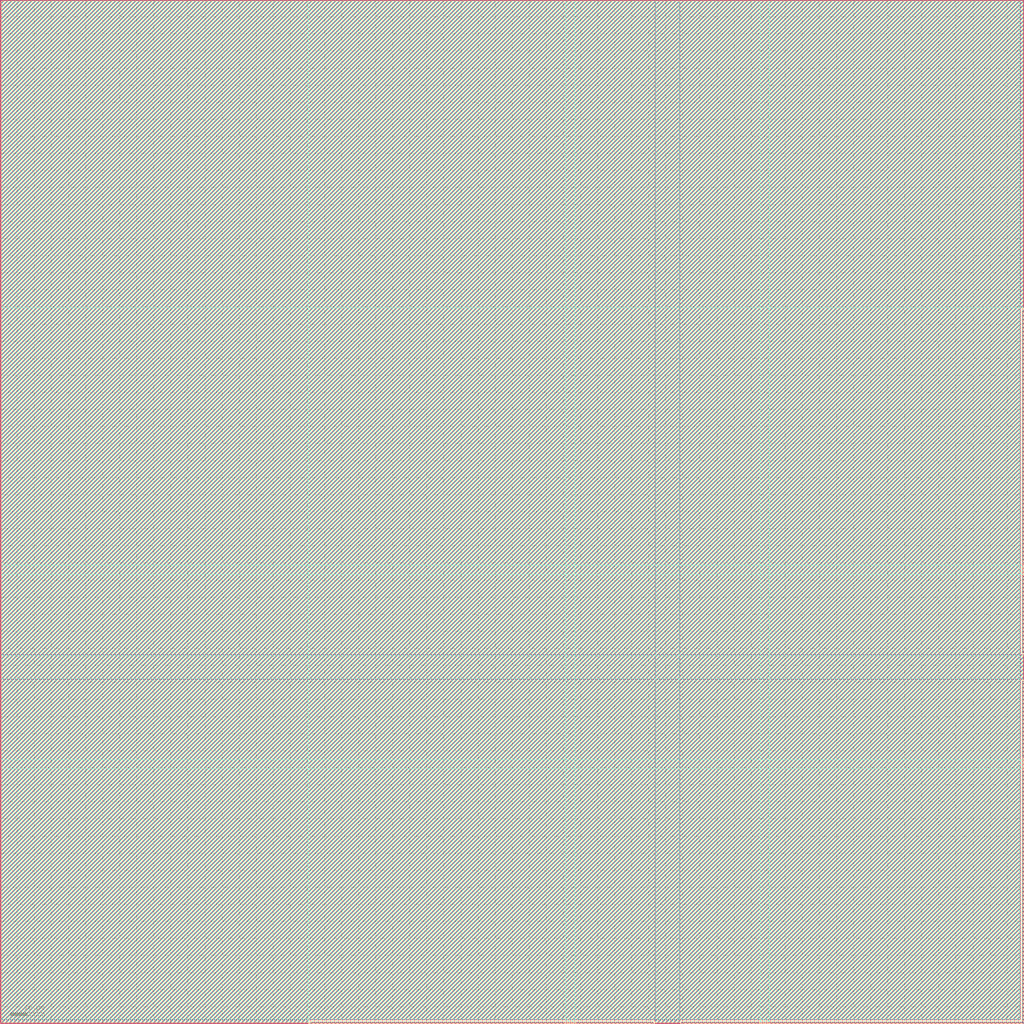
<source format=lef>

#******
# Preview export LEF
#
#	 Preview sub-version 5.10.41_USR1.7.43
#
# TECH LIB NAME: dje_tmp_lefImport
# TECH FILE NAME: techfile.cds
#******

VERSION 5.4 ;

NAMESCASESENSITIVE ON ;

DIVIDERCHAR "/" ;
BUSBITCHARS "[]" ;

UNITS
    DATABASE MICRONS 100  ;
END UNITS

 MANUFACTURINGGRID    0.060000 ;
LAYER nwell
    TYPE MASTERSLICE ;
END nwell

LAYER nactive
    TYPE MASTERSLICE ;
END nactive

LAYER pactive
    TYPE MASTERSLICE ;
END pactive

LAYER poly
    TYPE MASTERSLICE ;
END poly

LAYER glass
    TYPE MASTERSLICE ;
END glass

LAYER pad
    TYPE MASTERSLICE ;
END pad

LAYER sblock
    TYPE MASTERSLICE ;
END sblock

LAYER text
    TYPE MASTERSLICE ;
END text

LAYER res_id
    TYPE MASTERSLICE ;
END res_id

LAYER cap_id
    TYPE MASTERSLICE ;
END cap_id

LAYER metalcap
    TYPE MASTERSLICE ;
END metalcap

LAYER nodrc
    TYPE MASTERSLICE ;
END nodrc

LAYER cc
    TYPE CUT ;
    SPACING 0.48 ;
END cc

LAYER metal1
    TYPE ROUTING ;
    WIDTH 0.36 ;
    SPACING 0.36 ;
    OFFSET 0.00 ;
    PITCH 1.08 ;
    DIRECTION HORIZONTAL ;
    RESISTANCE RPERSQ 0.06000000 ;
END metal1

LAYER via
    TYPE CUT ;
    SPACING 0.36 ;
END via

LAYER metal2
    TYPE ROUTING ;
    WIDTH 0.36 ;
    SPACING 0.48 ;
    OFFSET 0.00 ;
    PITCH 1.08 ;
    DIRECTION VERTICAL ;
    RESISTANCE RPERSQ 0.08000000 ;
END metal2

LAYER via2
    TYPE CUT ;
    SPACING 0.36 ;
END via2

LAYER metal3
    TYPE ROUTING ;
    WIDTH 0.36 ;
    SPACING 0.48 ;
    OFFSET 0.00 ;
    PITCH 1.08 ;
    DIRECTION HORIZONTAL ;
    RESISTANCE RPERSQ 0.08000000 ;
END metal3

LAYER via3
    TYPE CUT ;
    SPACING 0.36 ;
END via3

LAYER metal4
    TYPE ROUTING ;
    WIDTH 0.36 ;
    SPACING 0.48 ;
    OFFSET 0.00 ;
    PITCH 1.08 ;
    DIRECTION VERTICAL ;
    RESISTANCE RPERSQ 0.08000000 ;
END metal4

LAYER via4
    TYPE CUT ;
    SPACING 0.36 ;
END via4

LAYER metal5
    TYPE ROUTING ;
    WIDTH 0.48 ;
    SPACING 0.48 ;
    OFFSET 0.00 ;
    PITCH 2.16 ;
    DIRECTION HORIZONTAL ;
    RESISTANCE RPERSQ 0.03000000 ;
END metal5

VIA M1_P
	LAYER pactive ;
	  RECT -0.24 -0.24 0.24 0.24 ;
	LAYER cc ;
	  RECT -0.12 -0.12 0.12 0.12 ;
	LAYER metal1 ;
	  RECT -0.24 -0.24 0.24 0.24 ;
END M1_P

VIA M1_N
	LAYER nactive ;
	  RECT -0.24 -0.24 0.24 0.24 ;
	LAYER cc ;
	  RECT -0.12 -0.12 0.12 0.12 ;
	LAYER metal1 ;
	  RECT -0.24 -0.24 0.24 0.24 ;
END M1_N

VIA NTAP
	LAYER nwell ;
	  RECT -0.60 -0.60 0.60 0.60 ;
	LAYER cc ;
	  RECT -0.12 -0.12 0.12 0.12 ;
	LAYER metal1 ;
	  RECT -0.24 -0.24 0.24 0.24 ;
END NTAP

VIA M1_POLY
	LAYER poly ;
	  RECT -0.24 -0.24 0.24 0.24 ;
	LAYER cc ;
	  RECT -0.12 -0.12 0.12 0.12 ;
	LAYER metal1 ;
	  RECT -0.24 -0.24 0.24 0.24 ;
END M1_POLY

VIA M2_M1 DEFAULT
    LAYER metal1 ;
        RECT -0.30 -0.30 0.30 0.30 ;
    LAYER via ;
        RECT -0.18 -0.18 0.18 0.18 ;
    LAYER metal2 ;
        RECT -0.30 -0.30 0.30 0.30 ;
END M2_M1

VIA M5_M4 DEFAULT
    LAYER metal4 ;
        RECT -0.30 -0.30 0.30 0.30 ;
    LAYER via4 ;
        RECT -0.18 -0.18 0.18 0.18 ;
    LAYER metal5 ;
        RECT -0.42 -0.42 0.42 0.42 ;
END M5_M4

VIA M4_M3 DEFAULT
    LAYER metal3 ;
        RECT -0.30 -0.30 0.30 0.30 ;
    LAYER via3 ;
        RECT -0.18 -0.18 0.18 0.18 ;
    LAYER metal4 ;
        RECT -0.30 -0.30 0.30 0.30 ;
END M4_M3

VIA M3_M2 DEFAULT
    LAYER metal2 ;
        RECT -0.30 -0.30 0.30 0.30 ;
    LAYER via2 ;
        RECT -0.18 -0.18 0.18 0.18 ;
    LAYER metal3 ;
        RECT -0.30 -0.30 0.30 0.30 ;
END M3_M2

VIARULE viagen21 GENERATE
    LAYER metal1 ;
        DIRECTION HORIZONTAL ;
        OVERHANG 0.12 ;
        METALOVERHANG 0.00 ;

    LAYER metal2 ;
        DIRECTION VERTICAL ;
        OVERHANG 0.12 ;
        METALOVERHANG 0.00 ;

    LAYER via ;
        RECT -0.18 -0.18 0.18 0.18 ;
        SPACING 0.96 BY 0.96 ;
END viagen21

VIARULE viagen54 GENERATE
    LAYER metal5 ;
        DIRECTION HORIZONTAL ;
        OVERHANG 0.12 ;
        METALOVERHANG 0.00 ;

    LAYER metal4 ;
        DIRECTION VERTICAL ;
        OVERHANG 0.12 ;
        METALOVERHANG 0.00 ;

    LAYER via4 ;
        RECT -0.18 -0.18 0.18 0.18 ;
        SPACING 1.44 BY 1.44 ;
END viagen54

VIARULE viagen43 GENERATE
    LAYER metal3 ;
        DIRECTION HORIZONTAL ;
        OVERHANG 0.12 ;
        METALOVERHANG 0.00 ;

    LAYER metal4 ;
        DIRECTION VERTICAL ;
        OVERHANG 0.12 ;
        METALOVERHANG 0.00 ;

    LAYER via3 ;
        RECT -0.18 -0.18 0.18 0.18 ;
        SPACING 0.96 BY 0.96 ;
END viagen43

VIARULE viagen32 GENERATE
    LAYER metal3 ;
        DIRECTION HORIZONTAL ;
        OVERHANG 0.12 ;
        METALOVERHANG 0.00 ;

    LAYER metal2 ;
        DIRECTION VERTICAL ;
        OVERHANG 0.12 ;
        METALOVERHANG 0.00 ;

    LAYER via2 ;
        RECT -0.18 -0.18 0.18 0.18 ;
        SPACING 0.96 BY 0.96 ;
END viagen32

VIARULE TURN1 GENERATE
    LAYER metal1 ;
        DIRECTION VERTICAL ;

    LAYER metal1 ;
        DIRECTION HORIZONTAL ;
END TURN1

VIARULE TURN2 GENERATE
    LAYER metal2 ;
        DIRECTION VERTICAL ;

    LAYER metal2 ;
        DIRECTION HORIZONTAL ;
END TURN2

VIARULE TURN3 GENERATE
    LAYER metal3 ;
        DIRECTION VERTICAL ;

    LAYER metal3 ;
        DIRECTION HORIZONTAL ;
END TURN3

VIARULE TURN4 GENERATE
    LAYER metal4 ;
        DIRECTION VERTICAL ;

    LAYER metal4 ;
        DIRECTION HORIZONTAL ;
END TURN4

VIARULE TURN5 GENERATE
    LAYER metal5 ;
        DIRECTION VERTICAL ;

    LAYER metal5 ;
        DIRECTION HORIZONTAL ;
END TURN5

SPACING
    SAMENET cc cc 0.48 STACK  ;
    SAMENET metal1 metal1 0.36 STACK  ;
    SAMENET cc via 0.00 STACK  ;
    SAMENET metal2 metal2 0.48 STACK  ;
    SAMENET via via2 0.00 STACK  ;
    SAMENET metal3 metal3 0.48 STACK  ;
    SAMENET via2 via3 0.00 STACK  ;
    SAMENET metal4 metal4 0.48 STACK  ;
    SAMENET via3 via4 0.00 STACK  ;
    SAMENET metal5 metal5 0.48 STACK  ;
    SAMENET via via 0.36 STACK  ;
    SAMENET via2 via2 0.36 STACK  ;
    SAMENET via3 via3 0.36 STACK  ;
    SAMENET via4 via4 0.36 STACK  ;
END SPACING

SITE CoreSite
    SYMMETRY Y    ;
    CLASS CORE  ;
    SIZE 1.08 BY 15.12 ;
END CoreSite

SITE IOSite
    SYMMETRY Y    ;
    CLASS PAD  ;
    SIZE 90.00 BY 300.00 ;
END IOSite

SITE CornerSite
    SYMMETRY R90    ;
    CLASS PAD  ;
    SIZE 300.00 BY 300.00 ;
END CornerSite

MACRO ABnorC
    CLASS CORE ;
    FOREIGN ABnorC 0 0 ;
    ORIGIN 0.00 0.00 ;
    SIZE 6.48 BY 15.12 ;
    SYMMETRY x y  ;
    SITE CoreSite ;
    PIN op
        DIRECTION OUTPUT ;
        PORT
        LAYER metal1 ;
        RECT  0.72 3.18 1.20 5.64 ;
        RECT  3.36 3.18 3.84 5.64 ;
        RECT  4.68 5.16 5.16 12.18 ;
        RECT  0.72 5.16 5.64 5.64 ;
        END
    END op
    PIN ip3
        DIRECTION INPUT ;
        USE analog ;
        PORT
        LAYER metal1 ;
        RECT  3.00 6.24 3.48 6.72 ;
        END
    END ip3
    PIN ip2
        DIRECTION INPUT ;
        USE analog ;
        PORT
        LAYER metal1 ;
        RECT  1.92 7.32 2.40 7.80 ;
        END
    END ip2
    PIN ip1
        DIRECTION INPUT ;
        USE analog ;
        PORT
        LAYER metal1 ;
        RECT  0.84 7.32 1.32 7.80 ;
        END
    END ip1
    PIN vss
        DIRECTION INOUT ;
        USE ground ;
        SHAPE ABUTMENT ;
        PORT
        LAYER metal1 ;
        RECT  2.40 0.00 2.88 3.66 ;
        RECT  0.00 0.00 6.48 1.32 ;
        END
    END vss
    PIN vdd
        DIRECTION INOUT ;
        USE power ;
        SHAPE ABUTMENT ;
        PORT
        LAYER metal1 ;
        RECT  0.72 10.50 1.20 15.12 ;
        RECT  2.64 10.50 3.12 15.12 ;
        RECT  0.00 13.80 6.48 15.12 ;
        END
    END vdd
    OBS
        LAYER metal1 ;
        RECT  3.72 9.54 4.20 12.18 ;
        RECT  1.68 9.54 2.16 12.18 ;
        RECT  1.68 9.54 4.20 10.02 ;
    END
END ABnorC

MACRO ABorC
    CLASS CORE ;
    FOREIGN ABorC 0 0 ;
    ORIGIN 0.00 0.00 ;
    SIZE 8.64 BY 15.12 ;
    SYMMETRY x y  ;
    SITE CoreSite ;
    PIN op
        DIRECTION OUTPUT ;
        PORT
        LAYER metal1 ;
        RECT  6.72 3.18 7.20 12.18 ;
        RECT  6.72 6.24 7.80 6.72 ;
        END
    END op
    PIN ip3
        DIRECTION INPUT ;
        USE analog ;
        PORT
        LAYER metal1 ;
        RECT  3.00 6.24 3.48 6.72 ;
        END
    END ip3
    PIN ip2
        DIRECTION INPUT ;
        USE analog ;
        PORT
        LAYER metal1 ;
        RECT  1.92 7.32 2.40 7.80 ;
        END
    END ip2
    PIN ip1
        DIRECTION INPUT ;
        USE analog ;
        PORT
        LAYER metal1 ;
        RECT  0.84 7.32 1.32 7.80 ;
        END
    END ip1
    PIN vss
        DIRECTION INOUT ;
        USE ground ;
        SHAPE ABUTMENT ;
        PORT
        LAYER metal1 ;
        RECT  2.40 0.00 2.88 3.66 ;
        RECT  5.76 0.00 6.24 3.66 ;
        RECT  0.00 0.00 8.64 1.32 ;
        END
    END vss
    PIN vdd
        DIRECTION INOUT ;
        USE power ;
        SHAPE ABUTMENT ;
        PORT
        LAYER metal1 ;
        RECT  0.72 10.50 1.20 15.12 ;
        RECT  2.64 10.50 3.12 15.12 ;
        RECT  5.76 10.50 6.24 15.12 ;
        RECT  0.00 13.80 8.64 15.12 ;
        END
    END vdd
    OBS
        LAYER metal1 ;
        RECT  4.68 5.16 5.16 12.18 ;
        RECT  0.72 5.16 5.64 5.64 ;
        RECT  3.36 3.18 3.84 5.64 ;
        RECT  0.72 3.18 1.20 5.64 ;
        RECT  3.72 9.54 4.20 12.18 ;
        RECT  1.68 9.54 2.16 12.18 ;
        RECT  1.68 9.54 4.20 10.02 ;
    END
END ABorC

MACRO ab_or_c_or_d
    CLASS CORE ;
    FOREIGN ab_or_c_or_d 0 0 ;
    ORIGIN 0.00 0.00 ;
    SIZE 9.72 BY 15.12 ;
    SYMMETRY x y  ;
    SITE CoreSite ;
    PIN op
        DIRECTION OUTPUT ;
        PORT
        LAYER metal1 ;
        RECT  8.40 3.00 8.88 12.36 ;
        END
    END op
    PIN ip4
        DIRECTION INPUT ;
        USE analog ;
        PORT
        LAYER metal1 ;
        RECT  6.24 5.16 6.72 5.64 ;
        END
    END ip4
    PIN ip3
        DIRECTION INPUT ;
        USE analog ;
        PORT
        LAYER metal1 ;
        RECT  4.08 7.32 4.56 7.80 ;
        END
    END ip3
    PIN ip2
        DIRECTION INPUT ;
        USE analog ;
        PORT
        LAYER metal1 ;
        RECT  3.00 6.24 3.48 6.72 ;
        END
    END ip2
    PIN ip1
        DIRECTION INPUT ;
        USE analog ;
        PORT
        LAYER metal1 ;
        RECT  0.84 5.16 1.32 5.64 ;
        END
    END ip1
    PIN vss
        DIRECTION INOUT ;
        USE ground ;
        SHAPE ABUTMENT ;
        PORT
        LAYER metal1 ;
        RECT  0.84 0.00 1.32 3.54 ;
        RECT  4.08 0.00 4.56 3.72 ;
        RECT  6.24 0.00 6.72 3.72 ;
        RECT  7.32 0.00 7.80 3.48 ;
        RECT  0.00 0.00 9.72 1.32 ;
        END
    END vss
    PIN vdd
        DIRECTION INOUT ;
        USE power ;
        SHAPE ABUTMENT ;
        PORT
        LAYER metal1 ;
        RECT  0.84 10.56 1.32 15.12 ;
        RECT  3.00 10.56 3.48 15.12 ;
        RECT  7.32 10.68 7.80 15.12 ;
        RECT  0.00 13.80 9.72 15.12 ;
        END
    END vdd
    OBS
        LAYER metal1 ;
        RECT  6.24 7.32 6.72 12.24 ;
        RECT  5.16 7.32 7.74 7.80 ;
        RECT  5.16 2.88 5.64 7.80 ;
        RECT  3.00 4.08 5.64 4.56 ;
        RECT  3.00 2.88 3.48 4.56 ;
        RECT  4.08 9.48 4.56 12.24 ;
        RECT  1.92 9.48 2.40 12.24 ;
        RECT  1.92 9.48 4.56 9.96 ;
    END
END ab_or_c_or_d

MACRO and2_1
    CLASS CORE ;
    FOREIGN and2_1 0 0 ;
    ORIGIN 0.00 0.00 ;
    SIZE 5.40 BY 15.12 ;
    SYMMETRY x y  ;
    SITE CoreSite ;
    PIN op
        DIRECTION OUTPUT ;
        PORT
        LAYER metal1 ;
        RECT  4.08 2.94 4.56 12.36 ;
        END
    END op
    PIN ip2
        DIRECTION INPUT ;
        USE analog ;
        PORT
        LAYER metal1 ;
        RECT  3.00 5.16 3.48 5.64 ;
        END
    END ip2
    PIN ip1
        DIRECTION INPUT ;
        USE analog ;
        PORT
        LAYER metal1 ;
        RECT  0.84 7.32 1.32 7.80 ;
        END
    END ip1
    PIN vss
        DIRECTION INOUT ;
        USE ground ;
        SHAPE ABUTMENT ;
        PORT
        LAYER metal1 ;
        RECT  3.00 0.00 3.48 3.42 ;
        RECT  0.00 0.00 5.40 1.32 ;
        END
    END vss
    PIN vdd
        DIRECTION INOUT ;
        USE power ;
        SHAPE ABUTMENT ;
        PORT
        LAYER metal1 ;
        RECT  0.84 10.68 1.32 15.12 ;
        RECT  3.00 10.68 3.48 15.12 ;
        RECT  0.00 13.80 5.40 15.12 ;
        END
    END vdd
    OBS
        LAYER metal1 ;
        RECT  1.92 6.24 2.40 12.36 ;
        RECT  0.84 6.24 3.48 6.72 ;
        RECT  0.84 2.94 1.32 6.72 ;
    END
END and2_1

MACRO and2_2
    CLASS CORE ;
    FOREIGN and2_2 0 0 ;
    ORIGIN 0.00 0.00 ;
    SIZE 5.40 BY 15.12 ;
    SYMMETRY x y  ;
    SITE CoreSite ;
    PIN op
        DIRECTION OUTPUT ;
        PORT
        LAYER metal1 ;
        RECT  4.08 2.76 4.56 12.36 ;
        END
    END op
    PIN ip2
        DIRECTION INPUT ;
        USE analog ;
        PORT
        LAYER metal1 ;
        RECT  3.00 6.24 3.48 6.72 ;
        END
    END ip2
    PIN ip1
        DIRECTION INPUT ;
        USE analog ;
        PORT
        LAYER metal1 ;
        RECT  0.84 7.32 1.32 7.80 ;
        END
    END ip1
    PIN vss
        DIRECTION INOUT ;
        USE ground ;
        SHAPE ABUTMENT ;
        PORT
        LAYER metal1 ;
        RECT  3.00 0.00 3.48 4.44 ;
        RECT  0.00 0.00 5.40 1.32 ;
        END
    END vss
    PIN vdd
        DIRECTION INOUT ;
        USE power ;
        SHAPE ABUTMENT ;
        PORT
        LAYER metal1 ;
        RECT  0.84 9.00 1.32 15.12 ;
        RECT  3.00 9.00 3.48 15.12 ;
        RECT  0.00 13.80 5.40 15.12 ;
        END
    END vdd
    OBS
        LAYER metal1 ;
        RECT  1.92 6.24 2.40 12.36 ;
        RECT  1.92 7.32 3.48 7.80 ;
        RECT  0.84 6.24 2.40 6.72 ;
        RECT  0.84 2.76 1.32 6.72 ;
    END
END and2_2

MACRO and2_4
    CLASS CORE ;
    FOREIGN and2_4 0 0 ;
    ORIGIN 0.00 0.00 ;
    SIZE 6.48 BY 15.12 ;
    SYMMETRY x y  ;
    SITE CoreSite ;
    PIN op
        DIRECTION OUTPUT ;
        PORT
        LAYER metal1 ;
        RECT  4.08 2.76 4.56 12.36 ;
        END
    END op
    PIN ip2
        DIRECTION INPUT ;
        USE analog ;
        PORT
        LAYER metal1 ;
        RECT  3.00 7.32 3.48 7.80 ;
        END
    END ip2
    PIN ip1
        DIRECTION INPUT ;
        USE analog ;
        PORT
        LAYER metal1 ;
        RECT  0.84 7.32 1.32 7.80 ;
        END
    END ip1
    PIN vss
        DIRECTION INOUT ;
        USE ground ;
        SHAPE ABUTMENT ;
        PORT
        LAYER metal1 ;
        RECT  3.00 0.00 3.48 4.44 ;
        RECT  5.16 0.00 5.64 4.44 ;
        RECT  0.00 0.00 6.48 1.32 ;
        END
    END vss
    PIN vdd
        DIRECTION INOUT ;
        USE power ;
        SHAPE ABUTMENT ;
        PORT
        LAYER metal1 ;
        RECT  0.84 9.00 1.32 15.12 ;
        RECT  3.00 9.00 3.48 15.12 ;
        RECT  5.16 9.00 5.64 15.12 ;
        RECT  0.00 13.80 6.48 15.12 ;
        END
    END vdd
    OBS
        LAYER metal1 ;
        RECT  1.92 6.24 2.40 12.36 ;
        RECT  0.84 6.24 3.48 6.72 ;
        RECT  0.84 2.76 1.32 6.72 ;
    END
END and2_4

MACRO and3_1
    CLASS CORE ;
    FOREIGN and3_1 0 0 ;
    ORIGIN 0.00 0.00 ;
    SIZE 6.48 BY 15.12 ;
    SYMMETRY x y  ;
    SITE CoreSite ;
    PIN op
        DIRECTION OUTPUT ;
        PORT
        LAYER metal1 ;
        RECT  5.16 2.94 5.64 12.36 ;
        END
    END op
    PIN ip3
        DIRECTION INPUT ;
        USE analog ;
        PORT
        LAYER metal1 ;
        RECT  3.00 8.40 3.48 8.88 ;
        END
    END ip3
    PIN ip2
        DIRECTION INPUT ;
        USE analog ;
        PORT
        LAYER metal1 ;
        RECT  1.92 5.16 2.40 5.64 ;
        END
    END ip2
    PIN ip1
        DIRECTION INPUT ;
        USE analog ;
        PORT
        LAYER metal1 ;
        RECT  0.84 7.32 1.32 7.80 ;
        END
    END ip1
    PIN vss
        DIRECTION INOUT ;
        USE ground ;
        SHAPE ABUTMENT ;
        PORT
        LAYER metal1 ;
        RECT  4.08 0.00 4.56 3.42 ;
        RECT  0.00 0.00 6.48 1.32 ;
        END
    END vss
    PIN vdd
        DIRECTION INOUT ;
        USE power ;
        SHAPE ABUTMENT ;
        PORT
        LAYER metal1 ;
        RECT  1.92 10.68 2.40 15.12 ;
        RECT  4.08 10.68 4.56 15.12 ;
        RECT  0.00 13.80 6.48 15.12 ;
        END
    END vdd
    OBS
        LAYER metal1 ;
        RECT  3.00 9.84 3.48 12.36 ;
        RECT  0.84 9.84 1.32 12.36 ;
        RECT  0.84 9.84 3.48 10.32 ;
        RECT  1.92 6.24 2.40 10.32 ;
        RECT  0.84 6.24 4.56 6.72 ;
        RECT  0.84 2.94 1.32 6.72 ;
    END
END and3_1

MACRO and3_2
    CLASS CORE ;
    FOREIGN and3_2 0 0 ;
    ORIGIN 0.00 0.00 ;
    SIZE 6.48 BY 15.12 ;
    SYMMETRY x y  ;
    SITE CoreSite ;
    PIN op
        DIRECTION OUTPUT ;
        PORT
        LAYER metal1 ;
        RECT  5.16 2.76 5.64 12.36 ;
        END
    END op
    PIN ip3
        DIRECTION INPUT ;
        USE analog ;
        PORT
        LAYER metal1 ;
        RECT  4.08 6.24 4.56 6.72 ;
        END
    END ip3
    PIN ip2
        DIRECTION INPUT ;
        USE analog ;
        PORT
        LAYER metal1 ;
        RECT  3.00 6.24 3.48 6.72 ;
        END
    END ip2
    PIN ip1
        DIRECTION INPUT ;
        USE analog ;
        PORT
        LAYER metal1 ;
        RECT  0.84 6.24 1.32 6.72 ;
        END
    END ip1
    PIN vss
        DIRECTION INOUT ;
        USE ground ;
        SHAPE ABUTMENT ;
        PORT
        LAYER metal1 ;
        RECT  4.08 0.00 4.56 4.44 ;
        RECT  0.00 0.00 6.48 1.32 ;
        END
    END vss
    PIN vdd
        DIRECTION INOUT ;
        USE power ;
        SHAPE ABUTMENT ;
        PORT
        LAYER metal1 ;
        RECT  1.92 9.00 2.40 15.12 ;
        RECT  4.08 9.00 4.56 15.12 ;
        RECT  0.00 13.80 6.48 15.12 ;
        END
    END vdd
    OBS
        LAYER metal1 ;
        RECT  3.00 7.32 3.48 12.36 ;
        RECT  0.84 7.32 1.32 12.36 ;
        RECT  3.00 7.92 4.80 8.40 ;
        RECT  0.84 7.32 3.48 7.80 ;
        RECT  1.80 5.16 2.28 7.80 ;
        RECT  0.84 5.16 2.28 5.64 ;
        RECT  0.84 2.76 1.32 5.64 ;
    END
END and3_2

MACRO and3_4
    CLASS CORE ;
    FOREIGN and3_4 0 0 ;
    ORIGIN 0.00 0.00 ;
    SIZE 7.56 BY 15.12 ;
    SYMMETRY x y  ;
    SITE CoreSite ;
    PIN op
        DIRECTION OUTPUT ;
        PORT
        LAYER metal1 ;
        RECT  4.86 2.76 5.34 5.64 ;
        RECT  4.86 7.32 5.34 12.36 ;
        RECT  5.16 5.16 5.64 7.80 ;
        END
    END op
    PIN ip3
        DIRECTION INPUT ;
        USE analog ;
        PORT
        LAYER metal1 ;
        RECT  3.00 7.32 3.48 7.80 ;
        END
    END ip3
    PIN ip2
        DIRECTION INPUT ;
        USE analog ;
        PORT
        LAYER metal1 ;
        RECT  1.92 5.16 2.40 5.64 ;
        END
    END ip2
    PIN ip1
        DIRECTION INPUT ;
        USE analog ;
        PORT
        LAYER metal1 ;
        RECT  0.84 7.32 1.32 7.80 ;
        END
    END ip1
    PIN vss
        DIRECTION INOUT ;
        USE ground ;
        SHAPE ABUTMENT ;
        PORT
        LAYER metal1 ;
        RECT  3.78 0.00 4.26 4.32 ;
        RECT  6.00 0.00 6.48 4.32 ;
        RECT  0.00 0.00 7.56 1.32 ;
        END
    END vss
    PIN vdd
        DIRECTION INOUT ;
        USE power ;
        SHAPE ABUTMENT ;
        PORT
        LAYER metal1 ;
        RECT  1.80 9.24 2.28 15.12 ;
        RECT  3.84 9.00 4.32 15.12 ;
        RECT  5.94 9.00 6.42 15.12 ;
        RECT  0.00 13.80 7.56 15.12 ;
        END
    END vdd
    OBS
        LAYER metal1 ;
        RECT  4.02 6.18 4.62 6.78 ;
        RECT  2.82 8.40 3.30 12.36 ;
        RECT  0.78 8.40 1.26 12.36 ;
        RECT  0.78 8.40 3.30 8.88 ;
        RECT  1.80 6.24 2.28 8.88 ;
        RECT  0.78 6.18 1.38 6.78 ;
        RECT  0.78 6.24 2.28 6.72 ;
        RECT  0.84 2.76 1.32 6.78 ;
        LAYER via ;
        RECT  4.14 6.30 4.50 6.66 ;
        RECT  0.90 6.30 1.26 6.66 ;
        LAYER metal2 ;
        RECT  4.02 6.18 4.62 6.78 ;
        RECT  0.78 6.18 1.38 6.78 ;
        RECT  0.78 6.24 4.62 6.72 ;
    END
END and3_4

MACRO and4_1
    CLASS CORE ;
    FOREIGN and4_1 0 0 ;
    ORIGIN 0.00 0.00 ;
    SIZE 7.56 BY 15.12 ;
    SYMMETRY x y  ;
    SITE CoreSite ;
    PIN op
        DIRECTION OUTPUT ;
        PORT
        LAYER metal1 ;
        RECT  5.40 2.88 5.88 4.56 ;
        RECT  5.70 8.40 6.18 12.36 ;
        RECT  5.40 4.08 6.72 4.56 ;
        RECT  6.24 4.08 6.72 8.88 ;
        RECT  5.70 8.40 6.72 8.88 ;
        END
    END op
    PIN ip4
        DIRECTION INPUT ;
        USE analog ;
        PORT
        LAYER metal1 ;
        RECT  4.08 5.16 4.56 5.64 ;
        END
    END ip4
    PIN ip3
        DIRECTION INPUT ;
        USE analog ;
        PORT
        LAYER metal1 ;
        RECT  3.00 8.40 3.48 8.88 ;
        END
    END ip3
    PIN ip2
        DIRECTION INPUT ;
        USE analog ;
        PORT
        LAYER metal1 ;
        RECT  1.92 5.16 2.40 5.64 ;
        END
    END ip2
    PIN ip1
        DIRECTION INPUT ;
        USE analog ;
        PORT
        LAYER metal1 ;
        RECT  0.84 8.40 1.32 8.88 ;
        END
    END ip1
    PIN vss
        DIRECTION INOUT ;
        USE ground ;
        SHAPE ABUTMENT ;
        PORT
        LAYER metal1 ;
        RECT  4.38 0.00 4.86 3.54 ;
        RECT  0.00 0.00 7.56 1.32 ;
        END
    END vss
    PIN vdd
        DIRECTION INOUT ;
        USE power ;
        SHAPE ABUTMENT ;
        PORT
        LAYER metal1 ;
        RECT  0.78 10.56 1.26 15.12 ;
        RECT  2.82 10.56 3.30 15.12 ;
        RECT  4.74 10.56 5.22 15.12 ;
        RECT  0.00 13.80 7.56 15.12 ;
        END
    END vdd
    OBS
        LAYER metal1 ;
        RECT  3.78 9.48 4.26 12.36 ;
        RECT  1.80 6.24 2.28 12.36 ;
        RECT  1.80 9.48 4.26 9.96 ;
        RECT  0.84 6.24 5.64 6.72 ;
        RECT  0.84 2.88 1.32 6.72 ;
    END
END and4_1

MACRO and4_2
    CLASS CORE ;
    FOREIGN and4_2 0 0 ;
    ORIGIN 0.00 0.00 ;
    SIZE 7.56 BY 15.12 ;
    SYMMETRY x y  ;
    SITE CoreSite ;
    PIN op
        DIRECTION OUTPUT ;
        PORT
        LAYER metal1 ;
        RECT  5.40 2.76 5.88 5.64 ;
        RECT  5.70 8.40 6.18 12.36 ;
        RECT  5.40 5.16 6.72 5.64 ;
        RECT  6.24 5.16 6.72 8.88 ;
        RECT  5.70 8.40 6.72 8.88 ;
        END
    END op
    PIN ip4
        DIRECTION INPUT ;
        USE analog ;
        PORT
        LAYER metal1 ;
        RECT  4.08 5.16 4.56 5.64 ;
        END
    END ip4
    PIN ip3
        DIRECTION INPUT ;
        USE analog ;
        PORT
        LAYER metal1 ;
        RECT  3.00 7.32 3.48 7.80 ;
        END
    END ip3
    PIN ip2
        DIRECTION INPUT ;
        USE analog ;
        PORT
        LAYER metal1 ;
        RECT  1.92 5.16 2.40 5.64 ;
        END
    END ip2
    PIN ip1
        DIRECTION INPUT ;
        USE analog ;
        PORT
        LAYER metal1 ;
        RECT  0.84 7.32 1.32 7.80 ;
        END
    END ip1
    PIN vss
        DIRECTION INOUT ;
        USE ground ;
        SHAPE ABUTMENT ;
        PORT
        LAYER metal1 ;
        RECT  4.38 0.00 4.86 4.26 ;
        RECT  0.00 0.00 7.56 1.32 ;
        END
    END vss
    PIN vdd
        DIRECTION INOUT ;
        USE power ;
        SHAPE ABUTMENT ;
        PORT
        LAYER metal1 ;
        RECT  0.78 9.00 1.26 15.12 ;
        RECT  2.82 9.48 3.30 15.12 ;
        RECT  4.74 9.00 5.22 15.12 ;
        RECT  0.00 13.80 7.56 15.12 ;
        END
    END vdd
    OBS
        LAYER metal1 ;
        RECT  5.10 6.18 5.70 6.78 ;
        RECT  3.78 8.46 4.26 12.36 ;
        RECT  1.80 6.24 2.28 12.36 ;
        RECT  1.80 8.46 4.26 8.94 ;
        RECT  0.78 6.18 1.38 6.78 ;
        RECT  0.78 6.24 2.28 6.72 ;
        RECT  0.84 2.76 1.32 6.78 ;
        LAYER via ;
        RECT  5.22 6.30 5.58 6.66 ;
        RECT  0.90 6.30 1.26 6.66 ;
        LAYER metal2 ;
        RECT  5.10 6.18 5.70 6.78 ;
        RECT  0.78 6.18 1.38 6.78 ;
        RECT  0.78 6.24 5.70 6.72 ;
    END
END and4_2

MACRO and4_4
    CLASS CORE ;
    FOREIGN and4_4 0 0 ;
    ORIGIN 0.00 0.00 ;
    SIZE 7.56 BY 15.12 ;
    SYMMETRY x y  ;
    SITE CoreSite ;
    PIN op
        DIRECTION OUTPUT ;
        PORT
        LAYER metal1 ;
        RECT  5.40 2.76 5.88 5.64 ;
        RECT  5.70 8.40 6.18 12.36 ;
        RECT  5.40 5.16 6.72 5.64 ;
        RECT  6.24 5.16 6.72 8.88 ;
        RECT  5.70 8.40 6.72 8.88 ;
        END
    END op
    PIN ip4
        DIRECTION INPUT ;
        USE analog ;
        PORT
        LAYER metal1 ;
        RECT  4.08 5.16 4.56 5.64 ;
        END
    END ip4
    PIN ip3
        DIRECTION INPUT ;
        USE analog ;
        PORT
        LAYER metal1 ;
        RECT  3.00 7.32 3.48 7.80 ;
        END
    END ip3
    PIN ip2
        DIRECTION INPUT ;
        USE analog ;
        PORT
        LAYER metal1 ;
        RECT  1.92 5.16 2.40 5.64 ;
        END
    END ip2
    PIN ip1
        DIRECTION INPUT ;
        USE analog ;
        PORT
        LAYER metal1 ;
        RECT  0.84 7.32 1.32 7.80 ;
        END
    END ip1
    PIN vss
        DIRECTION INOUT ;
        USE ground ;
        SHAPE ABUTMENT ;
        PORT
        LAYER metal1 ;
        RECT  4.38 0.00 4.86 4.26 ;
        RECT  6.48 0.00 6.96 4.26 ;
        RECT  0.00 0.00 7.56 1.32 ;
        END
    END vss
    PIN vdd
        DIRECTION INOUT ;
        USE power ;
        SHAPE ABUTMENT ;
        PORT
        LAYER metal1 ;
        RECT  0.78 9.24 1.26 15.12 ;
        RECT  2.82 9.24 3.30 15.12 ;
        RECT  4.74 9.24 5.22 15.12 ;
        RECT  6.66 9.24 7.14 15.12 ;
        RECT  0.00 13.80 7.56 15.12 ;
        END
    END vdd
    OBS
        LAYER metal1 ;
        RECT  5.10 6.18 5.70 6.78 ;
        RECT  3.78 8.40 4.26 12.36 ;
        RECT  1.80 6.24 2.28 12.36 ;
        RECT  1.80 8.40 4.26 8.88 ;
        RECT  0.78 6.18 1.38 6.78 ;
        RECT  0.78 6.24 2.28 6.72 ;
        RECT  0.84 2.76 1.32 6.78 ;
        LAYER via ;
        RECT  5.22 6.30 5.58 6.66 ;
        RECT  0.90 6.30 1.26 6.66 ;
        LAYER metal2 ;
        RECT  5.10 6.18 5.70 6.78 ;
        RECT  0.78 6.18 1.38 6.78 ;
        RECT  0.78 6.24 5.70 6.72 ;
    END
END and4_4

MACRO buf_1
    CLASS CORE ;
    FOREIGN buf_1 0 0 ;
    ORIGIN 0.00 0.00 ;
    SIZE 4.32 BY 15.12 ;
    SYMMETRY x y  ;
    SITE CoreSite ;
    PIN op
        DIRECTION OUTPUT ;
        PORT
        LAYER metal1 ;
        RECT  3.00 4.08 3.48 9.96 ;
        RECT  3.48 2.76 3.96 4.56 ;
        RECT  3.48 9.48 3.96 12.36 ;
        END
    END op
    PIN ip
        DIRECTION INPUT ;
        USE analog ;
        PORT
        LAYER metal1 ;
        RECT  0.84 7.32 1.32 7.80 ;
        END
    END ip
    PIN vss
        DIRECTION INOUT ;
        USE ground ;
        SHAPE ABUTMENT ;
        PORT
        LAYER metal1 ;
        RECT  0.30 0.00 0.78 3.24 ;
        RECT  2.46 0.00 2.94 3.24 ;
        RECT  0.00 0.00 4.32 1.32 ;
        END
    END vss
    PIN vdd
        DIRECTION INOUT ;
        USE power ;
        SHAPE ABUTMENT ;
        PORT
        LAYER metal1 ;
        RECT  0.36 10.68 0.84 15.12 ;
        RECT  2.52 10.68 3.00 15.12 ;
        RECT  0.00 13.80 4.32 15.12 ;
        END
    END vdd
    OBS
        LAYER metal1 ;
        RECT  1.32 8.40 1.80 12.36 ;
        RECT  1.32 8.40 2.40 8.88 ;
        RECT  1.92 6.24 2.40 8.88 ;
        RECT  1.32 6.24 2.40 6.72 ;
        RECT  1.32 2.76 1.80 6.72 ;
    END
END buf_1

MACRO buf_2
    CLASS CORE ;
    FOREIGN buf_2 0 0 ;
    ORIGIN 0.00 0.00 ;
    SIZE 4.32 BY 15.12 ;
    SYMMETRY x y  ;
    SITE CoreSite ;
    PIN op
        DIRECTION OUTPUT ;
        PORT
        LAYER metal1 ;
        RECT  3.00 5.16 3.48 7.80 ;
        RECT  3.48 2.76 3.96 5.64 ;
        RECT  3.48 7.32 3.96 12.36 ;
        END
    END op
    PIN ip
        DIRECTION INPUT ;
        USE analog ;
        PORT
        LAYER metal1 ;
        RECT  0.84 7.32 1.32 7.80 ;
        END
    END ip
    PIN vss
        DIRECTION INOUT ;
        USE ground ;
        SHAPE ABUTMENT ;
        PORT
        LAYER metal1 ;
        RECT  0.30 0.00 0.78 4.08 ;
        RECT  2.46 0.00 2.94 4.08 ;
        RECT  0.00 0.00 4.32 1.32 ;
        END
    END vss
    PIN vdd
        DIRECTION INOUT ;
        USE power ;
        SHAPE ABUTMENT ;
        PORT
        LAYER metal1 ;
        RECT  0.36 9.12 0.84 15.12 ;
        RECT  2.52 9.24 3.00 15.12 ;
        RECT  0.00 13.80 4.32 15.12 ;
        END
    END vdd
    OBS
        LAYER metal1 ;
        RECT  1.32 8.40 1.80 12.36 ;
        RECT  1.32 8.40 2.40 8.88 ;
        RECT  1.92 6.24 2.40 8.88 ;
        RECT  1.32 6.24 2.40 6.72 ;
        RECT  1.32 2.76 1.80 6.72 ;
    END
END buf_2

MACRO buf_4
    CLASS CORE ;
    FOREIGN buf_4 0 0 ;
    ORIGIN 0.00 0.00 ;
    SIZE 5.40 BY 15.12 ;
    SYMMETRY x y  ;
    SITE CoreSite ;
    PIN op
        DIRECTION OUTPUT ;
        PORT
        LAYER metal1 ;
        RECT  3.24 2.76 3.72 5.64 ;
        RECT  3.24 8.40 3.72 12.36 ;
        RECT  3.24 5.16 4.56 5.64 ;
        RECT  4.08 5.16 4.56 8.88 ;
        RECT  3.24 8.40 4.56 8.88 ;
        END
    END op
    PIN ip
        DIRECTION INPUT ;
        USE analog ;
        PORT
        LAYER metal1 ;
        RECT  0.84 7.32 1.32 7.80 ;
        END
    END ip
    PIN vss
        DIRECTION INOUT ;
        USE ground ;
        SHAPE ABUTMENT ;
        PORT
        LAYER metal1 ;
        RECT  0.30 0.00 0.78 4.44 ;
        RECT  2.28 0.00 2.76 4.44 ;
        RECT  4.20 0.00 4.68 4.44 ;
        RECT  0.00 0.00 5.40 1.32 ;
        END
    END vss
    PIN vdd
        DIRECTION INOUT ;
        USE power ;
        SHAPE ABUTMENT ;
        PORT
        LAYER metal1 ;
        RECT  0.30 9.12 0.78 15.12 ;
        RECT  2.28 9.24 2.76 15.12 ;
        RECT  4.20 9.24 4.68 15.12 ;
        RECT  0.00 13.80 5.40 15.12 ;
        END
    END vdd
    OBS
        LAYER metal1 ;
        RECT  1.32 8.40 1.80 12.36 ;
        RECT  1.32 8.40 2.40 8.88 ;
        RECT  1.92 6.24 2.40 8.88 ;
        RECT  1.92 7.32 3.48 7.80 ;
        RECT  1.32 6.24 2.40 6.72 ;
        RECT  1.32 2.76 1.80 6.72 ;
    END
END buf_4

MACRO bufzp_2
    CLASS CORE ;
    FOREIGN bufzp_2 0 0 ;
    ORIGIN 0.00 0.00 ;
    SIZE 8.64 BY 15.12 ;
    SYMMETRY x y  ;
    SITE CoreSite ;
    PIN op
        DIRECTION OUTPUT ;
        PORT
        LAYER metal1 ;
        RECT  7.32 3.00 7.80 12.12 ;
        END
    END op
    PIN ip
        DIRECTION INPUT ;
        USE analog ;
        PORT
        LAYER metal1 ;
        RECT  0.84 7.32 1.32 7.80 ;
        END
    END ip
    PIN c
        DIRECTION INPUT ;
        USE analog ;
        PORT
        LAYER metal2 ;
        RECT  2.94 7.26 3.54 7.86 ;
        RECT  2.94 7.32 6.78 7.80 ;
        RECT  6.18 7.26 6.78 7.86 ;
        LAYER metal1 ;
        RECT  2.94 7.26 3.54 7.86 ;
        RECT  6.18 7.26 6.78 7.86 ;
        LAYER via ;
        RECT  3.06 7.38 3.42 7.74 ;
        RECT  6.30 7.38 6.66 7.74 ;
        END
    END c
    PIN vss
        DIRECTION INOUT ;
        USE ground ;
        SHAPE ABUTMENT ;
        PORT
        LAYER metal1 ;
        RECT  0.90 0.00 1.38 3.48 ;
        RECT  3.06 0.00 3.54 3.48 ;
        RECT  5.22 0.00 5.70 4.32 ;
        RECT  0.00 0.00 8.64 1.32 ;
        END
    END vss
    PIN vdd
        DIRECTION INOUT ;
        USE power ;
        SHAPE ABUTMENT ;
        PORT
        LAYER metal1 ;
        RECT  0.90 10.68 1.38 15.12 ;
        RECT  3.06 10.68 3.54 15.12 ;
        RECT  5.22 9.24 5.70 15.12 ;
        RECT  0.00 13.80 8.64 15.12 ;
        END
    END vdd
    OBS
        LAYER metal1 ;
        RECT  6.18 6.18 6.78 6.78 ;
        RECT  5.10 5.10 5.70 5.70 ;
        RECT  4.08 3.00 4.56 12.36 ;
        RECT  4.02 6.18 4.62 6.78 ;
        RECT  1.92 3.00 2.40 12.36 ;
        RECT  1.86 5.10 2.46 5.70 ;
        LAYER via ;
        RECT  6.30 6.30 6.66 6.66 ;
        RECT  5.22 5.22 5.58 5.58 ;
        RECT  4.14 6.30 4.50 6.66 ;
        RECT  1.98 5.22 2.34 5.58 ;
        LAYER metal2 ;
        RECT  6.18 6.18 6.78 6.78 ;
        RECT  4.02 6.18 4.62 6.78 ;
        RECT  4.02 6.24 6.78 6.72 ;
        RECT  5.10 5.10 5.70 5.70 ;
        RECT  1.86 5.10 2.46 5.70 ;
        RECT  1.86 5.16 5.70 5.64 ;
    END
END bufzp_2

MACRO cd_12
    CLASS CORE ;
    FOREIGN cd_12 0 0 ;
    ORIGIN 0.00 0.00 ;
    SIZE 12.96 BY 15.12 ;
    SYMMETRY x y  ;
    SITE CoreSite ;
    PIN op
        DIRECTION OUTPUT ;
        PORT
        LAYER metal1 ;
        RECT  11.16 2.76 11.64 5.64 ;
        RECT  11.16 8.40 11.64 12.36 ;
        RECT  11.16 5.16 12.48 5.64 ;
        RECT  12.00 5.16 12.48 8.88 ;
        RECT  11.16 8.40 12.48 8.88 ;
        END
    END op
    PIN ip
        DIRECTION INPUT ;
        USE analog ;
        PORT
        LAYER metal1 ;
        RECT  0.84 7.32 1.32 7.80 ;
        END
    END ip
    PIN vss
        DIRECTION INOUT ;
        USE ground ;
        SHAPE ABUTMENT ;
        PORT
        LAYER metal1 ;
        RECT  0.30 0.00 0.78 4.44 ;
        RECT  2.28 0.00 2.76 4.44 ;
        RECT  4.26 0.00 4.74 4.44 ;
        RECT  6.24 0.00 6.72 4.44 ;
        RECT  8.22 0.00 8.70 4.44 ;
        RECT  10.20 0.00 10.68 4.44 ;
        RECT  12.12 0.00 12.60 4.44 ;
        RECT  0.00 0.00 12.96 1.32 ;
        END
    END vss
    PIN vdd
        DIRECTION INOUT ;
        USE power ;
        SHAPE ABUTMENT ;
        PORT
        LAYER metal1 ;
        RECT  0.30 9.12 0.78 15.12 ;
        RECT  2.28 9.24 2.76 15.12 ;
        RECT  4.26 9.24 4.74 15.12 ;
        RECT  6.24 9.24 6.72 15.12 ;
        RECT  8.22 9.24 8.70 15.12 ;
        RECT  10.20 9.24 10.68 15.12 ;
        RECT  12.12 9.24 12.60 15.12 ;
        RECT  0.00 13.80 12.96 15.12 ;
        END
    END vdd
    OBS
        LAYER metal1 ;
        RECT  9.24 8.40 9.72 12.36 ;
        RECT  9.24 8.40 10.80 8.88 ;
        RECT  10.32 6.24 10.80 8.88 ;
        RECT  10.32 7.32 11.04 7.80 ;
        RECT  9.24 6.24 10.80 6.72 ;
        RECT  9.24 2.76 9.72 6.72 ;
        RECT  7.26 8.40 7.74 12.36 ;
        RECT  7.26 8.40 8.70 8.88 ;
        RECT  8.22 5.16 8.70 8.88 ;
        RECT  8.22 7.32 9.96 7.80 ;
        RECT  7.26 5.16 8.70 5.64 ;
        RECT  7.26 2.76 7.74 5.64 ;
        RECT  5.28 8.40 5.76 12.36 ;
        RECT  5.28 8.40 6.72 8.88 ;
        RECT  6.24 6.24 6.72 8.88 ;
        RECT  6.24 7.32 7.80 7.80 ;
        RECT  5.28 6.24 6.72 6.72 ;
        RECT  5.28 2.76 5.76 6.72 ;
        RECT  3.30 8.40 3.78 12.36 ;
        RECT  3.30 8.40 4.56 8.88 ;
        RECT  4.08 6.24 4.56 8.88 ;
        RECT  4.08 7.32 5.70 7.80 ;
        RECT  3.30 6.24 4.56 6.72 ;
        RECT  3.30 2.76 3.78 6.72 ;
        RECT  1.32 8.40 1.80 12.36 ;
        RECT  1.32 8.40 2.40 8.88 ;
        RECT  1.92 5.16 2.40 8.88 ;
        RECT  1.92 7.32 3.48 7.80 ;
        RECT  1.32 5.16 2.40 5.64 ;
        RECT  1.32 2.76 1.80 5.64 ;
    END
END cd_12

MACRO cd_16
    CLASS CORE ;
    FOREIGN cd_16 0 0 ;
    ORIGIN 0.00 0.00 ;
    SIZE 18.36 BY 15.12 ;
    SYMMETRY x y  ;
    SITE CoreSite ;
    PIN op
        DIRECTION OUTPUT ;
        PORT
        LAYER metal1 ;
        RECT  16.26 2.76 16.74 5.64 ;
        RECT  16.26 8.40 16.74 12.36 ;
        RECT  16.26 5.16 17.52 5.64 ;
        RECT  17.04 5.16 17.52 8.88 ;
        RECT  16.26 8.40 17.52 8.88 ;
        END
    END op
    PIN ip
        DIRECTION INPUT ;
        USE analog ;
        PORT
        LAYER metal1 ;
        RECT  0.84 7.32 1.32 7.80 ;
        END
    END ip
    PIN vss
        DIRECTION INOUT ;
        USE ground ;
        SHAPE ABUTMENT ;
        PORT
        LAYER metal1 ;
        RECT  0.30 0.00 0.78 4.44 ;
        RECT  2.28 0.00 2.76 4.44 ;
        RECT  4.26 0.00 4.74 4.44 ;
        RECT  6.24 0.00 6.72 4.44 ;
        RECT  8.22 0.00 8.70 4.44 ;
        RECT  9.30 0.00 9.78 4.44 ;
        RECT  11.28 0.00 11.76 4.44 ;
        RECT  13.26 0.00 13.74 4.44 ;
        RECT  15.24 0.00 15.72 4.44 ;
        RECT  17.22 0.00 17.70 4.44 ;
        RECT  0.00 0.00 18.36 1.32 ;
        END
    END vss
    PIN vdd
        DIRECTION INOUT ;
        USE power ;
        SHAPE ABUTMENT ;
        PORT
        LAYER metal1 ;
        RECT  0.30 9.12 0.78 15.12 ;
        RECT  2.28 9.24 2.76 15.12 ;
        RECT  4.26 9.24 4.74 15.12 ;
        RECT  6.24 9.24 6.72 15.12 ;
        RECT  8.22 9.24 8.70 15.12 ;
        RECT  9.30 9.12 9.78 15.12 ;
        RECT  11.28 9.24 11.76 15.12 ;
        RECT  13.26 9.24 13.74 15.12 ;
        RECT  15.24 9.24 15.72 15.12 ;
        RECT  17.22 9.24 17.70 15.12 ;
        RECT  0.00 13.80 18.36 15.12 ;
        END
    END vdd
    OBS
        LAYER metal1 ;
        RECT  14.28 8.40 14.76 12.36 ;
        RECT  14.28 8.40 15.36 8.88 ;
        RECT  14.88 6.24 15.36 8.88 ;
        RECT  14.88 7.32 16.44 7.80 ;
        RECT  14.28 6.24 15.36 6.72 ;
        RECT  14.28 2.76 14.76 6.72 ;
        RECT  12.30 8.40 12.78 12.36 ;
        RECT  12.72 6.24 13.20 8.88 ;
        RECT  12.72 7.32 14.28 7.80 ;
        RECT  12.30 2.76 12.78 6.72 ;
        RECT  10.32 8.40 10.80 12.36 ;
        RECT  10.56 6.24 11.04 8.88 ;
        RECT  10.56 7.32 12.12 7.80 ;
        RECT  10.32 2.76 10.80 6.72 ;
        RECT  7.26 8.40 7.74 12.36 ;
        RECT  7.26 8.40 8.82 8.88 ;
        RECT  8.34 5.16 8.82 8.88 ;
        RECT  8.34 7.32 9.96 7.80 ;
        RECT  7.26 5.16 8.82 5.64 ;
        RECT  7.26 2.76 7.74 5.64 ;
        RECT  5.28 8.40 5.76 12.36 ;
        RECT  5.28 8.40 6.72 8.88 ;
        RECT  6.24 6.24 6.72 8.88 ;
        RECT  6.24 7.32 7.80 7.80 ;
        RECT  5.28 6.24 6.72 6.72 ;
        RECT  5.28 2.76 5.76 6.72 ;
        RECT  3.30 8.40 3.78 12.36 ;
        RECT  3.30 8.40 4.56 8.88 ;
        RECT  4.08 6.24 4.56 8.88 ;
        RECT  4.08 7.32 5.70 7.80 ;
        RECT  3.30 6.24 4.56 6.72 ;
        RECT  3.30 2.76 3.78 6.72 ;
        RECT  1.32 8.40 1.80 12.36 ;
        RECT  1.32 8.40 2.40 8.88 ;
        RECT  1.92 5.16 2.40 8.88 ;
        RECT  1.92 7.32 3.48 7.80 ;
        RECT  1.32 5.16 2.40 5.64 ;
        RECT  1.32 2.76 1.80 5.64 ;
    END
END cd_16

MACRO cd_8
    CLASS CORE ;
    FOREIGN cd_8 0 0 ;
    ORIGIN 0.00 0.00 ;
    SIZE 9.72 BY 15.12 ;
    SYMMETRY x y  ;
    SITE CoreSite ;
    PIN op
        DIRECTION OUTPUT ;
        PORT
        LAYER metal1 ;
        RECT  7.26 2.76 7.74 5.64 ;
        RECT  7.26 8.40 7.74 12.36 ;
        RECT  7.26 5.16 8.82 5.64 ;
        RECT  8.34 5.16 8.82 8.88 ;
        RECT  7.26 8.40 8.82 8.88 ;
        END
    END op
    PIN ip
        DIRECTION INPUT ;
        USE analog ;
        PORT
        LAYER metal1 ;
        RECT  0.84 7.32 1.32 7.80 ;
        END
    END ip
    PIN vss
        DIRECTION INOUT ;
        USE ground ;
        SHAPE ABUTMENT ;
        PORT
        LAYER metal1 ;
        RECT  0.30 0.00 0.78 4.44 ;
        RECT  2.28 0.00 2.76 4.44 ;
        RECT  4.26 0.00 4.74 4.44 ;
        RECT  6.24 0.00 6.72 4.44 ;
        RECT  8.22 0.00 8.70 4.44 ;
        RECT  0.00 0.00 9.72 1.32 ;
        END
    END vss
    PIN vdd
        DIRECTION INOUT ;
        USE power ;
        SHAPE ABUTMENT ;
        PORT
        LAYER metal1 ;
        RECT  0.30 9.12 0.78 15.12 ;
        RECT  2.28 9.24 2.76 15.12 ;
        RECT  4.26 9.24 4.74 15.12 ;
        RECT  6.24 9.24 6.72 15.12 ;
        RECT  8.22 9.24 8.70 15.12 ;
        RECT  0.00 13.80 9.72 15.12 ;
        END
    END vdd
    OBS
        LAYER metal1 ;
        RECT  5.28 8.40 5.76 12.36 ;
        RECT  5.28 8.40 6.72 8.88 ;
        RECT  6.24 6.24 6.72 8.88 ;
        RECT  6.24 7.32 7.80 7.80 ;
        RECT  5.28 6.24 6.72 6.72 ;
        RECT  5.28 2.76 5.76 6.72 ;
        RECT  3.30 8.40 3.78 12.36 ;
        RECT  3.30 8.40 4.56 8.88 ;
        RECT  4.08 6.24 4.56 8.88 ;
        RECT  4.08 7.32 5.70 7.80 ;
        RECT  3.30 6.24 4.56 6.72 ;
        RECT  3.30 2.76 3.78 6.72 ;
        RECT  1.32 8.40 1.80 12.36 ;
        RECT  1.32 8.40 2.40 8.88 ;
        RECT  1.92 5.16 2.40 8.88 ;
        RECT  1.92 7.32 3.48 7.80 ;
        RECT  1.32 5.16 2.40 5.64 ;
        RECT  1.32 2.76 1.80 5.64 ;
    END
END cd_8

MACRO dksp_1
    CLASS CORE ;
    FOREIGN dksp_1 0 0 ;
    ORIGIN 0.00 0.00 ;
    SIZE 30.24 BY 15.12 ;
    SYMMETRY x y  ;
    SITE CoreSite ;
    PIN sb
        DIRECTION INPUT ;
        USE analog ;
        PORT
        LAYER metal1 ;
        RECT  3.00 5.10 4.20 5.70 ;
        END
    END sb
    PIN qb
        DIRECTION OUTPUT ;
        PORT
        LAYER metal1 ;
        RECT  26.70 5.10 27.72 5.70 ;
        RECT  27.24 2.76 27.72 12.36 ;
        END
    END qb
    PIN q
        DIRECTION OUTPUT ;
        PORT
        LAYER metal1 ;
        RECT  28.86 6.18 29.70 6.78 ;
        RECT  29.22 2.76 29.70 12.36 ;
        END
    END q
    PIN ip
        DIRECTION INPUT ;
        USE analog ;
        PORT
        LAYER metal1 ;
        RECT  0.84 7.32 1.32 7.80 ;
        END
    END ip
    PIN ck
        DIRECTION INPUT ;
        USE clock ;
        PORT
        LAYER metal1 ;
        RECT  12.66 6.18 13.26 6.78 ;
        END
    END ck
    PIN vss
        DIRECTION INOUT ;
        USE ground ;
        SHAPE ABUTMENT ;
        PORT
        LAYER metal1 ;
        RECT  0.66 0.00 1.14 3.60 ;
        RECT  2.64 0.00 3.12 3.60 ;
        RECT  9.18 0.00 9.66 3.60 ;
        RECT  11.16 0.00 11.64 3.60 ;
        RECT  13.14 0.00 13.62 3.60 ;
        RECT  15.12 0.00 15.60 3.60 ;
        RECT  22.26 0.00 22.74 3.60 ;
        RECT  24.24 0.00 24.72 3.60 ;
        RECT  26.22 0.00 26.70 4.44 ;
        RECT  28.20 0.00 28.68 4.44 ;
        RECT  0.00 0.00 30.24 1.32 ;
        END
    END vss
    PIN vdd
        DIRECTION INOUT ;
        USE power ;
        SHAPE ABUTMENT ;
        PORT
        LAYER metal1 ;
        RECT  0.66 10.68 1.14 15.12 ;
        RECT  2.64 10.68 3.12 15.12 ;
        RECT  4.68 10.68 5.16 15.12 ;
        RECT  9.18 10.68 9.66 15.12 ;
        RECT  11.16 10.68 11.64 15.12 ;
        RECT  13.14 10.68 13.62 15.12 ;
        RECT  15.12 10.68 15.60 15.12 ;
        RECT  22.26 10.68 22.74 15.12 ;
        RECT  24.24 10.68 24.72 15.12 ;
        RECT  26.22 9.00 26.70 15.12 ;
        RECT  28.20 9.00 28.68 15.12 ;
        RECT  0.00 13.80 30.24 15.12 ;
        END
    END vdd
    OBS
        LAYER metal1 ;
        RECT  28.08 7.26 28.68 7.86 ;
        RECT  25.26 2.76 25.74 12.36 ;
        RECT  25.20 7.26 25.80 7.86 ;
        RECT  23.28 2.76 23.76 12.36 ;
        RECT  23.28 4.56 24.36 5.04 ;
        RECT  22.14 6.18 22.74 6.78 ;
        RECT  20.46 7.26 20.94 12.36 ;
        RECT  20.40 7.26 21.00 7.86 ;
        RECT  20.40 7.26 21.78 7.80 ;
        RECT  21.30 3.60 21.78 7.80 ;
        RECT  20.46 3.60 21.78 4.08 ;
        RECT  20.46 2.76 20.94 4.08 ;
        RECT  20.28 4.50 20.88 5.10 ;
        RECT  19.44 2.76 19.92 12.36 ;
        RECT  20.28 6.18 20.88 6.78 ;
        RECT  19.44 6.24 20.88 6.72 ;
        RECT  18.36 5.10 18.96 5.70 ;
        RECT  18.42 7.32 18.90 12.36 ;
        RECT  18.36 8.34 18.96 8.94 ;
        RECT  17.40 7.32 18.90 7.80 ;
        RECT  17.40 3.60 17.88 7.80 ;
        RECT  17.40 3.60 18.90 4.08 ;
        RECT  18.42 2.76 18.90 4.08 ;
        RECT  17.28 9.42 17.88 10.02 ;
        RECT  16.14 2.76 16.62 12.36 ;
        RECT  16.08 5.10 16.68 5.70 ;
        RECT  14.16 2.76 14.64 12.36 ;
        RECT  14.10 9.42 14.70 10.02 ;
        RECT  14.10 7.26 14.70 7.86 ;
        RECT  14.16 6.24 15.12 6.72 ;
        RECT  14.10 4.02 14.70 4.62 ;
        RECT  12.18 7.68 12.66 12.36 ;
        RECT  12.12 9.42 12.72 10.02 ;
        RECT  11.64 7.68 12.66 8.16 ;
        RECT  11.64 4.56 12.12 8.16 ;
        RECT  11.64 4.56 12.66 5.04 ;
        RECT  12.18 2.76 12.66 5.04 ;
        RECT  10.20 2.76 10.68 12.36 ;
        RECT  10.14 8.34 10.74 8.94 ;
        RECT  10.20 6.48 11.04 6.96 ;
        RECT  9.06 8.34 9.66 8.94 ;
        RECT  8.64 5.10 9.24 5.70 ;
        RECT  8.64 7.26 9.24 7.86 ;
        RECT  7.68 2.76 8.16 12.36 ;
        RECT  7.62 9.42 8.22 10.02 ;
        RECT  6.66 2.76 7.14 12.36 ;
        RECT  6.66 8.34 7.26 8.94 ;
        RECT  5.58 4.80 6.18 5.40 ;
        RECT  5.64 7.08 6.12 12.36 ;
        RECT  3.66 7.08 4.14 12.36 ;
        RECT  3.66 7.08 6.12 7.56 ;
        RECT  4.68 2.76 5.16 7.56 ;
        RECT  5.64 2.76 6.12 4.08 ;
        RECT  4.68 2.76 6.12 3.24 ;
        RECT  1.68 2.76 2.16 12.36 ;
        LAYER via ;
        RECT  28.20 7.38 28.56 7.74 ;
        RECT  25.32 7.38 25.68 7.74 ;
        RECT  22.26 6.30 22.62 6.66 ;
        RECT  20.52 7.38 20.88 7.74 ;
        RECT  20.40 4.62 20.76 4.98 ;
        RECT  20.40 6.30 20.76 6.66 ;
        RECT  18.48 5.22 18.84 5.58 ;
        RECT  18.48 8.46 18.84 8.82 ;
        RECT  17.40 9.54 17.76 9.90 ;
        RECT  16.20 5.22 16.56 5.58 ;
        RECT  14.22 4.14 14.58 4.50 ;
        RECT  14.22 7.38 14.58 7.74 ;
        RECT  14.22 9.54 14.58 9.90 ;
        RECT  12.24 9.54 12.60 9.90 ;
        RECT  10.26 8.46 10.62 8.82 ;
        RECT  9.18 8.46 9.54 8.82 ;
        RECT  8.76 5.22 9.12 5.58 ;
        RECT  8.76 7.38 9.12 7.74 ;
        RECT  7.74 9.54 8.10 9.90 ;
        RECT  6.78 8.46 7.14 8.82 ;
        RECT  5.70 4.92 6.06 5.28 ;
        LAYER metal2 ;
        RECT  28.08 7.26 28.68 7.86 ;
        RECT  25.20 7.26 25.80 7.86 ;
        RECT  20.40 7.26 21.00 7.86 ;
        RECT  20.40 7.32 28.68 7.80 ;
        RECT  22.14 6.18 22.74 6.78 ;
        RECT  20.28 6.18 20.88 6.78 ;
        RECT  20.28 6.24 22.74 6.72 ;
        RECT  5.58 4.80 6.18 5.40 ;
        RECT  5.64 4.08 6.18 5.40 ;
        RECT  20.28 4.08 20.88 5.10 ;
        RECT  14.10 4.02 14.70 4.62 ;
        RECT  5.64 4.08 20.88 4.56 ;
        RECT  18.36 5.10 18.96 5.70 ;
        RECT  16.08 5.10 16.68 5.70 ;
        RECT  8.64 5.10 9.24 5.70 ;
        RECT  8.64 5.16 18.96 5.64 ;
        RECT  18.36 8.34 18.96 8.94 ;
        RECT  10.14 8.34 10.74 8.94 ;
        RECT  10.14 8.40 18.96 8.88 ;
        RECT  17.28 9.42 17.88 10.02 ;
        RECT  14.10 9.42 14.70 10.02 ;
        RECT  14.10 9.48 17.88 9.96 ;
        RECT  14.10 7.26 14.70 7.86 ;
        RECT  8.64 7.26 9.24 7.86 ;
        RECT  8.64 7.32 14.70 7.80 ;
        RECT  12.12 9.42 12.72 10.02 ;
        RECT  7.62 9.42 8.22 10.02 ;
        RECT  7.62 9.48 12.72 9.96 ;
        RECT  9.06 8.34 9.66 8.94 ;
        RECT  6.66 8.34 7.26 8.94 ;
        RECT  6.66 8.40 9.66 8.88 ;
    END
END dksp_1

MACRO dp_1
    CLASS CORE ;
    FOREIGN dp_1 0 0 ;
    ORIGIN 0.00 0.00 ;
    SIZE 19.44 BY 15.12 ;
    SYMMETRY x y  ;
    SITE CoreSite ;
    PIN q
        DIRECTION OUTPUT ;
        PORT
        LAYER metal1 ;
        RECT  17.28 8.40 17.76 12.30 ;
        RECT  15.96 6.24 18.60 6.72 ;
        RECT  18.12 4.08 18.60 8.88 ;
        RECT  17.28 8.40 18.60 8.88 ;
        RECT  18.48 2.88 18.96 4.56 ;
        END
    END q
    PIN ip
        DIRECTION INPUT ;
        USE analog ;
        PORT
        LAYER metal1 ;
        RECT  0.84 7.32 1.32 7.80 ;
        END
    END ip
    PIN ck
        DIRECTION INPUT ;
        USE clock ;
        PORT
        LAYER metal1 ;
        RECT  3.00 6.24 3.48 6.72 ;
        END
    END ck
    PIN vss
        DIRECTION INOUT ;
        USE ground ;
        SHAPE ABUTMENT ;
        PORT
        LAYER metal1 ;
        RECT  0.30 0.00 0.78 3.48 ;
        RECT  2.46 0.00 2.94 3.48 ;
        RECT  7.86 0.00 8.34 3.48 ;
        RECT  10.38 0.00 10.86 3.48 ;
        RECT  12.48 0.00 12.96 3.48 ;
        RECT  17.34 0.00 17.82 3.48 ;
        RECT  0.00 0.00 19.44 1.32 ;
        END
    END vss
    PIN vdd
        DIRECTION INOUT ;
        USE power ;
        SHAPE ABUTMENT ;
        PORT
        LAYER metal1 ;
        RECT  0.30 10.62 0.78 15.12 ;
        RECT  2.46 10.62 2.94 15.12 ;
        RECT  7.50 10.62 7.98 15.12 ;
        RECT  10.38 10.62 10.86 15.12 ;
        RECT  12.48 10.62 12.96 15.12 ;
        RECT  16.26 10.62 16.74 15.12 ;
        RECT  0.00 13.80 19.44 15.12 ;
        END
    END vdd
    OBS
        LAYER metal1 ;
        RECT  14.28 9.48 14.76 12.30 ;
        RECT  13.80 7.32 14.28 9.96 ;
        RECT  13.80 7.32 17.52 7.80 ;
        RECT  14.88 4.08 15.36 7.80 ;
        RECT  14.88 4.08 15.90 4.56 ;
        RECT  15.42 2.88 15.90 4.56 ;
        RECT  15.90 5.10 16.50 5.70 ;
        RECT  14.82 8.34 15.42 8.94 ;
        RECT  13.38 3.00 14.94 3.48 ;
        RECT  13.74 6.18 14.34 6.78 ;
        RECT  13.80 4.02 14.28 6.78 ;
        RECT  13.74 4.02 14.34 4.62 ;
        RECT  11.40 9.48 11.88 12.30 ;
        RECT  11.64 4.08 12.12 9.96 ;
        RECT  11.58 7.26 12.18 7.86 ;
        RECT  11.58 7.32 13.20 7.80 ;
        RECT  11.40 2.88 11.88 4.56 ;
        RECT  5.76 7.32 6.24 12.30 ;
        RECT  5.76 8.40 10.14 8.88 ;
        RECT  9.66 7.32 10.14 8.88 ;
        RECT  9.66 7.32 11.04 7.80 ;
        RECT  5.64 2.88 6.12 7.80 ;
        RECT  8.76 2.94 9.36 3.54 ;
        RECT  7.26 4.02 7.86 4.62 ;
        RECT  7.26 7.26 7.86 7.86 ;
        RECT  6.60 2.94 7.20 3.54 ;
        RECT  4.74 10.62 5.22 12.30 ;
        RECT  4.68 11.58 5.28 12.18 ;
        RECT  4.56 2.94 5.16 3.54 ;
        RECT  3.54 9.48 4.02 12.30 ;
        RECT  3.54 9.48 4.56 9.96 ;
        RECT  4.08 4.08 4.56 9.96 ;
        RECT  4.02 6.18 4.62 6.78 ;
        RECT  3.48 4.08 4.56 4.56 ;
        RECT  3.48 2.88 3.96 4.56 ;
        RECT  2.94 8.34 3.54 8.94 ;
        RECT  1.86 4.02 2.46 4.62 ;
        RECT  1.26 2.94 1.86 3.54 ;
        RECT  1.32 10.62 1.80 12.30 ;
        RECT  1.26 11.58 1.86 12.18 ;
        LAYER via ;
        RECT  16.02 5.22 16.38 5.58 ;
        RECT  14.94 8.46 15.30 8.82 ;
        RECT  13.86 4.14 14.22 4.50 ;
        RECT  13.86 6.30 14.22 6.66 ;
        RECT  11.70 7.38 12.06 7.74 ;
        RECT  8.88 3.06 9.24 3.42 ;
        RECT  7.38 4.14 7.74 4.50 ;
        RECT  7.38 7.38 7.74 7.74 ;
        RECT  6.72 3.06 7.08 3.42 ;
        RECT  4.80 11.70 5.16 12.06 ;
        RECT  4.68 3.06 5.04 3.42 ;
        RECT  4.14 6.30 4.50 6.66 ;
        RECT  3.06 8.46 3.42 8.82 ;
        RECT  1.98 4.14 2.34 4.50 ;
        RECT  1.38 3.06 1.74 3.42 ;
        RECT  1.38 11.70 1.74 12.06 ;
        LAYER metal2 ;
        RECT  15.90 5.10 16.50 5.70 ;
        RECT  15.96 4.08 16.44 5.70 ;
        RECT  13.74 4.02 14.34 4.62 ;
        RECT  13.74 4.08 16.44 4.56 ;
        RECT  14.82 8.34 15.42 8.94 ;
        RECT  2.94 8.34 3.54 8.94 ;
        RECT  2.94 8.40 15.42 8.88 ;
        RECT  13.74 6.18 14.34 6.78 ;
        RECT  4.02 6.18 4.62 6.78 ;
        RECT  4.02 6.24 14.34 6.72 ;
        RECT  11.58 7.26 12.18 7.86 ;
        RECT  7.26 7.26 7.86 7.86 ;
        RECT  7.26 7.32 12.18 7.80 ;
        RECT  8.76 2.94 9.36 3.54 ;
        RECT  6.60 2.94 7.20 3.54 ;
        RECT  6.60 3.00 9.36 3.48 ;
        RECT  7.26 4.02 7.86 4.62 ;
        RECT  1.86 4.02 2.46 4.62 ;
        RECT  1.86 4.08 7.86 4.56 ;
        RECT  4.68 11.58 5.28 12.18 ;
        RECT  1.26 11.58 1.86 12.18 ;
        RECT  1.26 11.64 5.28 12.12 ;
        RECT  4.56 2.94 5.16 3.54 ;
        RECT  1.26 2.94 1.86 3.54 ;
        RECT  1.26 3.00 5.16 3.48 ;
    END
END dp_1

MACRO dp_2
    CLASS CORE ;
    FOREIGN dp_2 0 0 ;
    ORIGIN 0.00 0.00 ;
    SIZE 20.52 BY 15.12 ;
    SYMMETRY x y  ;
    SITE CoreSite ;
    PIN q
        DIRECTION OUTPUT ;
        PORT
        LAYER metal1 ;
        RECT  15.96 6.24 19.68 6.72 ;
        RECT  19.20 5.16 19.68 8.94 ;
        RECT  19.56 2.76 20.04 5.64 ;
        RECT  19.56 8.46 20.04 12.36 ;
        END
    END q
    PIN ip
        DIRECTION INPUT ;
        USE analog ;
        PORT
        LAYER metal1 ;
        RECT  0.84 7.32 1.32 7.80 ;
        END
    END ip
    PIN ck
        DIRECTION INPUT ;
        USE clock ;
        PORT
        LAYER metal1 ;
        RECT  3.00 6.24 3.48 6.72 ;
        END
    END ck
    PIN vss
        DIRECTION INOUT ;
        USE ground ;
        SHAPE ABUTMENT ;
        PORT
        LAYER metal1 ;
        RECT  0.36 0.00 0.84 3.48 ;
        RECT  2.52 0.00 3.00 3.48 ;
        RECT  7.92 0.00 8.40 3.48 ;
        RECT  10.44 0.00 10.92 3.48 ;
        RECT  12.54 0.00 13.02 3.48 ;
        RECT  17.40 0.00 17.88 3.48 ;
        RECT  18.48 0.00 18.96 4.44 ;
        RECT  0.00 0.00 20.52 1.32 ;
        END
    END vss
    PIN vdd
        DIRECTION INOUT ;
        USE power ;
        SHAPE ABUTMENT ;
        PORT
        LAYER metal1 ;
        RECT  0.36 10.68 0.84 15.12 ;
        RECT  2.52 10.68 3.00 15.12 ;
        RECT  7.56 10.68 8.04 15.12 ;
        RECT  10.44 10.68 10.92 15.12 ;
        RECT  12.54 10.68 13.02 15.12 ;
        RECT  16.32 10.68 16.80 15.12 ;
        RECT  18.54 9.36 19.02 15.12 ;
        RECT  0.00 13.80 20.52 15.12 ;
        END
    END vdd
    OBS
        LAYER metal1 ;
        RECT  14.34 9.54 14.82 12.36 ;
        RECT  13.86 7.38 14.34 10.02 ;
        RECT  13.86 7.38 18.66 7.86 ;
        RECT  14.94 4.14 15.42 7.86 ;
        RECT  14.94 4.14 15.96 4.62 ;
        RECT  15.48 3.00 15.96 4.62 ;
        RECT  15.90 5.10 16.50 5.70 ;
        RECT  14.88 8.34 15.48 8.94 ;
        RECT  13.50 3.00 14.94 3.48 ;
        RECT  13.74 6.18 14.34 6.78 ;
        RECT  13.80 4.02 14.28 6.78 ;
        RECT  13.74 4.02 14.34 4.62 ;
        RECT  11.46 9.54 11.94 12.36 ;
        RECT  11.70 4.14 12.18 10.02 ;
        RECT  11.58 7.26 12.18 7.86 ;
        RECT  11.58 7.32 13.20 7.80 ;
        RECT  11.46 3.00 11.94 4.62 ;
        RECT  5.82 7.38 6.30 12.36 ;
        RECT  5.82 8.46 10.20 8.94 ;
        RECT  9.72 7.38 10.20 8.94 ;
        RECT  9.72 7.38 11.10 7.86 ;
        RECT  5.70 3.00 6.18 7.86 ;
        RECT  8.82 2.94 9.42 3.54 ;
        RECT  7.26 4.02 7.86 4.62 ;
        RECT  7.26 7.26 7.86 7.86 ;
        RECT  6.66 2.94 7.26 3.54 ;
        RECT  4.80 10.68 5.28 12.36 ;
        RECT  4.74 11.58 5.34 12.18 ;
        RECT  4.62 2.94 5.22 3.54 ;
        RECT  3.60 9.54 4.08 12.36 ;
        RECT  3.60 9.54 4.62 10.02 ;
        RECT  4.14 4.14 4.62 10.02 ;
        RECT  4.02 6.18 4.62 6.78 ;
        RECT  3.54 4.14 4.62 4.62 ;
        RECT  3.54 3.00 4.02 4.62 ;
        RECT  3.00 8.34 3.60 8.94 ;
        RECT  1.86 4.02 2.46 4.62 ;
        RECT  1.32 2.94 1.92 3.54 ;
        RECT  1.38 10.68 1.86 12.36 ;
        RECT  1.32 11.58 1.92 12.18 ;
        LAYER via ;
        RECT  16.02 5.22 16.38 5.58 ;
        RECT  15.00 8.46 15.36 8.82 ;
        RECT  13.86 4.14 14.22 4.50 ;
        RECT  13.86 6.30 14.22 6.66 ;
        RECT  11.70 7.38 12.06 7.74 ;
        RECT  8.94 3.06 9.30 3.42 ;
        RECT  7.38 4.14 7.74 4.50 ;
        RECT  7.38 7.38 7.74 7.74 ;
        RECT  6.78 3.06 7.14 3.42 ;
        RECT  4.86 11.70 5.22 12.06 ;
        RECT  4.74 3.06 5.10 3.42 ;
        RECT  4.14 6.30 4.50 6.66 ;
        RECT  3.12 8.46 3.48 8.82 ;
        RECT  1.98 4.14 2.34 4.50 ;
        RECT  1.44 3.06 1.80 3.42 ;
        RECT  1.44 11.70 1.80 12.06 ;
        LAYER metal2 ;
        RECT  15.90 5.10 16.50 5.70 ;
        RECT  15.96 4.08 16.44 5.70 ;
        RECT  13.74 4.02 14.34 4.62 ;
        RECT  13.74 4.08 16.44 4.56 ;
        RECT  14.88 8.34 15.48 8.94 ;
        RECT  3.00 8.34 3.60 8.94 ;
        RECT  3.00 8.40 15.48 8.88 ;
        RECT  13.74 6.18 14.34 6.78 ;
        RECT  4.02 6.18 4.62 6.78 ;
        RECT  4.02 6.24 14.34 6.72 ;
        RECT  11.58 7.26 12.18 7.86 ;
        RECT  7.26 7.26 7.86 7.86 ;
        RECT  7.26 7.32 12.18 7.80 ;
        RECT  8.82 2.94 9.42 3.54 ;
        RECT  6.66 2.94 7.26 3.54 ;
        RECT  6.66 3.00 9.42 3.48 ;
        RECT  7.26 4.02 7.86 4.62 ;
        RECT  1.86 4.02 2.46 4.62 ;
        RECT  1.86 4.08 7.86 4.56 ;
        RECT  4.74 11.58 5.34 12.18 ;
        RECT  1.32 11.58 1.92 12.18 ;
        RECT  1.32 11.64 5.34 12.12 ;
        RECT  4.62 2.94 5.22 3.54 ;
        RECT  1.32 2.94 1.92 3.54 ;
        RECT  1.32 3.00 5.22 3.48 ;
    END
END dp_2

MACRO dp_4
    CLASS CORE ;
    FOREIGN dp_4 0 0 ;
    ORIGIN 0.00 0.00 ;
    SIZE 21.60 BY 15.12 ;
    SYMMETRY x y  ;
    SITE CoreSite ;
    PIN q
        DIRECTION OUTPUT ;
        PORT
        LAYER metal1 ;
        RECT  19.50 2.76 19.98 5.64 ;
        RECT  19.50 7.86 19.98 12.36 ;
        RECT  19.50 5.16 20.76 5.64 ;
        RECT  15.96 6.24 20.76 6.72 ;
        RECT  20.28 5.16 20.76 8.34 ;
        RECT  19.50 7.86 20.76 8.34 ;
        END
    END q
    PIN ip
        DIRECTION INPUT ;
        USE analog ;
        PORT
        LAYER metal1 ;
        RECT  0.84 7.32 1.32 7.80 ;
        END
    END ip
    PIN ck
        DIRECTION INPUT ;
        USE clock ;
        PORT
        LAYER metal1 ;
        RECT  3.00 6.24 3.48 6.72 ;
        END
    END ck
    PIN vss
        DIRECTION INOUT ;
        USE ground ;
        SHAPE ABUTMENT ;
        PORT
        LAYER metal1 ;
        RECT  0.30 0.00 0.78 3.48 ;
        RECT  2.46 0.00 2.94 3.48 ;
        RECT  7.86 0.00 8.34 3.48 ;
        RECT  10.38 0.00 10.86 3.48 ;
        RECT  12.48 0.00 12.96 3.48 ;
        RECT  17.34 0.00 17.82 3.48 ;
        RECT  18.42 0.00 18.90 4.20 ;
        RECT  20.58 0.00 21.06 4.44 ;
        RECT  0.00 0.00 21.60 1.32 ;
        END
    END vss
    PIN vdd
        DIRECTION INOUT ;
        USE power ;
        SHAPE ABUTMENT ;
        PORT
        LAYER metal1 ;
        RECT  0.30 10.44 0.78 15.12 ;
        RECT  2.46 10.44 2.94 15.12 ;
        RECT  7.50 10.44 7.98 15.12 ;
        RECT  10.38 10.44 10.86 15.12 ;
        RECT  12.48 10.44 12.96 15.12 ;
        RECT  16.26 10.44 16.74 15.12 ;
        RECT  18.48 9.00 18.96 15.12 ;
        RECT  20.52 9.00 21.00 15.12 ;
        RECT  0.00 13.80 21.60 15.12 ;
        END
    END vdd
    OBS
        LAYER metal1 ;
        RECT  14.28 9.48 14.76 12.12 ;
        RECT  13.80 7.32 14.28 9.96 ;
        RECT  13.80 7.32 18.60 7.80 ;
        RECT  14.88 4.08 15.36 7.80 ;
        RECT  14.88 4.08 15.90 4.56 ;
        RECT  15.42 3.00 15.90 4.56 ;
        RECT  15.90 5.10 16.50 5.70 ;
        RECT  14.82 8.34 15.42 8.94 ;
        RECT  13.44 3.00 14.88 3.48 ;
        RECT  13.74 6.18 14.34 6.78 ;
        RECT  13.80 4.02 14.28 6.78 ;
        RECT  13.74 4.02 14.34 4.62 ;
        RECT  11.40 9.48 11.88 12.12 ;
        RECT  11.64 4.08 12.12 9.96 ;
        RECT  11.58 7.26 12.18 7.86 ;
        RECT  11.58 7.32 13.20 7.80 ;
        RECT  11.40 3.00 11.88 4.56 ;
        RECT  5.76 7.32 6.24 12.12 ;
        RECT  5.76 8.40 10.14 8.88 ;
        RECT  9.66 7.32 10.14 8.88 ;
        RECT  9.66 7.32 11.04 7.80 ;
        RECT  5.64 3.00 6.12 7.80 ;
        RECT  8.76 2.94 9.36 3.54 ;
        RECT  7.26 4.02 7.86 4.62 ;
        RECT  7.26 7.26 7.86 7.86 ;
        RECT  6.60 2.94 7.20 3.54 ;
        RECT  4.68 11.58 5.28 12.18 ;
        RECT  4.74 10.44 5.22 12.18 ;
        RECT  4.56 2.94 5.16 3.54 ;
        RECT  3.54 9.48 4.02 12.12 ;
        RECT  3.54 9.48 4.56 9.96 ;
        RECT  4.08 4.08 4.56 9.96 ;
        RECT  4.02 6.18 4.62 6.78 ;
        RECT  3.48 4.08 4.56 4.56 ;
        RECT  3.48 3.00 3.96 4.56 ;
        RECT  2.94 8.34 3.54 8.94 ;
        RECT  1.86 4.02 2.46 4.62 ;
        RECT  1.26 2.94 1.86 3.54 ;
        RECT  1.26 11.58 1.86 12.18 ;
        RECT  1.32 10.44 1.80 12.18 ;
        LAYER via ;
        RECT  16.02 5.22 16.38 5.58 ;
        RECT  14.94 8.46 15.30 8.82 ;
        RECT  13.86 4.14 14.22 4.50 ;
        RECT  13.86 6.30 14.22 6.66 ;
        RECT  11.70 7.38 12.06 7.74 ;
        RECT  8.88 3.06 9.24 3.42 ;
        RECT  7.38 4.14 7.74 4.50 ;
        RECT  7.38 7.38 7.74 7.74 ;
        RECT  6.72 3.06 7.08 3.42 ;
        RECT  4.80 11.70 5.16 12.06 ;
        RECT  4.68 3.06 5.04 3.42 ;
        RECT  4.14 6.30 4.50 6.66 ;
        RECT  3.06 8.46 3.42 8.82 ;
        RECT  1.98 4.14 2.34 4.50 ;
        RECT  1.38 3.06 1.74 3.42 ;
        RECT  1.38 11.70 1.74 12.06 ;
        LAYER metal2 ;
        RECT  15.90 5.10 16.50 5.70 ;
        RECT  15.96 4.08 16.44 5.70 ;
        RECT  13.74 4.02 14.34 4.62 ;
        RECT  13.74 4.08 16.44 4.56 ;
        RECT  14.82 8.34 15.42 8.94 ;
        RECT  2.94 8.34 3.54 8.94 ;
        RECT  2.94 8.40 15.42 8.88 ;
        RECT  13.74 6.18 14.34 6.78 ;
        RECT  4.02 6.18 4.62 6.78 ;
        RECT  4.02 6.24 14.34 6.72 ;
        RECT  11.58 7.26 12.18 7.86 ;
        RECT  7.26 7.26 7.86 7.86 ;
        RECT  7.26 7.32 12.18 7.80 ;
        RECT  8.76 2.94 9.36 3.54 ;
        RECT  6.60 2.94 7.20 3.54 ;
        RECT  6.60 3.00 9.36 3.48 ;
        RECT  7.26 4.02 7.86 4.62 ;
        RECT  1.86 4.02 2.46 4.62 ;
        RECT  1.86 4.08 7.86 4.56 ;
        RECT  4.68 11.58 5.28 12.18 ;
        RECT  1.26 11.58 1.86 12.18 ;
        RECT  1.26 11.64 5.28 12.12 ;
        RECT  4.56 2.94 5.16 3.54 ;
        RECT  1.26 2.94 1.86 3.54 ;
        RECT  1.26 3.00 5.16 3.48 ;
    END
END dp_4

MACRO drp_1
    CLASS CORE ;
    FOREIGN drp_1 0 0 ;
    ORIGIN 0.00 0.00 ;
    SIZE 23.76 BY 15.12 ;
    SYMMETRY x y  ;
    SITE CoreSite ;
    PIN rb
        DIRECTION INPUT ;
        USE analog ;
        PORT
        LAYER metal2 ;
        RECT  1.86 9.42 2.46 10.02 ;
        RECT  9.42 9.42 10.02 10.02 ;
        RECT  1.86 9.48 18.66 9.96 ;
        RECT  18.06 9.42 18.66 10.02 ;
        LAYER metal1 ;
        RECT  1.86 9.42 2.46 10.02 ;
        RECT  9.42 9.42 10.02 10.02 ;
        RECT  18.06 9.42 18.66 10.02 ;
        LAYER via ;
        RECT  1.98 9.54 2.34 9.90 ;
        RECT  9.54 9.54 9.90 9.90 ;
        RECT  18.18 9.54 18.54 9.90 ;
        END
    END rb
    PIN q
        DIRECTION OUTPUT ;
        PORT
        LAYER metal1 ;
        RECT  21.36 6.24 22.92 6.72 ;
        RECT  22.44 4.08 22.92 12.12 ;
        RECT  22.56 3.00 23.04 4.56 ;
        END
    END q
    PIN ip
        DIRECTION INPUT ;
        USE analog ;
        PORT
        LAYER metal1 ;
        RECT  0.84 7.32 1.32 7.80 ;
        END
    END ip
    PIN ck
        DIRECTION INPUT ;
        USE clock ;
        PORT
        LAYER metal1 ;
        RECT  4.08 6.24 4.56 6.72 ;
        END
    END ck
    PIN vss
        DIRECTION INOUT ;
        USE ground ;
        SHAPE ABUTMENT ;
        PORT
        LAYER metal1 ;
        RECT  0.60 0.00 1.08 3.48 ;
        RECT  3.54 0.00 4.02 3.48 ;
        RECT  8.94 0.00 9.42 3.48 ;
        RECT  12.54 0.00 13.02 3.48 ;
        RECT  14.64 0.00 15.12 3.48 ;
        RECT  21.42 0.00 21.90 3.48 ;
        RECT  0.00 0.00 23.76 1.32 ;
        END
    END vss
    PIN vdd
        DIRECTION INOUT ;
        USE power ;
        SHAPE ABUTMENT ;
        PORT
        LAYER metal1 ;
        RECT  0.30 10.44 0.78 15.12 ;
        RECT  2.28 10.44 2.76 15.12 ;
        RECT  3.36 10.44 3.84 15.12 ;
        RECT  8.88 10.44 9.36 15.12 ;
        RECT  12.54 10.44 13.02 15.12 ;
        RECT  14.64 10.44 15.12 15.12 ;
        RECT  18.60 10.44 19.08 15.12 ;
        RECT  21.36 10.44 21.84 15.12 ;
        RECT  0.00 13.80 23.76 15.12 ;
        END
    END vdd
    OBS
        LAYER metal1 ;
        RECT  16.44 9.48 16.92 12.12 ;
        RECT  15.96 7.32 16.44 9.96 ;
        RECT  15.96 7.32 21.84 7.80 ;
        RECT  17.04 4.08 17.52 7.80 ;
        RECT  17.04 4.08 18.06 4.56 ;
        RECT  17.58 3.00 18.06 4.56 ;
        RECT  19.38 3.00 20.88 3.48 ;
        RECT  20.28 11.58 20.88 12.18 ;
        RECT  20.34 10.44 20.82 12.18 ;
        RECT  18.06 5.10 18.66 5.70 ;
        RECT  17.52 11.58 18.12 12.18 ;
        RECT  17.58 10.44 18.06 12.18 ;
        RECT  16.98 8.34 17.58 8.94 ;
        RECT  15.60 3.00 17.04 3.48 ;
        RECT  15.90 6.18 16.50 6.78 ;
        RECT  15.96 4.02 16.44 6.78 ;
        RECT  15.90 4.02 16.50 4.62 ;
        RECT  13.56 9.48 14.04 12.12 ;
        RECT  13.80 4.08 14.28 9.96 ;
        RECT  13.74 7.26 14.34 7.86 ;
        RECT  13.74 7.32 15.36 7.80 ;
        RECT  13.56 3.00 14.04 4.56 ;
        RECT  6.84 7.32 7.32 12.12 ;
        RECT  6.84 8.40 12.30 8.88 ;
        RECT  11.82 7.32 12.30 8.88 ;
        RECT  11.82 7.32 13.20 7.80 ;
        RECT  6.72 3.00 7.20 7.80 ;
        RECT  10.92 2.94 11.52 3.54 ;
        RECT  9.90 11.58 10.50 12.18 ;
        RECT  9.96 10.44 10.44 12.18 ;
        RECT  8.34 4.02 8.94 4.62 ;
        RECT  8.34 7.26 8.94 7.86 ;
        RECT  7.80 11.58 8.40 12.18 ;
        RECT  7.86 10.44 8.34 12.18 ;
        RECT  7.68 2.94 8.28 3.54 ;
        RECT  5.76 11.58 6.36 12.18 ;
        RECT  5.82 10.44 6.30 12.18 ;
        RECT  5.64 2.94 6.24 3.54 ;
        RECT  4.44 9.48 4.92 12.12 ;
        RECT  4.44 9.48 5.64 9.96 ;
        RECT  5.16 4.08 5.64 9.96 ;
        RECT  5.10 6.18 5.70 6.78 ;
        RECT  4.56 4.08 5.64 4.56 ;
        RECT  4.56 3.00 5.04 4.56 ;
        RECT  4.02 8.34 4.62 8.94 ;
        RECT  2.94 4.02 3.54 4.62 ;
        RECT  2.28 2.94 2.88 3.54 ;
        RECT  1.26 11.58 1.86 12.18 ;
        RECT  1.32 10.44 1.80 12.18 ;
        LAYER via ;
        RECT  20.40 11.70 20.76 12.06 ;
        RECT  18.18 5.22 18.54 5.58 ;
        RECT  17.64 11.70 18.00 12.06 ;
        RECT  17.10 8.46 17.46 8.82 ;
        RECT  16.02 4.14 16.38 4.50 ;
        RECT  16.02 6.30 16.38 6.66 ;
        RECT  13.86 7.38 14.22 7.74 ;
        RECT  11.04 3.06 11.40 3.42 ;
        RECT  10.02 11.70 10.38 12.06 ;
        RECT  8.46 4.14 8.82 4.50 ;
        RECT  8.46 7.38 8.82 7.74 ;
        RECT  7.92 11.70 8.28 12.06 ;
        RECT  7.80 3.06 8.16 3.42 ;
        RECT  5.88 11.70 6.24 12.06 ;
        RECT  5.76 3.06 6.12 3.42 ;
        RECT  5.22 6.30 5.58 6.66 ;
        RECT  4.14 8.46 4.50 8.82 ;
        RECT  3.06 4.14 3.42 4.50 ;
        RECT  2.40 3.06 2.76 3.42 ;
        RECT  1.38 11.70 1.74 12.06 ;
        LAYER metal2 ;
        RECT  20.28 11.58 20.88 12.18 ;
        RECT  17.52 11.58 18.12 12.18 ;
        RECT  17.52 11.64 20.88 12.12 ;
        RECT  18.06 5.10 18.66 5.70 ;
        RECT  18.12 4.08 18.60 5.70 ;
        RECT  15.90 4.02 16.50 4.62 ;
        RECT  15.90 4.08 18.60 4.56 ;
        RECT  16.98 8.34 17.58 8.94 ;
        RECT  4.02 8.34 4.62 8.94 ;
        RECT  4.02 8.40 17.58 8.88 ;
        RECT  15.90 6.18 16.50 6.78 ;
        RECT  5.10 6.18 5.70 6.78 ;
        RECT  5.10 6.24 16.50 6.72 ;
        RECT  13.74 7.26 14.34 7.86 ;
        RECT  8.34 7.26 8.94 7.86 ;
        RECT  8.34 7.32 14.34 7.80 ;
        RECT  10.92 2.94 11.52 3.54 ;
        RECT  7.68 2.94 8.28 3.54 ;
        RECT  7.68 3.00 11.52 3.48 ;
        RECT  9.90 11.58 10.50 12.18 ;
        RECT  7.80 11.58 8.40 12.18 ;
        RECT  7.80 11.64 10.50 12.12 ;
        RECT  8.34 4.02 8.94 4.62 ;
        RECT  2.94 4.02 3.54 4.62 ;
        RECT  2.94 4.08 8.94 4.56 ;
        RECT  5.76 11.58 6.36 12.18 ;
        RECT  1.26 11.58 1.86 12.18 ;
        RECT  1.26 11.64 6.36 12.12 ;
        RECT  5.64 2.94 6.24 3.54 ;
        RECT  2.28 2.94 2.88 3.54 ;
        RECT  2.28 3.00 6.24 3.48 ;
    END
END drp_1

MACRO drp_2
    CLASS CORE ;
    FOREIGN drp_2 0 0 ;
    ORIGIN 0.00 0.00 ;
    SIZE 23.76 BY 15.12 ;
    SYMMETRY x y  ;
    SITE CoreSite ;
    PIN rb
        DIRECTION INPUT ;
        USE analog ;
        PORT
        LAYER metal2 ;
        RECT  1.86 9.42 2.46 10.02 ;
        RECT  9.42 9.42 10.02 10.02 ;
        RECT  1.86 9.48 18.66 9.96 ;
        RECT  18.06 9.42 18.66 10.02 ;
        LAYER metal1 ;
        RECT  1.86 9.42 2.46 10.02 ;
        RECT  9.42 9.42 10.02 10.02 ;
        RECT  18.06 9.42 18.66 10.02 ;
        LAYER via ;
        RECT  1.98 9.54 2.34 9.90 ;
        RECT  9.54 9.54 9.90 9.90 ;
        RECT  18.18 9.54 18.54 9.90 ;
        END
    END rb
    PIN q
        DIRECTION OUTPUT ;
        PORT
        LAYER metal1 ;
        RECT  21.36 6.24 22.92 6.72 ;
        RECT  22.44 4.08 22.92 12.36 ;
        RECT  22.56 2.76 23.04 4.56 ;
        END
    END q
    PIN ip
        DIRECTION INPUT ;
        USE analog ;
        PORT
        LAYER metal1 ;
        RECT  0.84 7.32 1.32 7.80 ;
        END
    END ip
    PIN ck
        DIRECTION INPUT ;
        USE clock ;
        PORT
        LAYER metal1 ;
        RECT  4.08 6.24 4.56 6.72 ;
        END
    END ck
    PIN vss
        DIRECTION INOUT ;
        USE ground ;
        SHAPE ABUTMENT ;
        PORT
        LAYER metal1 ;
        RECT  0.60 0.00 1.08 3.48 ;
        RECT  3.54 0.00 4.02 3.48 ;
        RECT  8.94 0.00 9.42 3.48 ;
        RECT  12.54 0.00 13.02 3.48 ;
        RECT  14.64 0.00 15.12 3.48 ;
        RECT  21.42 0.00 21.90 4.44 ;
        RECT  0.00 0.00 23.76 1.32 ;
        END
    END vss
    PIN vdd
        DIRECTION INOUT ;
        USE power ;
        SHAPE ABUTMENT ;
        PORT
        LAYER metal1 ;
        RECT  0.30 10.44 0.78 15.12 ;
        RECT  2.28 10.44 2.76 15.12 ;
        RECT  3.36 10.44 3.84 15.12 ;
        RECT  8.88 10.44 9.36 15.12 ;
        RECT  12.54 10.44 13.02 15.12 ;
        RECT  14.64 10.44 15.12 15.12 ;
        RECT  18.60 10.44 19.08 15.12 ;
        RECT  21.36 9.00 21.84 15.12 ;
        RECT  0.00 13.80 23.76 15.12 ;
        END
    END vdd
    OBS
        LAYER metal1 ;
        RECT  16.44 9.48 16.92 12.12 ;
        RECT  15.96 7.32 16.44 9.96 ;
        RECT  15.96 7.32 21.84 7.80 ;
        RECT  17.04 4.08 17.52 7.80 ;
        RECT  17.04 4.08 18.06 4.56 ;
        RECT  17.58 3.00 18.06 4.56 ;
        RECT  20.40 2.76 20.88 4.44 ;
        RECT  19.38 3.00 20.88 3.48 ;
        RECT  20.28 11.58 20.88 12.18 ;
        RECT  20.34 9.00 20.82 12.18 ;
        RECT  18.06 5.10 18.66 5.70 ;
        RECT  17.52 11.58 18.12 12.18 ;
        RECT  17.58 10.44 18.06 12.18 ;
        RECT  16.98 8.34 17.58 8.94 ;
        RECT  15.60 3.00 17.04 3.48 ;
        RECT  15.90 6.18 16.50 6.78 ;
        RECT  15.96 4.02 16.44 6.78 ;
        RECT  15.90 4.02 16.50 4.62 ;
        RECT  13.56 9.48 14.04 12.12 ;
        RECT  13.80 4.08 14.28 9.96 ;
        RECT  13.74 7.26 14.34 7.86 ;
        RECT  13.74 7.32 15.36 7.80 ;
        RECT  13.56 3.00 14.04 4.56 ;
        RECT  6.84 7.32 7.32 12.12 ;
        RECT  6.84 8.40 12.30 8.88 ;
        RECT  11.82 7.32 12.30 8.88 ;
        RECT  11.82 7.32 13.20 7.80 ;
        RECT  6.72 3.00 7.20 7.80 ;
        RECT  10.92 2.94 11.52 3.54 ;
        RECT  9.90 11.58 10.50 12.18 ;
        RECT  9.96 10.44 10.44 12.18 ;
        RECT  8.34 4.02 8.94 4.62 ;
        RECT  8.34 7.26 8.94 7.86 ;
        RECT  7.80 11.58 8.40 12.18 ;
        RECT  7.86 10.44 8.34 12.18 ;
        RECT  7.68 2.94 8.28 3.54 ;
        RECT  5.76 11.52 6.36 12.12 ;
        RECT  5.82 10.44 6.30 12.12 ;
        RECT  5.64 2.94 6.24 3.54 ;
        RECT  4.44 9.48 4.92 12.12 ;
        RECT  4.44 9.48 5.64 9.96 ;
        RECT  5.16 4.08 5.64 9.96 ;
        RECT  5.10 6.18 5.70 6.78 ;
        RECT  4.56 4.08 5.64 4.56 ;
        RECT  4.56 3.00 5.04 4.56 ;
        RECT  4.02 8.34 4.62 8.94 ;
        RECT  2.94 4.02 3.54 4.62 ;
        RECT  2.28 2.94 2.88 3.54 ;
        RECT  1.26 11.58 1.86 12.18 ;
        RECT  1.32 10.44 1.80 12.18 ;
        LAYER via ;
        RECT  20.40 11.70 20.76 12.06 ;
        RECT  18.18 5.22 18.54 5.58 ;
        RECT  17.64 11.70 18.00 12.06 ;
        RECT  17.10 8.46 17.46 8.82 ;
        RECT  16.02 4.14 16.38 4.50 ;
        RECT  16.02 6.30 16.38 6.66 ;
        RECT  13.86 7.38 14.22 7.74 ;
        RECT  11.04 3.06 11.40 3.42 ;
        RECT  10.02 11.70 10.38 12.06 ;
        RECT  8.46 4.14 8.82 4.50 ;
        RECT  8.46 7.38 8.82 7.74 ;
        RECT  7.92 11.70 8.28 12.06 ;
        RECT  7.80 3.06 8.16 3.42 ;
        RECT  5.88 11.64 6.24 12.00 ;
        RECT  5.76 3.06 6.12 3.42 ;
        RECT  5.22 6.30 5.58 6.66 ;
        RECT  4.14 8.46 4.50 8.82 ;
        RECT  3.06 4.14 3.42 4.50 ;
        RECT  2.40 3.06 2.76 3.42 ;
        RECT  1.38 11.70 1.74 12.06 ;
        LAYER metal2 ;
        RECT  20.28 11.58 20.88 12.18 ;
        RECT  17.52 11.58 18.12 12.18 ;
        RECT  17.52 11.64 20.88 12.12 ;
        RECT  18.06 5.10 18.66 5.70 ;
        RECT  18.12 4.08 18.60 5.70 ;
        RECT  15.90 4.02 16.50 4.62 ;
        RECT  15.90 4.08 18.60 4.56 ;
        RECT  16.98 8.34 17.58 8.94 ;
        RECT  4.02 8.34 4.62 8.94 ;
        RECT  4.02 8.40 17.58 8.88 ;
        RECT  15.90 6.18 16.50 6.78 ;
        RECT  5.10 6.18 5.70 6.78 ;
        RECT  5.10 6.24 16.50 6.72 ;
        RECT  13.74 7.26 14.34 7.86 ;
        RECT  8.34 7.26 8.94 7.86 ;
        RECT  8.34 7.32 14.34 7.80 ;
        RECT  10.92 2.94 11.52 3.54 ;
        RECT  7.68 2.94 8.28 3.54 ;
        RECT  7.68 3.00 11.52 3.48 ;
        RECT  9.90 11.58 10.50 12.18 ;
        RECT  7.80 11.58 8.40 12.18 ;
        RECT  7.80 11.64 10.50 12.12 ;
        RECT  8.34 4.02 8.94 4.62 ;
        RECT  2.94 4.02 3.54 4.62 ;
        RECT  2.94 4.08 8.94 4.56 ;
        RECT  1.26 11.58 1.86 12.18 ;
        RECT  1.26 11.64 6.36 12.12 ;
        RECT  5.76 11.52 6.36 12.12 ;
        RECT  5.64 2.94 6.24 3.54 ;
        RECT  2.28 2.94 2.88 3.54 ;
        RECT  2.28 3.00 6.24 3.48 ;
    END
END drp_2

MACRO drp_4
    CLASS CORE ;
    FOREIGN drp_4 0 0 ;
    ORIGIN 0.00 0.00 ;
    SIZE 24.84 BY 15.12 ;
    SYMMETRY x y  ;
    SITE CoreSite ;
    PIN rb
        DIRECTION INPUT ;
        USE analog ;
        PORT
        LAYER metal2 ;
        RECT  1.86 9.42 2.46 10.02 ;
        RECT  9.42 9.42 10.02 10.02 ;
        RECT  1.86 9.48 18.66 9.96 ;
        RECT  18.06 9.42 18.66 10.02 ;
        LAYER metal1 ;
        RECT  1.86 9.42 2.46 10.02 ;
        RECT  9.42 9.42 10.02 10.02 ;
        RECT  18.06 9.42 18.66 10.02 ;
        LAYER via ;
        RECT  1.98 9.54 2.34 9.90 ;
        RECT  9.54 9.54 9.90 9.90 ;
        RECT  18.18 9.54 18.54 9.90 ;
        END
    END rb
    PIN q
        DIRECTION OUTPUT ;
        PORT
        LAYER metal1 ;
        RECT  21.36 6.24 22.92 6.72 ;
        RECT  22.44 4.08 22.92 12.36 ;
        RECT  22.50 2.76 22.98 4.56 ;
        END
    END q
    PIN ip
        DIRECTION INPUT ;
        USE analog ;
        PORT
        LAYER metal1 ;
        RECT  0.84 7.32 1.32 7.80 ;
        END
    END ip
    PIN ck
        DIRECTION INPUT ;
        USE clock ;
        PORT
        LAYER metal1 ;
        RECT  4.08 6.24 4.56 6.72 ;
        END
    END ck
    PIN vss
        DIRECTION INOUT ;
        USE ground ;
        SHAPE ABUTMENT ;
        PORT
        LAYER metal1 ;
        RECT  0.60 0.00 1.08 3.48 ;
        RECT  3.54 0.00 4.02 3.48 ;
        RECT  8.94 0.00 9.42 3.48 ;
        RECT  12.54 0.00 13.02 3.48 ;
        RECT  14.64 0.00 15.12 3.48 ;
        RECT  21.42 0.00 21.90 4.44 ;
        RECT  23.64 0.00 24.12 4.44 ;
        RECT  0.00 0.00 24.84 1.32 ;
        END
    END vss
    PIN vdd
        DIRECTION INOUT ;
        USE power ;
        SHAPE ABUTMENT ;
        PORT
        LAYER metal1 ;
        RECT  0.30 10.44 0.78 15.12 ;
        RECT  2.28 10.44 2.76 15.12 ;
        RECT  3.36 10.44 3.84 15.12 ;
        RECT  8.88 10.44 9.36 15.12 ;
        RECT  12.54 10.44 13.02 15.12 ;
        RECT  14.64 10.44 15.12 15.12 ;
        RECT  18.60 10.44 19.08 15.12 ;
        RECT  21.36 9.00 21.84 15.12 ;
        RECT  23.58 9.00 24.06 15.12 ;
        RECT  0.00 13.80 24.84 15.12 ;
        END
    END vdd
    OBS
        LAYER metal1 ;
        RECT  16.44 9.48 16.92 12.12 ;
        RECT  15.96 7.32 16.44 9.96 ;
        RECT  15.96 7.32 21.84 7.80 ;
        RECT  17.04 4.08 17.52 7.80 ;
        RECT  17.04 4.08 18.06 4.56 ;
        RECT  17.58 3.00 18.06 4.56 ;
        RECT  20.40 2.76 20.88 4.44 ;
        RECT  19.38 3.00 20.88 3.48 ;
        RECT  20.28 11.58 20.88 12.18 ;
        RECT  20.34 9.00 20.82 12.18 ;
        RECT  18.06 5.10 18.66 5.70 ;
        RECT  17.52 11.58 18.12 12.18 ;
        RECT  17.58 10.44 18.06 12.18 ;
        RECT  16.98 8.34 17.58 8.94 ;
        RECT  15.60 3.00 17.04 3.48 ;
        RECT  15.90 6.18 16.50 6.78 ;
        RECT  15.96 4.02 16.44 6.78 ;
        RECT  15.90 4.02 16.50 4.62 ;
        RECT  13.56 9.48 14.04 12.12 ;
        RECT  13.80 4.08 14.28 9.96 ;
        RECT  13.74 7.26 14.34 7.86 ;
        RECT  13.74 7.32 15.36 7.80 ;
        RECT  13.56 3.00 14.04 4.56 ;
        RECT  6.84 7.32 7.32 12.12 ;
        RECT  6.84 8.40 12.30 8.88 ;
        RECT  11.82 7.32 12.30 8.88 ;
        RECT  11.82 7.32 13.20 7.80 ;
        RECT  6.72 3.00 7.20 7.80 ;
        RECT  10.92 2.94 11.52 3.54 ;
        RECT  9.90 11.58 10.50 12.18 ;
        RECT  9.96 10.44 10.44 12.18 ;
        RECT  8.34 4.02 8.94 4.62 ;
        RECT  8.34 7.26 8.94 7.86 ;
        RECT  7.80 11.58 8.40 12.18 ;
        RECT  7.86 10.44 8.34 12.18 ;
        RECT  7.68 2.94 8.28 3.54 ;
        RECT  5.76 11.58 6.36 12.18 ;
        RECT  5.82 10.44 6.30 12.18 ;
        RECT  5.64 2.94 6.24 3.54 ;
        RECT  4.44 9.48 4.92 12.12 ;
        RECT  4.44 9.48 5.64 9.96 ;
        RECT  5.16 4.08 5.64 9.96 ;
        RECT  5.10 6.18 5.70 6.78 ;
        RECT  4.56 4.08 5.64 4.56 ;
        RECT  4.56 3.00 5.04 4.56 ;
        RECT  4.02 8.34 4.62 8.94 ;
        RECT  2.94 4.02 3.54 4.62 ;
        RECT  2.28 2.94 2.88 3.54 ;
        RECT  1.26 11.58 1.86 12.18 ;
        RECT  1.32 10.44 1.80 12.18 ;
        LAYER via ;
        RECT  20.40 11.70 20.76 12.06 ;
        RECT  18.18 5.22 18.54 5.58 ;
        RECT  17.64 11.70 18.00 12.06 ;
        RECT  17.10 8.46 17.46 8.82 ;
        RECT  16.02 4.14 16.38 4.50 ;
        RECT  16.02 6.30 16.38 6.66 ;
        RECT  13.86 7.38 14.22 7.74 ;
        RECT  11.04 3.06 11.40 3.42 ;
        RECT  10.02 11.70 10.38 12.06 ;
        RECT  8.46 4.14 8.82 4.50 ;
        RECT  8.46 7.38 8.82 7.74 ;
        RECT  7.92 11.70 8.28 12.06 ;
        RECT  7.80 3.06 8.16 3.42 ;
        RECT  5.88 11.70 6.24 12.06 ;
        RECT  5.76 3.06 6.12 3.42 ;
        RECT  5.22 6.30 5.58 6.66 ;
        RECT  4.14 8.46 4.50 8.82 ;
        RECT  3.06 4.14 3.42 4.50 ;
        RECT  2.40 3.06 2.76 3.42 ;
        RECT  1.38 11.70 1.74 12.06 ;
        LAYER metal2 ;
        RECT  20.28 11.58 20.88 12.18 ;
        RECT  17.52 11.58 18.12 12.18 ;
        RECT  17.52 11.64 20.88 12.12 ;
        RECT  18.06 5.10 18.66 5.70 ;
        RECT  18.12 4.08 18.60 5.70 ;
        RECT  15.90 4.02 16.50 4.62 ;
        RECT  15.90 4.08 18.60 4.56 ;
        RECT  16.98 8.34 17.58 8.94 ;
        RECT  4.02 8.34 4.62 8.94 ;
        RECT  4.02 8.40 17.58 8.88 ;
        RECT  15.90 6.18 16.50 6.78 ;
        RECT  5.10 6.18 5.70 6.78 ;
        RECT  5.10 6.18 16.50 6.66 ;
        RECT  13.74 7.26 14.34 7.86 ;
        RECT  8.34 7.26 8.94 7.86 ;
        RECT  8.34 7.32 14.34 7.80 ;
        RECT  10.92 2.94 11.52 3.54 ;
        RECT  7.68 2.94 8.28 3.54 ;
        RECT  7.68 3.00 11.52 3.48 ;
        RECT  9.90 11.58 10.50 12.18 ;
        RECT  7.80 11.58 8.40 12.18 ;
        RECT  7.80 11.64 10.50 12.12 ;
        RECT  8.34 4.02 8.94 4.62 ;
        RECT  2.94 4.02 3.54 4.62 ;
        RECT  2.94 4.08 8.94 4.56 ;
        RECT  5.76 11.58 6.36 12.18 ;
        RECT  1.26 11.58 1.86 12.18 ;
        RECT  1.26 11.64 6.36 12.12 ;
        RECT  5.64 2.94 6.24 3.54 ;
        RECT  2.28 2.94 2.88 3.54 ;
        RECT  2.28 3.00 6.24 3.48 ;
    END
END drp_4

MACRO drsp_1
    CLASS CORE ;
    FOREIGN drsp_1 0 0 ;
    ORIGIN 0.00 0.00 ;
    SIZE 27.00 BY 15.12 ;
    SYMMETRY x y  ;
    SITE CoreSite ;
    PIN s
        DIRECTION INPUT ;
        USE analog ;
        PORT
        LAYER metal2 ;
        RECT  1.86 5.10 2.46 5.70 ;
        RECT  9.42 5.10 10.02 5.70 ;
        RECT  1.86 5.16 19.68 5.64 ;
        RECT  19.20 5.16 19.68 6.72 ;
        RECT  19.20 6.24 22.98 6.72 ;
        RECT  22.38 6.18 22.98 6.78 ;
        LAYER metal1 ;
        RECT  1.86 5.10 2.46 5.70 ;
        RECT  9.42 5.10 10.02 5.70 ;
        RECT  22.38 6.18 22.98 6.78 ;
        LAYER via ;
        RECT  1.98 5.22 2.34 5.58 ;
        RECT  9.54 5.22 9.90 5.58 ;
        RECT  22.50 6.30 22.86 6.66 ;
        END
    END s
    PIN rb
        DIRECTION INPUT ;
        USE analog ;
        PORT
        LAYER metal2 ;
        RECT  2.94 9.42 3.54 10.02 ;
        RECT  11.58 9.42 12.18 10.02 ;
        RECT  2.94 9.48 20.82 9.96 ;
        RECT  20.22 9.42 20.82 10.02 ;
        LAYER metal1 ;
        RECT  2.94 9.42 3.54 10.02 ;
        RECT  11.58 9.42 12.18 10.02 ;
        RECT  20.22 9.42 20.82 10.02 ;
        LAYER via ;
        RECT  3.06 9.54 3.42 9.90 ;
        RECT  11.70 9.54 12.06 9.90 ;
        RECT  20.34 9.54 20.70 9.90 ;
        END
    END rb
    PIN q
        DIRECTION OUTPUT ;
        PORT
        LAYER metal1 ;
        RECT  24.60 6.24 26.16 6.72 ;
        RECT  25.32 9.48 25.80 12.12 ;
        RECT  25.56 3.00 26.04 4.56 ;
        RECT  25.68 4.08 26.16 9.96 ;
        END
    END q
    PIN ip
        DIRECTION INPUT ;
        USE analog ;
        PORT
        LAYER metal1 ;
        RECT  0.84 7.32 1.32 7.80 ;
        END
    END ip
    PIN ck
        DIRECTION INPUT ;
        USE clock ;
        PORT
        LAYER metal1 ;
        RECT  5.16 6.24 5.64 6.72 ;
        END
    END ck
    PIN vss
        DIRECTION INOUT ;
        USE ground ;
        SHAPE ABUTMENT ;
        PORT
        LAYER metal1 ;
        RECT  1.38 0.00 1.86 3.48 ;
        RECT  4.62 0.00 5.10 3.48 ;
        RECT  11.52 0.00 12.00 3.48 ;
        RECT  14.70 0.00 15.18 3.48 ;
        RECT  16.80 0.00 17.28 3.48 ;
        RECT  22.50 0.00 22.98 3.48 ;
        RECT  24.54 0.00 25.02 3.48 ;
        RECT  0.00 0.00 27.00 1.32 ;
        END
    END vss
    PIN vdd
        DIRECTION INOUT ;
        USE power ;
        SHAPE ABUTMENT ;
        PORT
        LAYER metal1 ;
        RECT  0.66 10.44 1.14 15.12 ;
        RECT  3.36 10.44 3.84 15.12 ;
        RECT  4.44 10.44 4.92 15.12 ;
        RECT  10.80 10.44 11.28 15.12 ;
        RECT  14.70 10.44 15.18 15.12 ;
        RECT  16.80 10.44 17.28 15.12 ;
        RECT  20.76 10.44 21.24 15.12 ;
        RECT  24.24 10.44 24.72 15.12 ;
        RECT  0.00 13.80 27.00 15.12 ;
        END
    END vdd
    OBS
        LAYER metal1 ;
        RECT  18.60 9.48 19.08 12.12 ;
        RECT  18.12 7.32 18.60 9.96 ;
        RECT  18.12 7.32 25.08 7.80 ;
        RECT  19.20 4.08 19.68 7.80 ;
        RECT  19.20 4.08 20.22 4.56 ;
        RECT  19.74 3.00 20.22 4.56 ;
        RECT  21.54 4.20 24.06 4.68 ;
        RECT  23.58 3.00 24.06 4.68 ;
        RECT  21.54 3.00 22.02 4.68 ;
        RECT  22.38 11.58 22.98 12.18 ;
        RECT  22.50 10.44 22.98 12.18 ;
        RECT  20.22 5.10 20.82 5.70 ;
        RECT  19.68 11.58 20.28 12.18 ;
        RECT  19.74 10.44 20.22 12.18 ;
        RECT  19.14 8.34 19.74 8.94 ;
        RECT  17.76 3.00 19.20 3.48 ;
        RECT  18.06 6.18 18.66 6.78 ;
        RECT  18.12 4.02 18.60 6.78 ;
        RECT  18.06 4.02 18.66 4.62 ;
        RECT  15.72 9.48 16.20 12.12 ;
        RECT  15.96 4.08 16.44 9.96 ;
        RECT  15.90 7.26 16.50 7.86 ;
        RECT  15.90 7.32 17.52 7.80 ;
        RECT  15.72 3.00 16.20 4.56 ;
        RECT  7.92 7.32 8.40 12.12 ;
        RECT  7.92 8.40 14.46 8.88 ;
        RECT  13.98 7.32 14.46 8.88 ;
        RECT  13.98 7.32 15.36 7.80 ;
        RECT  7.80 3.00 8.28 7.80 ;
        RECT  13.50 2.94 14.10 3.54 ;
        RECT  10.56 4.08 12.96 4.56 ;
        RECT  12.48 3.00 12.96 4.56 ;
        RECT  10.56 3.00 11.04 4.56 ;
        RECT  11.76 11.58 12.36 12.18 ;
        RECT  11.82 10.44 12.30 12.18 ;
        RECT  10.50 7.26 11.10 7.86 ;
        RECT  9.42 4.02 10.02 4.62 ;
        RECT  8.88 11.58 9.48 12.18 ;
        RECT  8.94 10.44 9.42 12.18 ;
        RECT  8.76 2.94 9.36 3.54 ;
        RECT  6.84 11.58 7.44 12.18 ;
        RECT  6.90 10.44 7.38 12.18 ;
        RECT  6.72 2.94 7.32 3.54 ;
        RECT  5.52 9.48 6.00 12.12 ;
        RECT  5.52 9.48 6.72 9.96 ;
        RECT  6.24 4.08 6.72 9.96 ;
        RECT  6.18 6.18 6.78 6.78 ;
        RECT  5.64 4.08 6.72 4.56 ;
        RECT  5.64 3.00 6.12 4.56 ;
        RECT  5.10 8.34 5.70 8.94 ;
        RECT  4.02 4.02 4.62 4.62 ;
        RECT  3.36 2.94 3.96 3.54 ;
        RECT  2.34 11.58 2.94 12.18 ;
        RECT  2.40 10.44 2.88 12.18 ;
        RECT  0.42 4.08 2.82 4.56 ;
        RECT  2.34 3.00 2.82 4.56 ;
        RECT  0.42 3.00 0.90 4.56 ;
        LAYER via ;
        RECT  22.50 11.70 22.86 12.06 ;
        RECT  20.34 5.22 20.70 5.58 ;
        RECT  19.80 11.70 20.16 12.06 ;
        RECT  19.26 8.46 19.62 8.82 ;
        RECT  18.18 4.14 18.54 4.50 ;
        RECT  18.18 6.30 18.54 6.66 ;
        RECT  16.02 7.38 16.38 7.74 ;
        RECT  13.62 3.06 13.98 3.42 ;
        RECT  11.88 11.70 12.24 12.06 ;
        RECT  10.62 7.38 10.98 7.74 ;
        RECT  9.54 4.14 9.90 4.50 ;
        RECT  9.00 11.70 9.36 12.06 ;
        RECT  8.88 3.06 9.24 3.42 ;
        RECT  6.96 11.70 7.32 12.06 ;
        RECT  6.84 3.06 7.20 3.42 ;
        RECT  6.30 6.30 6.66 6.66 ;
        RECT  5.22 8.46 5.58 8.82 ;
        RECT  4.14 4.14 4.50 4.50 ;
        RECT  3.48 3.06 3.84 3.42 ;
        RECT  2.46 11.70 2.82 12.06 ;
        LAYER metal2 ;
        RECT  22.38 11.58 22.98 12.18 ;
        RECT  19.68 11.58 20.28 12.18 ;
        RECT  19.68 11.64 22.98 12.12 ;
        RECT  20.22 5.10 20.82 5.70 ;
        RECT  20.28 4.08 20.76 5.70 ;
        RECT  18.06 4.02 18.66 4.62 ;
        RECT  18.06 4.08 20.76 4.56 ;
        RECT  19.14 8.34 19.74 8.94 ;
        RECT  5.10 8.34 5.70 8.94 ;
        RECT  5.10 8.40 19.74 8.88 ;
        RECT  18.06 6.18 18.66 6.78 ;
        RECT  6.18 6.18 6.78 6.78 ;
        RECT  6.18 6.24 18.66 6.72 ;
        RECT  15.90 7.26 16.50 7.86 ;
        RECT  10.50 7.26 11.10 7.86 ;
        RECT  10.50 7.32 16.50 7.80 ;
        RECT  13.50 2.94 14.10 3.54 ;
        RECT  8.76 2.94 9.36 3.54 ;
        RECT  8.76 3.00 14.10 3.48 ;
        RECT  11.76 11.58 12.36 12.18 ;
        RECT  8.88 11.58 9.48 12.18 ;
        RECT  8.88 11.64 12.36 12.12 ;
        RECT  9.42 4.02 10.02 4.62 ;
        RECT  4.02 4.02 4.62 4.62 ;
        RECT  4.02 4.08 10.02 4.56 ;
        RECT  6.84 11.58 7.44 12.18 ;
        RECT  2.34 11.58 2.94 12.18 ;
        RECT  2.34 11.64 7.44 12.12 ;
        RECT  6.72 2.94 7.32 3.54 ;
        RECT  3.36 2.94 3.96 3.54 ;
        RECT  3.36 3.00 7.32 3.48 ;
    END
END drsp_1

MACRO drsp_2
    CLASS CORE ;
    FOREIGN drsp_2 0 0 ;
    ORIGIN 0.00 0.00 ;
    SIZE 27.00 BY 15.12 ;
    SYMMETRY x y  ;
    SITE CoreSite ;
    PIN s
        DIRECTION INPUT ;
        USE analog ;
        PORT
        LAYER metal2 ;
        RECT  1.86 5.10 2.46 5.70 ;
        RECT  9.42 5.10 10.02 5.70 ;
        RECT  1.86 5.16 19.68 5.64 ;
        RECT  19.20 5.16 19.68 6.72 ;
        RECT  19.20 6.24 22.98 6.72 ;
        RECT  22.38 6.18 22.98 6.78 ;
        LAYER metal1 ;
        RECT  1.86 5.10 2.46 5.70 ;
        RECT  9.42 5.10 10.02 5.70 ;
        RECT  22.38 6.18 22.98 6.78 ;
        LAYER via ;
        RECT  1.98 5.22 2.34 5.58 ;
        RECT  9.54 5.22 9.90 5.58 ;
        RECT  22.50 6.30 22.86 6.66 ;
        END
    END s
    PIN rb
        DIRECTION INPUT ;
        USE analog ;
        PORT
        LAYER metal2 ;
        RECT  2.94 9.42 3.54 10.02 ;
        RECT  11.58 9.42 12.18 10.02 ;
        RECT  2.94 9.48 20.82 9.96 ;
        RECT  20.22 9.42 20.82 10.02 ;
        LAYER metal1 ;
        RECT  2.94 9.42 3.54 10.02 ;
        RECT  11.58 9.42 12.18 10.02 ;
        RECT  20.22 9.42 20.82 10.02 ;
        LAYER via ;
        RECT  3.06 9.54 3.42 9.90 ;
        RECT  11.70 9.54 12.06 9.90 ;
        RECT  20.34 9.54 20.70 9.90 ;
        END
    END rb
    PIN q
        DIRECTION OUTPUT ;
        PORT
        LAYER metal1 ;
        RECT  24.60 6.24 26.16 6.72 ;
        RECT  25.32 8.40 25.80 12.36 ;
        RECT  25.56 2.76 26.04 4.56 ;
        RECT  25.68 4.08 26.16 8.88 ;
        END
    END q
    PIN ip
        DIRECTION INPUT ;
        USE analog ;
        PORT
        LAYER metal1 ;
        RECT  0.84 7.32 1.32 7.80 ;
        END
    END ip
    PIN ck
        DIRECTION INPUT ;
        USE clock ;
        PORT
        LAYER metal1 ;
        RECT  5.16 6.24 5.64 6.72 ;
        END
    END ck
    PIN vss
        DIRECTION INOUT ;
        USE ground ;
        SHAPE ABUTMENT ;
        PORT
        LAYER metal1 ;
        RECT  1.38 0.00 1.86 3.48 ;
        RECT  4.62 0.00 5.10 3.48 ;
        RECT  11.52 0.00 12.00 3.48 ;
        RECT  14.70 0.00 15.18 3.48 ;
        RECT  16.80 0.00 17.28 3.48 ;
        RECT  22.50 0.00 22.98 4.44 ;
        RECT  24.54 0.00 25.02 4.44 ;
        RECT  0.00 0.00 27.00 1.32 ;
        END
    END vss
    PIN vdd
        DIRECTION INOUT ;
        USE power ;
        SHAPE ABUTMENT ;
        PORT
        LAYER metal1 ;
        RECT  0.66 10.44 1.14 15.12 ;
        RECT  3.36 10.44 3.84 15.12 ;
        RECT  4.44 10.44 4.92 15.12 ;
        RECT  10.80 10.44 11.28 15.12 ;
        RECT  14.70 10.44 15.18 15.12 ;
        RECT  16.80 10.44 17.28 15.12 ;
        RECT  20.76 10.44 21.24 15.12 ;
        RECT  24.24 9.00 24.72 15.12 ;
        RECT  0.00 13.80 27.00 15.12 ;
        END
    END vdd
    OBS
        LAYER metal1 ;
        RECT  18.60 9.48 19.08 12.12 ;
        RECT  18.12 7.32 18.60 9.96 ;
        RECT  18.12 7.32 25.08 7.80 ;
        RECT  19.20 4.08 19.68 7.80 ;
        RECT  19.20 4.08 20.22 4.56 ;
        RECT  19.74 3.00 20.22 4.56 ;
        RECT  21.54 5.16 24.06 5.64 ;
        RECT  23.58 2.76 24.06 5.64 ;
        RECT  21.54 3.00 22.02 5.64 ;
        RECT  22.50 9.00 22.98 12.36 ;
        RECT  22.38 11.58 22.98 12.18 ;
        RECT  20.22 5.10 20.82 5.70 ;
        RECT  19.68 11.58 20.28 12.18 ;
        RECT  19.74 10.44 20.22 12.18 ;
        RECT  19.14 8.34 19.74 8.94 ;
        RECT  17.76 3.00 19.20 3.48 ;
        RECT  18.06 6.18 18.66 6.78 ;
        RECT  18.12 4.02 18.60 6.78 ;
        RECT  18.06 4.02 18.66 4.62 ;
        RECT  15.72 9.48 16.20 12.12 ;
        RECT  15.96 4.08 16.44 9.96 ;
        RECT  15.90 7.26 16.50 7.86 ;
        RECT  15.90 7.32 17.52 7.80 ;
        RECT  15.72 3.00 16.20 4.56 ;
        RECT  7.92 7.32 8.40 12.36 ;
        RECT  7.92 8.40 14.46 8.88 ;
        RECT  13.98 7.32 14.46 8.88 ;
        RECT  13.98 7.32 15.36 7.80 ;
        RECT  7.80 3.00 8.28 7.80 ;
        RECT  13.50 2.94 14.10 3.54 ;
        RECT  10.56 4.08 12.96 4.56 ;
        RECT  12.48 3.00 12.96 4.56 ;
        RECT  10.56 3.00 11.04 4.56 ;
        RECT  11.76 11.58 12.36 12.18 ;
        RECT  11.82 10.44 12.30 12.18 ;
        RECT  10.50 7.26 11.10 7.86 ;
        RECT  9.42 4.02 10.02 4.62 ;
        RECT  8.88 11.58 9.48 12.18 ;
        RECT  8.94 10.44 9.42 12.18 ;
        RECT  8.76 2.94 9.36 3.54 ;
        RECT  6.84 11.58 7.44 12.18 ;
        RECT  6.90 10.44 7.38 12.18 ;
        RECT  6.72 2.94 7.32 3.54 ;
        RECT  5.52 9.48 6.00 12.12 ;
        RECT  5.52 9.48 6.72 9.96 ;
        RECT  6.24 4.08 6.72 9.96 ;
        RECT  6.18 6.18 6.78 6.78 ;
        RECT  5.64 4.08 6.72 4.56 ;
        RECT  5.64 3.00 6.12 4.56 ;
        RECT  5.10 8.34 5.70 8.94 ;
        RECT  4.02 4.02 4.62 4.62 ;
        RECT  3.36 2.94 3.96 3.54 ;
        RECT  2.34 11.58 2.94 12.18 ;
        RECT  2.40 10.44 2.88 12.18 ;
        RECT  0.42 4.08 2.82 4.56 ;
        RECT  2.34 3.00 2.82 4.56 ;
        RECT  0.42 3.00 0.90 4.56 ;
        LAYER via ;
        RECT  22.50 11.70 22.86 12.06 ;
        RECT  20.34 5.22 20.70 5.58 ;
        RECT  19.80 11.70 20.16 12.06 ;
        RECT  19.26 8.46 19.62 8.82 ;
        RECT  18.18 4.14 18.54 4.50 ;
        RECT  18.18 6.30 18.54 6.66 ;
        RECT  16.02 7.38 16.38 7.74 ;
        RECT  13.62 3.06 13.98 3.42 ;
        RECT  11.88 11.70 12.24 12.06 ;
        RECT  10.62 7.38 10.98 7.74 ;
        RECT  9.54 4.14 9.90 4.50 ;
        RECT  9.00 11.70 9.36 12.06 ;
        RECT  8.88 3.06 9.24 3.42 ;
        RECT  6.96 11.70 7.32 12.06 ;
        RECT  6.84 3.06 7.20 3.42 ;
        RECT  6.30 6.30 6.66 6.66 ;
        RECT  5.22 8.46 5.58 8.82 ;
        RECT  4.14 4.14 4.50 4.50 ;
        RECT  3.48 3.06 3.84 3.42 ;
        RECT  2.46 11.70 2.82 12.06 ;
        LAYER metal2 ;
        RECT  22.38 11.58 22.98 12.18 ;
        RECT  19.68 11.58 20.28 12.18 ;
        RECT  19.68 11.64 22.98 12.12 ;
        RECT  20.22 5.10 20.82 5.70 ;
        RECT  20.28 4.08 20.76 5.70 ;
        RECT  18.06 4.02 18.66 4.62 ;
        RECT  18.06 4.08 20.76 4.56 ;
        RECT  19.14 8.34 19.74 8.94 ;
        RECT  5.10 8.34 5.70 8.94 ;
        RECT  5.10 8.40 19.74 8.88 ;
        RECT  18.06 6.18 18.66 6.78 ;
        RECT  6.18 6.18 6.78 6.78 ;
        RECT  6.18 6.24 18.66 6.72 ;
        RECT  15.90 7.26 16.50 7.86 ;
        RECT  10.50 7.26 11.10 7.86 ;
        RECT  10.50 7.32 16.50 7.80 ;
        RECT  13.50 2.94 14.10 3.54 ;
        RECT  8.76 2.94 9.36 3.54 ;
        RECT  8.76 3.00 14.10 3.48 ;
        RECT  11.76 11.58 12.36 12.18 ;
        RECT  8.88 11.58 9.48 12.18 ;
        RECT  8.88 11.64 12.36 12.12 ;
        RECT  9.42 4.02 10.02 4.62 ;
        RECT  4.02 4.02 4.62 4.62 ;
        RECT  4.02 4.08 10.02 4.56 ;
        RECT  6.84 11.58 7.44 12.18 ;
        RECT  2.34 11.58 2.94 12.18 ;
        RECT  2.34 11.64 7.44 12.12 ;
        RECT  6.72 2.94 7.32 3.54 ;
        RECT  3.36 2.94 3.96 3.54 ;
        RECT  3.36 3.00 7.32 3.48 ;
    END
END drsp_2

MACRO drsp_4
    CLASS CORE ;
    FOREIGN drsp_4 0 0 ;
    ORIGIN 0.00 0.00 ;
    SIZE 28.08 BY 15.12 ;
    SYMMETRY x y  ;
    SITE CoreSite ;
    PIN s
        DIRECTION INPUT ;
        USE analog ;
        PORT
        LAYER metal2 ;
        RECT  1.86 5.10 2.46 5.70 ;
        RECT  9.42 5.10 10.02 5.70 ;
        RECT  1.86 5.16 19.68 5.64 ;
        RECT  19.20 5.16 19.68 6.72 ;
        RECT  19.20 6.24 22.98 6.72 ;
        RECT  22.38 6.18 22.98 6.78 ;
        LAYER metal1 ;
        RECT  1.86 5.10 2.46 5.70 ;
        RECT  9.42 5.10 10.02 5.70 ;
        RECT  22.38 6.18 22.98 6.78 ;
        LAYER via ;
        RECT  1.98 5.22 2.34 5.58 ;
        RECT  9.54 5.22 9.90 5.58 ;
        RECT  22.50 6.30 22.86 6.66 ;
        END
    END s
    PIN rb
        DIRECTION INPUT ;
        USE analog ;
        PORT
        LAYER metal2 ;
        RECT  2.94 9.42 3.54 10.02 ;
        RECT  11.58 9.42 12.18 10.02 ;
        RECT  2.94 9.48 20.82 9.96 ;
        RECT  20.22 9.42 20.82 10.02 ;
        LAYER metal1 ;
        RECT  2.94 9.42 3.54 10.02 ;
        RECT  11.58 9.42 12.18 10.02 ;
        RECT  20.22 9.42 20.82 10.02 ;
        LAYER via ;
        RECT  3.06 9.54 3.42 9.90 ;
        RECT  11.70 9.54 12.06 9.90 ;
        RECT  20.34 9.54 20.70 9.90 ;
        END
    END rb
    PIN q
        DIRECTION OUTPUT ;
        PORT
        LAYER metal1 ;
        RECT  24.60 6.24 26.16 6.72 ;
        RECT  25.32 8.40 25.80 12.36 ;
        RECT  25.56 2.76 26.04 4.56 ;
        RECT  25.68 4.08 26.16 8.88 ;
        END
    END q
    PIN ip
        DIRECTION INPUT ;
        USE analog ;
        PORT
        LAYER metal1 ;
        RECT  0.84 7.32 1.32 7.80 ;
        END
    END ip
    PIN ck
        DIRECTION INPUT ;
        USE clock ;
        PORT
        LAYER metal1 ;
        RECT  5.16 6.24 5.64 6.72 ;
        END
    END ck
    PIN vss
        DIRECTION INOUT ;
        USE ground ;
        SHAPE ABUTMENT ;
        PORT
        LAYER metal1 ;
        RECT  1.38 0.00 1.86 3.48 ;
        RECT  4.62 0.00 5.10 3.48 ;
        RECT  11.52 0.00 12.00 3.48 ;
        RECT  14.70 0.00 15.18 3.48 ;
        RECT  16.80 0.00 17.28 3.48 ;
        RECT  22.50 0.00 22.98 4.44 ;
        RECT  24.54 0.00 25.02 4.44 ;
        RECT  26.58 0.00 27.06 4.44 ;
        RECT  0.00 0.00 28.08 1.32 ;
        END
    END vss
    PIN vdd
        DIRECTION INOUT ;
        USE power ;
        SHAPE ABUTMENT ;
        PORT
        LAYER metal1 ;
        RECT  0.66 10.44 1.14 15.12 ;
        RECT  3.36 10.44 3.84 15.12 ;
        RECT  4.44 10.44 4.92 15.12 ;
        RECT  10.80 10.44 11.28 15.12 ;
        RECT  14.70 10.44 15.18 15.12 ;
        RECT  16.80 10.44 17.28 15.12 ;
        RECT  20.76 10.44 21.24 15.12 ;
        RECT  24.24 9.06 24.72 15.12 ;
        RECT  26.40 9.18 26.88 15.12 ;
        RECT  0.00 13.80 28.08 15.12 ;
        END
    END vdd
    OBS
        LAYER metal1 ;
        RECT  18.60 9.48 19.08 12.24 ;
        RECT  18.12 7.32 18.60 9.96 ;
        RECT  18.12 7.32 25.08 7.80 ;
        RECT  19.20 4.08 19.68 7.80 ;
        RECT  19.20 4.08 20.22 4.56 ;
        RECT  19.74 3.00 20.22 4.56 ;
        RECT  21.54 5.16 24.06 5.64 ;
        RECT  23.58 2.76 24.06 5.64 ;
        RECT  21.54 3.00 22.02 5.64 ;
        RECT  22.44 11.58 23.04 12.18 ;
        RECT  22.50 9.06 22.98 12.18 ;
        RECT  20.22 5.10 20.82 5.70 ;
        RECT  19.68 11.58 20.28 12.18 ;
        RECT  19.74 10.44 20.22 12.18 ;
        RECT  19.14 8.34 19.74 8.94 ;
        RECT  17.76 3.00 19.20 3.48 ;
        RECT  18.06 6.18 18.66 6.78 ;
        RECT  18.12 4.02 18.60 6.78 ;
        RECT  18.06 4.02 18.66 4.62 ;
        RECT  15.72 9.48 16.20 12.12 ;
        RECT  15.96 4.08 16.44 9.96 ;
        RECT  15.90 7.26 16.50 7.86 ;
        RECT  15.90 7.32 17.52 7.80 ;
        RECT  15.72 3.00 16.20 4.56 ;
        RECT  7.92 7.32 8.40 12.24 ;
        RECT  7.92 8.40 14.46 8.88 ;
        RECT  13.98 7.32 14.46 8.88 ;
        RECT  13.98 7.32 15.36 7.80 ;
        RECT  7.80 3.00 8.28 7.80 ;
        RECT  13.50 2.94 14.10 3.54 ;
        RECT  10.56 4.08 12.96 4.56 ;
        RECT  12.48 3.00 12.96 4.56 ;
        RECT  10.56 3.00 11.04 4.56 ;
        RECT  11.76 11.58 12.36 12.18 ;
        RECT  11.82 10.44 12.30 12.18 ;
        RECT  10.50 7.26 11.10 7.86 ;
        RECT  9.42 4.02 10.02 4.62 ;
        RECT  8.88 11.58 9.48 12.18 ;
        RECT  8.94 10.44 9.42 12.18 ;
        RECT  8.76 2.94 9.36 3.54 ;
        RECT  6.84 11.58 7.44 12.18 ;
        RECT  6.90 10.44 7.38 12.18 ;
        RECT  6.72 2.94 7.32 3.54 ;
        RECT  5.52 9.48 6.00 12.12 ;
        RECT  5.52 9.48 6.72 9.96 ;
        RECT  6.24 4.08 6.72 9.96 ;
        RECT  6.18 6.18 6.78 6.78 ;
        RECT  5.64 4.08 6.72 4.56 ;
        RECT  5.64 3.00 6.12 4.56 ;
        RECT  5.10 8.34 5.70 8.94 ;
        RECT  4.02 4.02 4.62 4.62 ;
        RECT  3.36 2.94 3.96 3.54 ;
        RECT  2.34 11.58 2.94 12.18 ;
        RECT  2.40 10.44 2.88 12.18 ;
        RECT  0.42 4.08 2.82 4.56 ;
        RECT  2.34 3.00 2.82 4.56 ;
        RECT  0.42 3.00 0.90 4.56 ;
        LAYER via ;
        RECT  22.56 11.70 22.92 12.06 ;
        RECT  20.34 5.22 20.70 5.58 ;
        RECT  19.80 11.70 20.16 12.06 ;
        RECT  19.26 8.46 19.62 8.82 ;
        RECT  18.18 4.14 18.54 4.50 ;
        RECT  18.18 6.30 18.54 6.66 ;
        RECT  16.02 7.38 16.38 7.74 ;
        RECT  13.62 3.06 13.98 3.42 ;
        RECT  11.88 11.70 12.24 12.06 ;
        RECT  10.62 7.38 10.98 7.74 ;
        RECT  9.54 4.14 9.90 4.50 ;
        RECT  9.00 11.70 9.36 12.06 ;
        RECT  8.88 3.06 9.24 3.42 ;
        RECT  6.96 11.70 7.32 12.06 ;
        RECT  6.84 3.06 7.20 3.42 ;
        RECT  6.30 6.30 6.66 6.66 ;
        RECT  5.22 8.46 5.58 8.82 ;
        RECT  4.14 4.14 4.50 4.50 ;
        RECT  3.48 3.06 3.84 3.42 ;
        RECT  2.46 11.70 2.82 12.06 ;
        LAYER metal2 ;
        RECT  22.44 11.58 23.04 12.18 ;
        RECT  19.68 11.58 20.28 12.18 ;
        RECT  19.68 11.64 23.04 12.12 ;
        RECT  20.22 5.10 20.82 5.70 ;
        RECT  20.28 4.08 20.76 5.70 ;
        RECT  18.06 4.02 18.66 4.62 ;
        RECT  18.06 4.08 20.76 4.56 ;
        RECT  19.14 8.34 19.74 8.94 ;
        RECT  5.10 8.34 5.70 8.94 ;
        RECT  5.10 8.40 19.74 8.88 ;
        RECT  18.06 6.18 18.66 6.78 ;
        RECT  6.18 6.18 6.78 6.78 ;
        RECT  6.18 6.24 18.66 6.72 ;
        RECT  15.90 7.26 16.50 7.86 ;
        RECT  10.50 7.26 11.10 7.86 ;
        RECT  10.50 7.32 16.50 7.80 ;
        RECT  13.50 2.94 14.10 3.54 ;
        RECT  8.76 2.94 9.36 3.54 ;
        RECT  8.76 3.00 14.10 3.48 ;
        RECT  11.76 11.58 12.36 12.18 ;
        RECT  8.88 11.58 9.48 12.18 ;
        RECT  8.88 11.64 12.36 12.12 ;
        RECT  9.42 4.02 10.02 4.62 ;
        RECT  4.02 4.02 4.62 4.62 ;
        RECT  4.02 4.08 10.02 4.56 ;
        RECT  6.84 11.58 7.44 12.18 ;
        RECT  2.34 11.58 2.94 12.18 ;
        RECT  2.34 11.64 7.44 12.12 ;
        RECT  6.72 2.94 7.32 3.54 ;
        RECT  3.36 2.94 3.96 3.54 ;
        RECT  3.36 3.00 7.32 3.48 ;
    END
END drsp_4

MACRO dtrsp_2
    CLASS CORE ;
    FOREIGN dtrsp_2 0 0 ;
    ORIGIN 0.00 0.00 ;
    SIZE 43.20 BY 15.12 ;
    SYMMETRY x y  ;
    SITE CoreSite ;
    PIN sm
        DIRECTION INPUT ;
        USE analog ;
        PORT
        LAYER metal2 ;
        RECT  1.86 8.34 2.46 8.94 ;
        RECT  1.86 8.40 7.86 8.88 ;
        RECT  7.26 8.34 7.86 8.94 ;
        LAYER metal1 ;
        RECT  1.86 8.34 2.46 8.94 ;
        RECT  7.26 8.34 7.86 8.94 ;
        LAYER via ;
        RECT  1.98 8.46 2.34 8.82 ;
        RECT  7.38 8.46 7.74 8.82 ;
        END
    END sm
    PIN sip
        DIRECTION INPUT ;
        USE analog ;
        PORT
        LAYER metal1 ;
        RECT  4.08 6.24 4.56 6.72 ;
        END
    END sip
    PIN s
        DIRECTION INPUT ;
        USE analog ;
        PORT
        LAYER metal2 ;
        RECT  12.66 5.10 13.26 5.70 ;
        RECT  22.38 5.10 22.98 5.70 ;
        RECT  12.66 5.16 32.64 5.64 ;
        RECT  32.16 5.16 32.64 6.72 ;
        RECT  36.48 5.10 36.96 6.72 ;
        RECT  32.16 6.24 36.96 6.72 ;
        RECT  36.42 5.10 37.02 5.70 ;
        LAYER metal1 ;
        RECT  12.66 5.10 13.26 5.70 ;
        RECT  22.38 5.10 22.98 5.70 ;
        RECT  36.42 5.10 37.02 5.70 ;
        LAYER via ;
        RECT  12.78 5.22 13.14 5.58 ;
        RECT  22.50 5.22 22.86 5.58 ;
        RECT  36.54 5.22 36.90 5.58 ;
        END
    END s
    PIN rb
        DIRECTION INPUT ;
        USE analog ;
        PORT
        LAYER metal2 ;
        RECT  13.74 9.42 14.34 10.02 ;
        RECT  24.54 9.42 25.14 10.02 ;
        RECT  13.74 9.48 34.86 9.96 ;
        RECT  34.26 9.42 34.86 10.02 ;
        LAYER metal1 ;
        RECT  13.74 9.42 14.34 10.02 ;
        RECT  24.54 9.42 25.14 10.02 ;
        RECT  34.26 9.42 34.86 10.02 ;
        LAYER via ;
        RECT  13.86 9.54 14.22 9.90 ;
        RECT  24.66 9.54 25.02 9.90 ;
        RECT  34.38 9.54 34.74 9.90 ;
        END
    END rb
    PIN q
        DIRECTION OUTPUT ;
        PORT
        LAYER metal1 ;
        RECT  39.72 3.00 40.20 6.72 ;
        RECT  38.64 6.24 41.28 6.72 ;
        RECT  39.72 3.00 40.80 3.48 ;
        RECT  40.32 8.40 40.80 12.30 ;
        RECT  40.80 6.24 41.28 8.88 ;
        END
    END q
    PIN ip
        DIRECTION INPUT ;
        USE analog ;
        PORT
        LAYER metal1 ;
        RECT  6.24 7.32 6.72 7.80 ;
        END
    END ip
    PIN ck
        DIRECTION INPUT ;
        USE clock ;
        PORT
        LAYER metal1 ;
        RECT  15.96 6.24 16.44 6.72 ;
        END
    END ck
    PIN vss
        DIRECTION INOUT ;
        USE ground ;
        SHAPE ABUTMENT ;
        PORT
        LAYER metal1 ;
        RECT  2.58 0.00 3.06 3.48 ;
        RECT  7.86 0.00 8.34 3.48 ;
        RECT  12.18 0.00 12.66 3.48 ;
        RECT  15.72 0.00 16.20 3.48 ;
        RECT  23.40 0.00 23.88 3.48 ;
        RECT  26.88 0.00 27.36 3.48 ;
        RECT  29.52 0.00 30.00 3.48 ;
        RECT  36.54 0.00 37.02 3.48 ;
        RECT  38.76 0.00 39.24 3.48 ;
        RECT  41.58 0.00 42.06 3.48 ;
        RECT  0.00 0.00 43.20 1.32 ;
        END
    END vss
    PIN vdd
        DIRECTION INOUT ;
        USE power ;
        SHAPE ABUTMENT ;
        PORT
        LAYER metal1 ;
        RECT  2.64 10.62 3.12 15.12 ;
        RECT  7.92 10.62 8.40 15.12 ;
        RECT  11.10 10.62 11.58 15.12 ;
        RECT  14.34 10.62 14.82 15.12 ;
        RECT  15.66 10.62 16.14 15.12 ;
        RECT  22.92 10.62 23.40 15.12 ;
        RECT  26.64 10.62 27.12 15.12 ;
        RECT  29.52 10.62 30.00 15.12 ;
        RECT  33.96 10.62 34.44 15.12 ;
        RECT  38.76 10.62 39.24 15.12 ;
        RECT  41.64 10.62 42.12 15.12 ;
        RECT  0.00 13.80 43.20 15.12 ;
        END
    END vdd
    OBS
        LAYER metal1 ;
        RECT  40.74 5.10 41.34 5.70 ;
        RECT  31.68 7.32 32.16 12.30 ;
        RECT  39.66 7.26 40.26 7.86 ;
        RECT  31.68 7.32 40.26 7.80 ;
        RECT  33.24 3.00 33.72 7.80 ;
        RECT  35.52 4.14 38.10 4.62 ;
        RECT  37.62 3.00 38.10 4.62 ;
        RECT  35.52 3.00 36.00 4.62 ;
        RECT  36.54 10.62 37.02 12.30 ;
        RECT  36.48 11.58 37.08 12.18 ;
        RECT  34.26 5.10 34.86 5.70 ;
        RECT  33.18 8.34 33.78 8.94 ;
        RECT  32.94 10.62 33.42 12.30 ;
        RECT  32.88 11.58 33.48 12.18 ;
        RECT  30.60 3.00 32.46 3.48 ;
        RECT  31.02 6.18 31.62 6.78 ;
        RECT  31.08 4.02 31.56 6.78 ;
        RECT  31.02 4.02 31.62 4.62 ;
        RECT  28.26 3.00 28.74 12.30 ;
        RECT  28.26 7.26 29.46 7.86 ;
        RECT  28.26 7.32 30.48 7.80 ;
        RECT  19.44 3.00 19.92 12.30 ;
        RECT  19.44 8.40 25.08 8.88 ;
        RECT  24.60 7.32 25.08 8.88 ;
        RECT  24.60 7.32 27.24 7.80 ;
        RECT  25.62 2.94 26.22 3.54 ;
        RECT  22.38 4.02 24.96 4.50 ;
        RECT  24.48 2.82 24.96 4.50 ;
        RECT  22.38 2.82 22.86 4.50 ;
        RECT  24.30 10.62 24.78 12.30 ;
        RECT  24.24 11.58 24.84 12.18 ;
        RECT  22.38 7.26 22.98 7.86 ;
        RECT  21.30 4.02 21.90 4.62 ;
        RECT  20.88 2.94 21.48 3.54 ;
        RECT  20.70 10.62 21.18 12.30 ;
        RECT  20.64 11.58 21.24 12.18 ;
        RECT  18.30 2.94 18.90 3.54 ;
        RECT  18.30 10.62 18.78 12.30 ;
        RECT  18.24 11.58 18.84 12.18 ;
        RECT  17.04 3.00 17.52 12.30 ;
        RECT  16.98 6.18 17.58 6.78 ;
        RECT  15.90 4.02 16.50 4.62 ;
        RECT  15.90 8.34 16.50 8.94 ;
        RECT  14.46 2.94 15.06 3.54 ;
        RECT  13.20 10.62 13.68 12.30 ;
        RECT  13.14 11.58 13.74 12.18 ;
        RECT  11.10 4.02 13.68 4.50 ;
        RECT  13.20 3.00 13.68 4.50 ;
        RECT  11.10 3.00 11.58 4.50 ;
        RECT  9.60 8.40 10.08 12.30 ;
        RECT  9.60 8.40 11.04 8.88 ;
        RECT  10.56 5.16 11.04 8.88 ;
        RECT  10.56 6.24 12.12 6.72 ;
        RECT  9.60 5.16 11.04 5.64 ;
        RECT  9.60 3.00 10.08 5.64 ;
        RECT  5.34 3.00 5.82 12.30 ;
        RECT  5.34 6.24 9.42 6.72 ;
        RECT  7.26 5.10 7.86 5.70 ;
        RECT  0.90 3.00 1.38 12.30 ;
        RECT  2.94 5.10 3.54 5.70 ;
        RECT  0.90 5.16 3.54 5.64 ;
        LAYER via ;
        RECT  40.86 5.22 41.22 5.58 ;
        RECT  39.78 7.38 40.14 7.74 ;
        RECT  36.60 11.70 36.96 12.06 ;
        RECT  34.38 5.22 34.74 5.58 ;
        RECT  33.30 8.46 33.66 8.82 ;
        RECT  33.00 11.70 33.36 12.06 ;
        RECT  31.14 4.14 31.50 4.50 ;
        RECT  31.14 6.30 31.50 6.66 ;
        RECT  28.98 7.38 29.34 7.74 ;
        RECT  25.74 3.06 26.10 3.42 ;
        RECT  24.36 11.70 24.72 12.06 ;
        RECT  22.50 7.38 22.86 7.74 ;
        RECT  21.42 4.14 21.78 4.50 ;
        RECT  21.00 3.06 21.36 3.42 ;
        RECT  20.76 11.70 21.12 12.06 ;
        RECT  18.42 3.06 18.78 3.42 ;
        RECT  18.36 11.70 18.72 12.06 ;
        RECT  17.10 6.30 17.46 6.66 ;
        RECT  16.02 4.14 16.38 4.50 ;
        RECT  16.02 8.46 16.38 8.82 ;
        RECT  14.58 3.06 14.94 3.42 ;
        RECT  13.26 11.70 13.62 12.06 ;
        RECT  7.38 5.22 7.74 5.58 ;
        RECT  3.06 5.22 3.42 5.58 ;
        LAYER metal2 ;
        RECT  39.66 7.26 40.26 7.86 ;
        RECT  39.72 5.16 40.20 7.86 ;
        RECT  40.74 5.10 41.34 5.70 ;
        RECT  39.72 5.16 41.34 5.64 ;
        RECT  36.48 11.58 37.08 12.18 ;
        RECT  32.88 11.58 33.48 12.18 ;
        RECT  32.88 11.64 37.08 12.12 ;
        RECT  34.26 5.10 34.86 5.70 ;
        RECT  34.32 4.08 34.80 5.70 ;
        RECT  31.02 4.02 31.62 4.62 ;
        RECT  31.02 4.08 34.80 4.56 ;
        RECT  33.18 8.34 33.78 8.94 ;
        RECT  15.90 8.34 16.50 8.94 ;
        RECT  15.90 8.40 33.78 8.88 ;
        RECT  31.02 6.18 31.62 6.78 ;
        RECT  16.98 6.18 17.58 6.78 ;
        RECT  16.98 6.24 31.62 6.72 ;
        RECT  28.86 7.26 29.46 7.86 ;
        RECT  22.38 7.26 22.98 7.86 ;
        RECT  22.38 7.32 29.46 7.80 ;
        RECT  25.62 2.94 26.22 3.54 ;
        RECT  20.88 2.94 21.48 3.54 ;
        RECT  20.88 3.00 26.22 3.48 ;
        RECT  24.24 11.58 24.84 12.18 ;
        RECT  20.64 11.58 21.24 12.18 ;
        RECT  20.64 11.64 24.84 12.12 ;
        RECT  21.30 4.02 21.90 4.62 ;
        RECT  15.90 4.02 16.50 4.62 ;
        RECT  15.90 4.08 21.90 4.56 ;
        RECT  18.30 2.94 18.90 3.54 ;
        RECT  14.46 2.94 15.06 3.54 ;
        RECT  14.46 3.00 18.90 3.48 ;
        RECT  18.24 11.58 18.84 12.18 ;
        RECT  13.14 11.58 13.74 12.18 ;
        RECT  13.14 11.64 18.84 12.12 ;
        RECT  7.26 5.10 7.86 5.70 ;
        RECT  2.94 5.10 3.54 5.70 ;
        RECT  2.94 5.16 7.86 5.64 ;
    END
END dtrsp_2

MACRO filler
    CLASS CORE ;
    FOREIGN filler 0 0 ;
    ORIGIN 0.00 0.00 ;
    SIZE 1.08 BY 15.12 ;
    SYMMETRY x y  ;
    SITE CoreSite ;
    PIN vss
        DIRECTION INOUT ;
        USE ground ;
        SHAPE ABUTMENT ;
        PORT
        LAYER metal1 ;
        RECT  0.00 0.00 1.08 1.32 ;
        END
    END vss
    PIN vdd
        DIRECTION INOUT ;
        USE power ;
        SHAPE ABUTMENT ;
        PORT
        LAYER metal1 ;
        RECT  0.00 13.80 1.08 15.12 ;
        END
    END vdd
END filler

MACRO fulladder
    CLASS CORE ;
    FOREIGN fulladder 0 0 ;
    ORIGIN 0.00 0.00 ;
    SIZE 23.76 BY 15.12 ;
    SYMMETRY x y  ;
    SITE CoreSite ;
    PIN s
        DIRECTION INPUT ;
        USE analog ;
        PORT
        LAYER metal1 ;
        RECT  22.44 2.94 22.92 12.36 ;
        END
    END s
    PIN co
        DIRECTION OUTPUT ;
        USE analog ;
        PORT
        LAYER metal1 ;
        RECT  10.02 3.00 10.50 4.56 ;
        RECT  10.02 9.48 10.50 12.36 ;
        RECT  10.02 4.08 11.04 4.56 ;
        RECT  10.56 4.08 11.04 9.96 ;
        RECT  10.02 9.48 11.04 9.96 ;
        END
    END co
    PIN ci
        DIRECTION INPUT ;
        USE analog ;
        PORT
        LAYER metal2 ;
        RECT  5.10 6.18 5.70 6.78 ;
        RECT  13.74 6.18 14.34 6.78 ;
        RECT  5.10 6.24 20.82 6.72 ;
        RECT  20.22 6.18 20.82 6.78 ;
        LAYER metal1 ;
        RECT  5.10 6.18 5.70 6.78 ;
        RECT  13.74 6.18 14.34 6.78 ;
        RECT  20.22 6.18 20.82 6.78 ;
        LAYER via ;
        RECT  5.22 6.30 5.58 6.66 ;
        RECT  13.86 6.30 14.22 6.66 ;
        RECT  20.34 6.30 20.70 6.66 ;
        END
    END ci
    PIN b
        DIRECTION INPUT ;
        USE analog ;
        PORT
        LAYER metal2 ;
        RECT  2.94 7.26 3.54 7.86 ;
        RECT  8.34 7.26 8.94 7.86 ;
        RECT  12.66 7.26 13.26 7.86 ;
        RECT  2.94 7.32 18.66 7.80 ;
        RECT  18.06 7.26 18.66 7.86 ;
        LAYER metal1 ;
        RECT  2.94 7.26 3.54 7.86 ;
        RECT  8.34 7.26 8.94 7.86 ;
        RECT  12.66 7.26 13.26 7.86 ;
        RECT  18.06 7.26 18.66 7.86 ;
        LAYER via ;
        RECT  3.06 7.38 3.42 7.74 ;
        RECT  8.46 7.38 8.82 7.74 ;
        RECT  12.78 7.38 13.14 7.74 ;
        RECT  18.18 7.38 18.54 7.74 ;
        END
    END b
    PIN a
        DIRECTION INPUT ;
        USE analog ;
        PORT
        LAYER metal2 ;
        RECT  0.78 8.34 1.38 8.94 ;
        RECT  6.18 8.34 6.78 8.94 ;
        RECT  11.58 8.34 12.18 8.94 ;
        RECT  0.78 8.40 17.58 8.88 ;
        RECT  16.98 8.34 17.58 8.94 ;
        LAYER metal1 ;
        RECT  0.78 8.34 1.38 8.94 ;
        RECT  6.18 8.34 6.78 8.94 ;
        RECT  11.58 8.34 12.18 8.94 ;
        RECT  16.98 8.34 17.58 8.94 ;
        LAYER via ;
        RECT  0.90 8.46 1.26 8.82 ;
        RECT  6.30 8.46 6.66 8.82 ;
        RECT  11.70 8.46 12.06 8.82 ;
        RECT  17.10 8.46 17.46 8.82 ;
        END
    END a
    PIN vss
        DIRECTION INOUT ;
        USE ground ;
        SHAPE ABUTMENT ;
        PORT
        LAYER metal1 ;
        RECT  0.90 0.00 1.38 3.48 ;
        RECT  5.94 0.00 6.42 3.48 ;
        RECT  7.98 0.00 8.46 3.48 ;
        RECT  9.00 0.00 9.48 3.48 ;
        RECT  10.98 0.00 11.46 3.48 ;
        RECT  18.12 0.00 18.60 3.48 ;
        RECT  20.16 0.00 20.64 3.48 ;
        RECT  21.42 0.00 21.90 3.48 ;
        RECT  0.00 0.00 23.76 1.32 ;
        END
    END vss
    PIN vdd
        DIRECTION INOUT ;
        USE power ;
        SHAPE ABUTMENT ;
        PORT
        LAYER metal1 ;
        RECT  0.90 10.68 1.38 15.12 ;
        RECT  2.94 10.68 3.42 15.12 ;
        RECT  9.00 10.68 9.48 15.12 ;
        RECT  10.98 10.68 11.46 15.12 ;
        RECT  13.02 10.68 13.50 15.12 ;
        RECT  21.42 10.68 21.90 15.12 ;
        RECT  0.00 13.80 23.76 15.12 ;
        END
    END vdd
    OBS
        LAYER metal1 ;
        RECT  20.16 9.48 20.64 12.36 ;
        RECT  15.12 3.00 15.60 12.36 ;
        RECT  20.16 9.48 21.84 9.96 ;
        RECT  21.36 5.16 21.84 9.96 ;
        RECT  15.12 5.16 21.84 5.64 ;
        RECT  14.04 3.00 15.60 3.48 ;
        RECT  19.08 2.94 19.68 3.54 ;
        RECT  17.10 2.94 17.70 3.54 ;
        RECT  16.14 3.00 17.70 3.48 ;
        RECT  16.98 9.42 17.58 10.02 ;
        RECT  17.10 10.68 17.58 12.36 ;
        RECT  16.14 10.68 16.62 12.36 ;
        RECT  16.08 11.58 16.68 12.18 ;
        RECT  16.08 11.64 17.58 12.12 ;
        RECT  14.04 10.68 14.52 12.36 ;
        RECT  13.98 11.58 14.58 12.18 ;
        RECT  12.00 10.68 12.48 12.36 ;
        RECT  11.94 11.58 12.54 12.18 ;
        RECT  7.98 9.48 8.46 12.36 ;
        RECT  3.90 3.00 4.38 12.36 ;
        RECT  8.34 9.42 8.94 10.02 ;
        RECT  3.90 9.48 9.18 9.96 ;
        RECT  2.94 3.00 4.38 3.48 ;
        RECT  6.90 2.94 7.50 3.54 ;
        RECT  5.94 10.62 6.42 12.30 ;
        RECT  4.92 10.62 5.40 12.30 ;
        RECT  4.86 11.58 5.46 12.18 ;
        RECT  4.86 11.64 6.42 12.12 ;
        RECT  4.86 2.94 5.46 3.54 ;
        RECT  1.92 10.62 2.40 12.30 ;
        RECT  1.86 11.58 2.46 12.18 ;
        LAYER via ;
        RECT  19.20 3.06 19.56 3.42 ;
        RECT  17.22 3.06 17.58 3.42 ;
        RECT  17.10 9.54 17.46 9.90 ;
        RECT  16.20 11.70 16.56 12.06 ;
        RECT  14.10 11.70 14.46 12.06 ;
        RECT  12.06 11.70 12.42 12.06 ;
        RECT  8.46 9.54 8.82 9.90 ;
        RECT  7.02 3.06 7.38 3.42 ;
        RECT  4.98 3.06 5.34 3.42 ;
        RECT  4.98 11.70 5.34 12.06 ;
        RECT  1.98 11.70 2.34 12.06 ;
        LAYER metal2 ;
        RECT  19.08 2.94 19.68 3.54 ;
        RECT  17.10 2.94 17.70 3.54 ;
        RECT  17.10 3.00 19.68 3.48 ;
        RECT  16.98 9.42 17.58 10.02 ;
        RECT  8.34 9.42 8.94 10.02 ;
        RECT  8.28 9.48 17.58 9.96 ;
        RECT  16.08 11.58 16.68 12.18 ;
        RECT  13.98 11.58 14.58 12.18 ;
        RECT  11.94 11.58 12.54 12.18 ;
        RECT  11.94 11.64 16.68 12.12 ;
        RECT  6.90 2.94 7.50 3.54 ;
        RECT  4.86 2.94 5.46 3.54 ;
        RECT  4.86 3.00 7.50 3.48 ;
        RECT  4.86 11.58 5.46 12.18 ;
        RECT  1.86 11.58 2.46 12.18 ;
        RECT  1.86 11.64 5.46 12.12 ;
    END
END fulladder

MACRO inv_1
    CLASS CORE ;
    FOREIGN inv_1 0 0 ;
    ORIGIN 0.00 0.00 ;
    SIZE 3.24 BY 15.12 ;
    SYMMETRY x y  ;
    SITE CoreSite ;
    PIN op
        DIRECTION OUTPUT ;
        PORT
        LAYER metal1 ;
        RECT  1.92 3.00 2.40 12.36 ;
        END
    END op
    PIN ip
        DIRECTION INPUT ;
        USE analog ;
        PORT
        LAYER metal1 ;
        RECT  0.84 7.32 1.32 7.80 ;
        END
    END ip
    PIN vss
        DIRECTION INOUT ;
        USE ground ;
        SHAPE ABUTMENT ;
        PORT
        LAYER metal1 ;
        RECT  0.90 0.00 1.38 3.48 ;
        RECT  0.00 0.00 3.24 1.32 ;
        END
    END vss
    PIN vdd
        DIRECTION INOUT ;
        USE power ;
        SHAPE ABUTMENT ;
        PORT
        LAYER metal1 ;
        RECT  0.90 10.68 1.38 15.12 ;
        RECT  0.00 13.80 3.24 15.12 ;
        END
    END vdd
END inv_1

MACRO inv_2
    CLASS CORE ;
    FOREIGN inv_2 0 0 ;
    ORIGIN 0.00 0.00 ;
    SIZE 3.24 BY 15.12 ;
    SYMMETRY x y  ;
    SITE CoreSite ;
    PIN op
        DIRECTION OUTPUT ;
        PORT
        LAYER metal1 ;
        RECT  1.92 2.76 2.40 12.36 ;
        END
    END op
    PIN ip
        DIRECTION INPUT ;
        USE analog ;
        PORT
        LAYER metal1 ;
        RECT  0.84 6.24 1.32 6.72 ;
        END
    END ip
    PIN vss
        DIRECTION INOUT ;
        USE ground ;
        SHAPE ABUTMENT ;
        PORT
        LAYER metal1 ;
        RECT  0.90 0.00 1.38 4.44 ;
        RECT  0.00 0.00 3.24 1.32 ;
        END
    END vss
    PIN vdd
        DIRECTION INOUT ;
        USE power ;
        SHAPE ABUTMENT ;
        PORT
        LAYER metal1 ;
        RECT  0.90 9.00 1.38 15.12 ;
        RECT  0.00 13.80 3.24 15.12 ;
        END
    END vdd
END inv_2

MACRO inv_4
    CLASS CORE ;
    FOREIGN inv_4 0 0 ;
    ORIGIN 0.00 0.00 ;
    SIZE 3.24 BY 15.12 ;
    SYMMETRY x y  ;
    SITE CoreSite ;
    PIN op
        DIRECTION OUTPUT ;
        PORT
        LAYER metal1 ;
        RECT  1.44 2.76 1.92 5.64 ;
        RECT  1.44 7.32 1.92 12.36 ;
        RECT  1.92 5.16 2.40 7.80 ;
        END
    END op
    PIN ip
        DIRECTION INPUT ;
        USE analog ;
        PORT
        LAYER metal1 ;
        RECT  0.84 6.24 1.32 6.72 ;
        END
    END ip
    PIN vss
        DIRECTION INOUT ;
        USE ground ;
        SHAPE ABUTMENT ;
        PORT
        LAYER metal1 ;
        RECT  0.42 0.00 0.90 4.44 ;
        RECT  2.46 0.00 2.94 4.44 ;
        RECT  0.00 0.00 3.24 1.32 ;
        END
    END vss
    PIN vdd
        DIRECTION INOUT ;
        USE power ;
        SHAPE ABUTMENT ;
        PORT
        LAYER metal1 ;
        RECT  0.42 9.00 0.90 15.12 ;
        RECT  2.40 9.00 2.88 15.12 ;
        RECT  0.00 13.80 3.24 15.12 ;
        END
    END vdd
END inv_4

MACRO invzp_1
    CLASS CORE ;
    FOREIGN invzp_1 0 0 ;
    ORIGIN 0.00 0.00 ;
    SIZE 5.40 BY 15.12 ;
    SYMMETRY x y  ;
    SITE CoreSite ;
    PIN op
        DIRECTION OUTPUT ;
        PORT
        LAYER metal1 ;
        RECT  3.72 3.00 4.20 4.56 ;
        RECT  3.72 10.56 4.20 12.36 ;
        RECT  4.08 4.08 4.56 11.04 ;
        END
    END op
    PIN ip
        DIRECTION INPUT ;
        USE analog ;
        PORT
        LAYER metal1 ;
        RECT  1.92 6.24 2.40 6.72 ;
        END
    END ip
    PIN c
        DIRECTION INPUT ;
        USE analog ;
        PORT
        LAYER metal1 ;
        RECT  1.92 7.32 3.48 7.80 ;
        RECT  3.00 7.32 3.48 9.96 ;
        END
    END c
    PIN vss
        DIRECTION INOUT ;
        USE ground ;
        SHAPE ABUTMENT ;
        PORT
        LAYER metal1 ;
        RECT  1.92 0.00 2.40 3.48 ;
        RECT  0.00 0.00 5.40 1.32 ;
        END
    END vss
    PIN vdd
        DIRECTION INOUT ;
        USE power ;
        SHAPE ABUTMENT ;
        PORT
        LAYER metal1 ;
        RECT  1.92 10.92 2.40 15.12 ;
        RECT  0.00 13.80 5.40 15.12 ;
        END
    END vdd
    OBS
        LAYER metal1 ;
        RECT  0.60 3.00 1.08 12.36 ;
        RECT  0.60 5.16 3.48 5.64 ;
    END
END invzp_1

MACRO invzp_2
    CLASS CORE ;
    FOREIGN invzp_2 0 0 ;
    ORIGIN 0.00 0.00 ;
    SIZE 6.48 BY 15.12 ;
    SYMMETRY x y  ;
    SITE CoreSite ;
    PIN op
        DIRECTION OUTPUT ;
        PORT
        LAYER metal1 ;
        RECT  4.26 2.76 4.74 4.44 ;
        RECT  4.26 8.40 4.74 12.36 ;
        RECT  4.26 3.96 5.64 4.44 ;
        RECT  5.16 3.96 5.64 8.88 ;
        RECT  4.26 8.40 5.64 8.88 ;
        END
    END op
    PIN ip
        DIRECTION INPUT ;
        USE analog ;
        PORT
        LAYER metal1 ;
        RECT  3.00 6.24 3.48 6.72 ;
        END
    END ip
    PIN c
        DIRECTION INPUT ;
        USE analog ;
        PORT
        LAYER metal1 ;
        RECT  1.92 7.32 4.56 7.80 ;
        END
    END c
    PIN vss
        DIRECTION INOUT ;
        USE ground ;
        SHAPE ABUTMENT ;
        PORT
        LAYER metal1 ;
        RECT  2.46 0.00 2.94 4.44 ;
        RECT  0.00 0.00 6.48 1.32 ;
        END
    END vss
    PIN vdd
        DIRECTION INOUT ;
        USE power ;
        SHAPE ABUTMENT ;
        PORT
        LAYER metal1 ;
        RECT  2.46 9.00 2.94 15.12 ;
        RECT  0.00 13.80 6.48 15.12 ;
        END
    END vdd
    OBS
        LAYER metal1 ;
        RECT  1.14 8.40 1.62 12.36 ;
        RECT  0.84 4.08 1.32 8.88 ;
        RECT  0.84 5.16 4.56 5.64 ;
        RECT  1.14 2.76 1.62 4.56 ;
    END
END invzp_2

MACRO invzp_4
    CLASS CORE ;
    FOREIGN invzp_4 0 0 ;
    ORIGIN 0.00 0.00 ;
    SIZE 6.48 BY 15.12 ;
    SYMMETRY x y  ;
    SITE CoreSite ;
    PIN op
        DIRECTION OUTPUT ;
        PORT
        LAYER metal1 ;
        RECT  3.78 2.76 4.26 4.68 ;
        RECT  3.90 8.40 4.38 12.36 ;
        RECT  3.78 4.20 5.64 4.68 ;
        RECT  5.16 4.20 5.64 8.88 ;
        RECT  3.90 8.40 5.64 8.88 ;
        END
    END op
    PIN ip
        DIRECTION INPUT ;
        USE analog ;
        PORT
        LAYER metal1 ;
        RECT  4.08 6.24 4.56 6.72 ;
        END
    END ip
    PIN c
        DIRECTION INPUT ;
        USE analog ;
        PORT
        LAYER metal1 ;
        RECT  1.92 6.24 2.40 7.80 ;
        RECT  1.92 7.32 4.56 7.80 ;
        END
    END c
    PIN vss
        DIRECTION INOUT ;
        USE ground ;
        SHAPE ABUTMENT ;
        PORT
        LAYER metal1 ;
        RECT  1.98 0.00 2.46 4.32 ;
        RECT  5.58 0.00 6.06 3.84 ;
        RECT  0.00 0.00 6.48 1.32 ;
        END
    END vss
    PIN vdd
        DIRECTION INOUT ;
        USE power ;
        SHAPE ABUTMENT ;
        PORT
        LAYER metal1 ;
        RECT  2.10 9.00 2.58 15.12 ;
        RECT  5.70 9.24 6.18 15.12 ;
        RECT  0.00 13.80 6.48 15.12 ;
        END
    END vdd
    OBS
        LAYER metal1 ;
        RECT  0.78 8.40 1.26 12.36 ;
        RECT  0.48 4.08 0.96 8.88 ;
        RECT  0.48 5.16 4.56 5.64 ;
        RECT  0.78 2.82 1.26 4.56 ;
    END
END invzp_4

MACRO jkrp_2
    CLASS CORE ;
    FOREIGN jkrp_2 0 0 ;
    ORIGIN 0.00 0.00 ;
    SIZE 35.64 BY 15.12 ;
    SYMMETRY x y  ;
    SITE CoreSite ;
    PIN rb
        DIRECTION INPUT ;
        USE analog ;
        PORT
        LAYER metal2 ;
        RECT  21.30 7.26 21.90 7.86 ;
        RECT  21.30 7.32 27.30 7.80 ;
        RECT  26.70 7.26 27.30 7.86 ;
        LAYER metal1 ;
        RECT  21.30 7.26 21.90 7.86 ;
        RECT  26.70 7.26 27.30 7.86 ;
        LAYER via ;
        RECT  21.42 7.38 21.78 7.74 ;
        RECT  26.82 7.38 27.18 7.74 ;
        END
    END rb
    PIN qb
        DIRECTION OUTPUT ;
        PORT
        LAYER metal1 ;
        RECT  32.88 2.76 33.36 12.36 ;
        RECT  32.88 6.24 33.72 7.80 ;
        END
    END qb
    PIN q
        DIRECTION OUTPUT ;
        PORT
        LAYER metal1 ;
        RECT  34.32 7.32 35.34 7.80 ;
        RECT  34.86 2.76 35.34 12.36 ;
        END
    END q
    PIN k
        DIRECTION INPUT ;
        USE analog ;
        PORT
        LAYER metal1 ;
        RECT  5.16 8.40 5.64 8.88 ;
        END
    END k
    PIN j
        DIRECTION INPUT ;
        USE analog ;
        PORT
        LAYER metal1 ;
        RECT  0.84 7.32 1.32 7.80 ;
        END
    END j
    PIN ck
        DIRECTION INPUT ;
        USE clock ;
        PORT
        LAYER metal1 ;
        RECT  10.14 6.30 10.62 6.78 ;
        END
    END ck
    PIN vss
        DIRECTION INOUT ;
        USE ground ;
        SHAPE ABUTMENT ;
        PORT
        LAYER metal1 ;
        RECT  0.66 0.00 1.14 3.66 ;
        RECT  2.76 0.00 3.24 3.66 ;
        RECT  6.84 0.00 7.32 3.66 ;
        RECT  10.14 0.00 10.62 3.66 ;
        RECT  12.12 0.00 12.60 3.66 ;
        RECT  16.80 0.00 17.28 3.66 ;
        RECT  19.14 0.00 19.62 3.66 ;
        RECT  26.88 0.00 27.36 3.66 ;
        RECT  29.88 0.00 30.36 3.66 ;
        RECT  31.86 0.00 32.34 4.44 ;
        RECT  33.84 0.00 34.32 4.44 ;
        RECT  0.00 0.00 35.64 1.32 ;
        END
    END vss
    PIN vdd
        DIRECTION INOUT ;
        USE power ;
        SHAPE ABUTMENT ;
        PORT
        LAYER metal1 ;
        RECT  0.66 10.68 1.14 15.12 ;
        RECT  3.78 10.68 4.26 15.12 ;
        RECT  10.14 10.68 10.62 15.12 ;
        RECT  12.12 10.68 12.60 15.12 ;
        RECT  16.80 10.68 17.28 15.12 ;
        RECT  19.14 10.68 19.62 15.12 ;
        RECT  21.18 10.68 21.66 15.12 ;
        RECT  26.88 10.68 27.36 15.12 ;
        RECT  28.92 10.68 29.40 15.12 ;
        RECT  29.88 10.68 30.36 15.12 ;
        RECT  31.86 9.00 32.34 15.12 ;
        RECT  33.84 9.00 34.32 15.12 ;
        RECT  0.00 13.80 35.64 15.12 ;
        END
    END vdd
    OBS
        LAYER metal1 ;
        RECT  33.78 5.10 34.38 5.70 ;
        RECT  30.90 2.82 31.38 12.36 ;
        RECT  29.22 9.54 31.38 10.02 ;
        RECT  30.84 7.44 32.34 7.92 ;
        RECT  30.84 4.02 31.44 4.62 ;
        RECT  29.58 6.18 30.18 6.78 ;
        RECT  27.90 5.10 28.38 12.36 ;
        RECT  25.56 2.82 26.04 12.36 ;
        RECT  25.56 8.40 28.38 8.88 ;
        RECT  27.84 5.10 28.44 5.70 ;
        RECT  27.84 5.16 29.40 5.64 ;
        RECT  28.92 2.82 29.40 5.64 ;
        RECT  26.58 9.42 27.30 10.02 ;
        RECT  24.54 2.82 25.02 12.36 ;
        RECT  23.52 2.82 24.00 12.36 ;
        RECT  23.52 7.32 25.02 7.80 ;
        RECT  23.46 6.18 24.06 6.78 ;
        RECT  22.50 2.82 22.98 12.36 ;
        RECT  20.16 5.28 20.64 12.36 ;
        RECT  18.78 8.40 20.64 8.88 ;
        RECT  20.16 5.28 21.66 5.76 ;
        RECT  21.18 2.82 21.66 5.76 ;
        RECT  21.18 5.10 22.98 5.58 ;
        RECT  21.30 6.18 22.02 6.78 ;
        RECT  21.30 8.34 22.02 8.94 ;
        RECT  19.02 7.26 19.62 7.86 ;
        RECT  17.82 2.82 18.30 12.36 ;
        RECT  15.48 2.82 15.96 12.36 ;
        RECT  15.48 9.48 18.30 9.96 ;
        RECT  16.44 8.34 17.04 8.94 ;
        RECT  14.46 2.82 14.94 12.36 ;
        RECT  14.40 7.26 15.00 7.86 ;
        RECT  13.14 5.76 13.62 12.36 ;
        RECT  13.08 9.42 13.68 10.02 ;
        RECT  13.08 6.18 13.68 6.78 ;
        RECT  13.50 4.20 13.98 6.24 ;
        RECT  13.14 2.82 13.62 4.68 ;
        RECT  11.16 2.82 11.64 12.36 ;
        RECT  11.16 8.34 12.18 8.94 ;
        RECT  11.16 7.32 12.60 7.80 ;
        RECT  9.78 4.68 11.64 5.16 ;
        RECT  9.78 9.42 10.50 10.02 ;
        RECT  8.94 2.82 9.42 12.36 ;
        RECT  8.88 7.26 9.48 7.86 ;
        RECT  7.92 2.82 8.40 12.36 ;
        RECT  5.88 9.54 6.36 12.36 ;
        RECT  5.88 9.54 8.40 10.02 ;
        RECT  4.80 6.30 8.40 6.78 ;
        RECT  4.80 2.82 5.28 6.78 ;
        RECT  6.78 4.02 7.38 4.62 ;
        RECT  6.84 10.68 7.32 12.36 ;
        RECT  6.78 11.58 7.38 12.18 ;
        RECT  4.80 10.68 5.28 12.36 ;
        RECT  4.74 11.58 5.34 12.18 ;
        RECT  1.68 8.40 2.16 12.36 ;
        RECT  1.92 4.08 2.40 10.02 ;
        RECT  1.92 7.32 4.80 7.80 ;
        RECT  1.68 3.00 2.16 5.64 ;
        RECT  2.94 5.10 3.54 5.70 ;
        RECT  2.76 10.68 3.24 12.36 ;
        RECT  2.70 11.58 3.30 12.18 ;
        LAYER via ;
        RECT  33.90 5.22 34.26 5.58 ;
        RECT  30.96 4.14 31.32 4.50 ;
        RECT  29.70 6.30 30.06 6.66 ;
        RECT  27.96 5.22 28.32 5.58 ;
        RECT  26.82 9.54 27.18 9.90 ;
        RECT  23.58 6.30 23.94 6.66 ;
        RECT  21.42 6.30 21.78 6.66 ;
        RECT  21.42 8.46 21.78 8.82 ;
        RECT  19.14 7.38 19.50 7.74 ;
        RECT  16.56 8.46 16.92 8.82 ;
        RECT  14.52 7.38 14.88 7.74 ;
        RECT  13.20 6.30 13.56 6.66 ;
        RECT  13.20 9.54 13.56 9.90 ;
        RECT  11.70 8.46 12.06 8.82 ;
        RECT  10.02 9.54 10.38 9.90 ;
        RECT  9.00 7.38 9.36 7.74 ;
        RECT  6.90 4.14 7.26 4.50 ;
        RECT  6.90 11.70 7.26 12.06 ;
        RECT  4.86 11.70 5.22 12.06 ;
        RECT  3.06 5.22 3.42 5.58 ;
        RECT  2.82 11.70 3.18 12.06 ;
        LAYER metal2 ;
        RECT  33.78 5.10 34.38 5.70 ;
        RECT  27.84 5.10 28.44 5.70 ;
        RECT  2.94 5.10 3.54 5.70 ;
        RECT  2.94 5.16 34.38 5.64 ;
        RECT  30.84 4.02 31.44 4.62 ;
        RECT  6.78 4.02 7.38 4.62 ;
        RECT  6.78 4.08 31.44 4.56 ;
        RECT  29.58 6.18 30.18 6.78 ;
        RECT  23.46 6.18 24.06 6.78 ;
        RECT  23.46 6.24 30.18 6.72 ;
        RECT  26.58 9.42 27.30 10.02 ;
        RECT  13.08 9.42 13.68 10.02 ;
        RECT  9.90 9.42 10.50 10.02 ;
        RECT  9.90 9.48 27.30 9.96 ;
        RECT  21.30 6.18 21.90 6.78 ;
        RECT  13.08 6.18 13.68 6.78 ;
        RECT  13.08 6.24 21.90 6.72 ;
        RECT  21.30 8.34 21.90 8.94 ;
        RECT  16.44 8.34 17.04 8.94 ;
        RECT  11.58 8.34 12.18 8.94 ;
        RECT  11.58 8.40 21.90 8.88 ;
        RECT  19.02 7.26 19.62 7.86 ;
        RECT  14.40 7.26 15.00 7.86 ;
        RECT  8.88 7.26 9.48 7.86 ;
        RECT  8.88 7.32 19.62 7.80 ;
        RECT  6.78 11.58 7.38 12.18 ;
        RECT  4.74 11.58 5.34 12.18 ;
        RECT  2.70 11.58 3.30 12.18 ;
        RECT  2.70 11.64 7.38 12.12 ;
    END
END jkrp_2

MACRO lp_1
    CLASS CORE ;
    FOREIGN lp_1 0 0 ;
    ORIGIN 0.00 0.00 ;
    SIZE 9.72 BY 15.12 ;
    SYMMETRY x y  ;
    SITE CoreSite ;
    PIN q
        DIRECTION OUTPUT ;
        PORT
        LAYER metal1 ;
        RECT  7.56 3.00 8.04 5.64 ;
        RECT  7.56 9.48 8.04 12.36 ;
        RECT  6.24 5.16 8.88 5.64 ;
        RECT  8.40 5.16 8.88 9.96 ;
        RECT  7.56 9.48 8.88 9.96 ;
        END
    END q
    PIN ip
        DIRECTION INPUT ;
        USE analog ;
        PORT
        LAYER metal1 ;
        RECT  3.00 6.24 3.48 6.72 ;
        END
    END ip
    PIN ck
        DIRECTION INPUT ;
        USE clock ;
        PORT
        LAYER metal1 ;
        RECT  1.92 5.16 4.56 5.64 ;
        END
    END ck
    PIN vss
        DIRECTION INOUT ;
        USE ground ;
        SHAPE ABUTMENT ;
        PORT
        LAYER metal1 ;
        RECT  2.70 0.00 3.18 3.48 ;
        RECT  6.48 0.00 6.96 3.48 ;
        RECT  8.70 0.00 9.18 3.48 ;
        RECT  0.00 0.00 9.72 1.32 ;
        END
    END vss
    PIN vdd
        DIRECTION INOUT ;
        USE power ;
        SHAPE ABUTMENT ;
        PORT
        LAYER metal1 ;
        RECT  2.70 10.68 3.18 15.12 ;
        RECT  6.54 10.68 7.02 15.12 ;
        RECT  8.64 10.68 9.12 15.12 ;
        RECT  0.00 13.80 9.72 15.12 ;
        END
    END vdd
    OBS
        LAYER metal1 ;
        RECT  4.62 10.32 5.10 12.36 ;
        RECT  4.62 10.32 6.12 10.80 ;
        RECT  5.64 8.40 6.12 10.80 ;
        RECT  5.64 8.40 6.72 8.88 ;
        RECT  6.24 6.24 6.72 8.88 ;
        RECT  5.16 6.24 7.80 6.72 ;
        RECT  5.16 4.08 5.64 6.72 ;
        RECT  4.50 4.08 5.64 4.56 ;
        RECT  4.50 3.00 4.98 4.56 ;
        RECT  1.92 7.32 5.64 7.80 ;
        RECT  1.62 9.48 2.10 12.36 ;
        RECT  0.84 9.48 4.56 9.96 ;
        RECT  0.84 4.08 1.32 9.96 ;
        RECT  0.84 4.08 2.10 4.56 ;
        RECT  1.62 3.00 2.10 4.56 ;
    END
END lp_1

MACRO lp_2
    CLASS CORE ;
    FOREIGN lp_2 0 0 ;
    ORIGIN 0.00 0.00 ;
    SIZE 9.72 BY 15.12 ;
    SYMMETRY x y  ;
    SITE CoreSite ;
    PIN q
        DIRECTION OUTPUT ;
        PORT
        LAYER metal1 ;
        RECT  7.56 2.76 8.04 5.64 ;
        RECT  7.56 8.40 8.04 12.36 ;
        RECT  6.24 5.16 8.88 5.64 ;
        RECT  8.40 5.16 8.88 8.88 ;
        RECT  7.56 8.40 8.88 8.88 ;
        END
    END q
    PIN ip
        DIRECTION INPUT ;
        USE analog ;
        PORT
        LAYER metal1 ;
        RECT  3.00 6.24 3.48 6.72 ;
        END
    END ip
    PIN ck
        DIRECTION INPUT ;
        USE clock ;
        PORT
        LAYER metal1 ;
        RECT  1.92 5.16 4.56 5.64 ;
        END
    END ck
    PIN vss
        DIRECTION INOUT ;
        USE ground ;
        SHAPE ABUTMENT ;
        PORT
        LAYER metal1 ;
        RECT  2.70 0.00 3.18 4.32 ;
        RECT  6.48 0.00 6.96 4.32 ;
        RECT  8.70 0.00 9.18 4.32 ;
        RECT  0.00 0.00 9.72 1.32 ;
        END
    END vss
    PIN vdd
        DIRECTION INOUT ;
        USE power ;
        SHAPE ABUTMENT ;
        PORT
        LAYER metal1 ;
        RECT  2.70 9.24 3.18 15.12 ;
        RECT  6.54 9.24 7.02 15.12 ;
        RECT  8.64 9.24 9.12 15.12 ;
        RECT  0.00 13.80 9.72 15.12 ;
        END
    END vdd
    OBS
        LAYER metal1 ;
        RECT  4.62 9.24 5.10 12.36 ;
        RECT  4.62 9.24 6.12 9.72 ;
        RECT  5.64 8.40 6.12 9.72 ;
        RECT  5.64 8.40 6.96 8.88 ;
        RECT  6.48 6.24 6.96 8.88 ;
        RECT  5.16 6.24 7.80 6.72 ;
        RECT  5.16 4.08 5.64 6.72 ;
        RECT  4.50 4.08 5.64 4.56 ;
        RECT  4.50 2.76 4.98 4.56 ;
        RECT  1.92 7.32 5.64 7.80 ;
        RECT  1.62 8.40 2.10 12.36 ;
        RECT  0.84 8.40 4.56 8.88 ;
        RECT  0.84 4.08 1.32 8.88 ;
        RECT  0.84 4.08 2.10 4.56 ;
        RECT  1.62 2.76 2.10 4.56 ;
    END
END lp_2

MACRO lrp_1
    CLASS CORE ;
    FOREIGN lrp_1 0 0 ;
    ORIGIN 0.00 0.00 ;
    SIZE 14.04 BY 15.12 ;
    SYMMETRY x y  ;
    SITE CoreSite ;
    PIN rb
        DIRECTION INPUT ;
        USE analog ;
        PORT
        LAYER metal2 ;
        RECT  1.86 8.34 2.46 8.94 ;
        RECT  1.86 8.40 10.02 8.88 ;
        RECT  9.42 8.34 10.02 8.94 ;
        LAYER metal1 ;
        RECT  1.86 8.34 2.46 8.94 ;
        RECT  9.42 8.34 10.02 8.94 ;
        LAYER via ;
        RECT  1.98 8.46 2.34 8.82 ;
        RECT  9.54 8.46 9.90 8.82 ;
        END
    END rb
    PIN q
        DIRECTION OUTPUT ;
        PORT
        LAYER metal1 ;
        RECT  8.40 6.24 13.20 6.72 ;
        RECT  12.72 4.08 13.20 9.96 ;
        RECT  12.96 3.00 13.44 4.56 ;
        RECT  12.96 9.48 13.44 12.12 ;
        END
    END q
    PIN ip
        DIRECTION INPUT ;
        USE analog ;
        PORT
        LAYER metal1 ;
        RECT  0.84 6.24 1.32 6.72 ;
        END
    END ip
    PIN ck
        DIRECTION INPUT ;
        USE clock ;
        PORT
        LAYER metal2 ;
        RECT  4.02 6.18 4.62 6.78 ;
        RECT  4.02 6.24 7.86 6.72 ;
        RECT  7.26 6.18 7.86 6.78 ;
        LAYER metal1 ;
        RECT  4.08 6.18 4.56 7.80 ;
        RECT  4.02 6.18 4.62 6.78 ;
        RECT  7.26 6.18 7.86 6.78 ;
        LAYER via ;
        RECT  4.14 6.30 4.50 6.66 ;
        RECT  7.38 6.30 7.74 6.66 ;
        END
    END ck
    PIN vss
        DIRECTION INOUT ;
        USE ground ;
        SHAPE ABUTMENT ;
        PORT
        LAYER metal1 ;
        RECT  0.60 0.00 1.08 3.48 ;
        RECT  3.54 0.00 4.02 3.48 ;
        RECT  8.94 0.00 9.42 3.48 ;
        RECT  11.94 0.00 12.42 3.48 ;
        RECT  0.00 0.00 14.04 1.32 ;
        END
    END vss
    PIN vdd
        DIRECTION INOUT ;
        USE power ;
        SHAPE ABUTMENT ;
        PORT
        LAYER metal1 ;
        RECT  0.30 10.44 0.78 15.12 ;
        RECT  2.28 10.44 2.76 15.12 ;
        RECT  3.36 10.44 3.84 15.12 ;
        RECT  8.88 10.44 9.36 15.12 ;
        RECT  11.94 10.44 12.42 15.12 ;
        RECT  0.00 13.80 14.04 15.12 ;
        END
    END vdd
    OBS
        LAYER metal1 ;
        RECT  6.84 9.48 7.32 12.12 ;
        RECT  6.24 9.48 7.32 9.96 ;
        RECT  6.24 5.16 6.72 9.96 ;
        RECT  6.24 7.32 12.12 7.80 ;
        RECT  6.72 3.00 7.20 5.64 ;
        RECT  7.74 4.08 11.34 4.56 ;
        RECT  10.86 3.00 11.34 4.56 ;
        RECT  7.74 3.00 8.22 4.56 ;
        RECT  9.96 9.48 10.44 12.12 ;
        RECT  7.86 9.48 8.34 12.12 ;
        RECT  7.86 9.48 10.44 9.96 ;
        RECT  5.76 11.58 6.36 12.18 ;
        RECT  5.82 10.44 6.30 12.18 ;
        RECT  5.64 2.94 6.24 3.54 ;
        RECT  4.44 9.48 4.92 12.12 ;
        RECT  4.44 9.48 5.64 9.96 ;
        RECT  5.16 4.08 5.64 9.96 ;
        RECT  4.56 4.08 5.64 4.56 ;
        RECT  4.56 3.00 5.04 4.56 ;
        RECT  2.28 2.94 2.88 3.54 ;
        RECT  1.26 11.58 1.86 12.18 ;
        RECT  1.32 10.44 1.80 12.18 ;
        LAYER via ;
        RECT  5.88 11.70 6.24 12.06 ;
        RECT  5.76 3.06 6.12 3.42 ;
        RECT  2.40 3.06 2.76 3.42 ;
        RECT  1.38 11.70 1.74 12.06 ;
        LAYER metal2 ;
        RECT  5.76 11.58 6.36 12.18 ;
        RECT  1.26 11.58 1.86 12.18 ;
        RECT  1.26 11.64 6.36 12.12 ;
        RECT  5.64 2.94 6.24 3.54 ;
        RECT  2.28 2.94 2.88 3.54 ;
        RECT  2.28 3.00 6.24 3.48 ;
    END
END lrp_1

MACRO lrp_2
    CLASS CORE ;
    FOREIGN lrp_2 0 0 ;
    ORIGIN 0.00 0.00 ;
    SIZE 14.04 BY 15.12 ;
    SYMMETRY x y  ;
    SITE CoreSite ;
    PIN rb
        DIRECTION INPUT ;
        USE analog ;
        PORT
        LAYER metal2 ;
        RECT  1.86 8.34 2.46 8.94 ;
        RECT  1.86 8.40 10.02 8.88 ;
        RECT  9.42 8.34 10.02 8.94 ;
        LAYER metal1 ;
        RECT  1.86 8.34 2.46 8.94 ;
        RECT  9.42 8.34 10.02 8.94 ;
        LAYER via ;
        RECT  1.98 8.46 2.34 8.82 ;
        RECT  9.54 8.46 9.90 8.82 ;
        END
    END rb
    PIN q
        DIRECTION OUTPUT ;
        PORT
        LAYER metal1 ;
        RECT  8.40 6.24 13.20 6.72 ;
        RECT  12.72 5.16 13.20 7.80 ;
        RECT  12.96 2.76 13.44 5.64 ;
        RECT  12.96 7.32 13.44 12.36 ;
        END
    END q
    PIN ip
        DIRECTION INPUT ;
        USE analog ;
        PORT
        LAYER metal1 ;
        RECT  0.84 6.24 1.32 6.72 ;
        END
    END ip
    PIN ck
        DIRECTION INPUT ;
        USE clock ;
        PORT
        LAYER metal2 ;
        RECT  4.02 6.18 4.62 6.78 ;
        RECT  4.02 6.24 7.86 6.72 ;
        RECT  7.26 6.18 7.86 6.78 ;
        LAYER metal1 ;
        RECT  4.08 6.18 4.56 7.80 ;
        RECT  4.02 6.18 4.62 6.78 ;
        RECT  7.26 6.18 7.86 6.78 ;
        LAYER via ;
        RECT  4.14 6.30 4.50 6.66 ;
        RECT  7.38 6.30 7.74 6.66 ;
        END
    END ck
    PIN vss
        DIRECTION INOUT ;
        USE ground ;
        SHAPE ABUTMENT ;
        PORT
        LAYER metal1 ;
        RECT  0.60 0.00 1.08 3.48 ;
        RECT  3.54 0.00 4.02 3.48 ;
        RECT  8.94 0.00 9.42 3.48 ;
        RECT  11.94 0.00 12.42 4.44 ;
        RECT  0.00 0.00 14.04 1.32 ;
        END
    END vss
    PIN vdd
        DIRECTION INOUT ;
        USE power ;
        SHAPE ABUTMENT ;
        PORT
        LAYER metal1 ;
        RECT  0.30 10.44 0.78 15.12 ;
        RECT  2.28 10.44 2.76 15.12 ;
        RECT  3.36 10.44 3.84 15.12 ;
        RECT  8.88 10.38 9.36 15.12 ;
        RECT  11.94 9.00 12.42 15.12 ;
        RECT  0.00 13.80 14.04 15.12 ;
        END
    END vdd
    OBS
        LAYER metal1 ;
        RECT  6.84 8.40 7.32 12.12 ;
        RECT  6.24 8.40 7.32 8.88 ;
        RECT  6.24 5.16 6.72 8.88 ;
        RECT  6.24 7.32 12.12 7.80 ;
        RECT  6.72 3.00 7.20 5.64 ;
        RECT  7.74 4.08 11.34 4.56 ;
        RECT  10.86 3.00 11.34 4.56 ;
        RECT  7.74 3.00 8.22 4.56 ;
        RECT  9.96 9.48 10.44 12.12 ;
        RECT  7.86 9.48 8.34 12.12 ;
        RECT  7.86 9.48 10.44 9.96 ;
        RECT  5.76 11.58 6.36 12.18 ;
        RECT  5.82 10.44 6.30 12.18 ;
        RECT  5.64 2.94 6.24 3.54 ;
        RECT  4.44 8.40 4.92 12.12 ;
        RECT  4.44 8.40 5.64 8.88 ;
        RECT  5.16 4.08 5.64 8.88 ;
        RECT  4.56 4.08 5.64 4.56 ;
        RECT  4.56 3.00 5.04 4.56 ;
        RECT  2.34 2.94 2.94 3.54 ;
        RECT  1.26 11.58 1.86 12.18 ;
        RECT  1.32 10.44 1.80 12.18 ;
        LAYER via ;
        RECT  5.88 11.70 6.24 12.06 ;
        RECT  5.76 3.06 6.12 3.42 ;
        RECT  2.46 3.06 2.82 3.42 ;
        RECT  1.38 11.70 1.74 12.06 ;
        LAYER metal2 ;
        RECT  5.76 11.58 6.36 12.18 ;
        RECT  1.26 11.58 1.86 12.18 ;
        RECT  1.26 11.64 6.36 12.12 ;
        RECT  5.64 2.94 6.24 3.54 ;
        RECT  2.34 2.94 2.94 3.54 ;
        RECT  2.34 3.00 6.24 3.48 ;
    END
END lrp_2

MACRO lrp_4
    CLASS CORE ;
    FOREIGN lrp_4 0 0 ;
    ORIGIN 0.00 0.00 ;
    SIZE 15.12 BY 15.12 ;
    SYMMETRY x y  ;
    SITE CoreSite ;
    PIN rb
        DIRECTION INPUT ;
        USE analog ;
        PORT
        LAYER metal2 ;
        RECT  1.86 8.34 2.46 8.94 ;
        RECT  1.86 8.40 10.02 8.88 ;
        RECT  9.42 8.34 10.02 8.94 ;
        LAYER metal1 ;
        RECT  1.86 8.34 2.46 8.94 ;
        RECT  9.42 8.34 10.02 8.94 ;
        LAYER via ;
        RECT  1.98 8.46 2.34 8.82 ;
        RECT  9.54 8.46 9.90 8.82 ;
        END
    END rb
    PIN q
        DIRECTION OUTPUT ;
        PORT
        LAYER metal1 ;
        RECT  8.40 6.24 13.20 6.72 ;
        RECT  12.72 5.16 13.20 7.80 ;
        RECT  12.96 2.76 13.44 5.64 ;
        RECT  12.96 7.32 13.44 12.36 ;
        END
    END q
    PIN ip
        DIRECTION INPUT ;
        USE analog ;
        PORT
        LAYER metal1 ;
        RECT  0.84 6.24 1.32 6.72 ;
        END
    END ip
    PIN ck
        DIRECTION INPUT ;
        USE clock ;
        PORT
        LAYER metal2 ;
        RECT  4.02 6.18 4.62 6.78 ;
        RECT  4.02 6.24 7.86 6.72 ;
        RECT  7.26 6.18 7.86 6.78 ;
        LAYER metal1 ;
        RECT  4.08 6.18 4.56 7.80 ;
        RECT  4.02 6.18 4.62 6.78 ;
        RECT  7.26 6.18 7.86 6.78 ;
        LAYER via ;
        RECT  4.14 6.30 4.50 6.66 ;
        RECT  7.38 6.30 7.74 6.66 ;
        END
    END ck
    PIN vss
        DIRECTION INOUT ;
        USE ground ;
        SHAPE ABUTMENT ;
        PORT
        LAYER metal1 ;
        RECT  0.60 0.00 1.08 3.48 ;
        RECT  3.54 0.00 4.02 3.48 ;
        RECT  8.94 0.00 9.42 3.48 ;
        RECT  11.94 0.00 12.42 4.44 ;
        RECT  13.98 0.00 14.46 4.44 ;
        RECT  0.00 0.00 15.12 1.32 ;
        END
    END vss
    PIN vdd
        DIRECTION INOUT ;
        USE power ;
        SHAPE ABUTMENT ;
        PORT
        LAYER metal1 ;
        RECT  0.30 10.20 0.78 15.12 ;
        RECT  2.28 10.20 2.76 15.12 ;
        RECT  3.36 10.20 3.84 15.12 ;
        RECT  8.88 10.32 9.36 15.12 ;
        RECT  11.94 9.00 12.42 15.12 ;
        RECT  13.98 9.00 14.46 15.12 ;
        RECT  0.00 13.80 15.12 15.12 ;
        END
    END vdd
    OBS
        LAYER metal1 ;
        RECT  6.84 8.40 7.32 12.36 ;
        RECT  6.24 8.40 7.32 8.88 ;
        RECT  6.24 5.16 6.72 8.88 ;
        RECT  6.24 7.32 12.12 7.80 ;
        RECT  6.72 3.06 7.20 5.64 ;
        RECT  7.74 4.08 11.34 4.56 ;
        RECT  10.86 3.06 11.34 4.56 ;
        RECT  7.74 3.06 8.22 4.56 ;
        RECT  9.96 9.48 10.44 12.36 ;
        RECT  7.86 9.48 8.34 12.36 ;
        RECT  7.86 9.48 10.44 9.96 ;
        RECT  5.82 10.20 6.30 12.36 ;
        RECT  5.76 11.58 6.36 12.18 ;
        RECT  5.64 2.94 6.24 3.54 ;
        RECT  4.44 8.40 4.92 12.36 ;
        RECT  4.44 8.40 5.64 8.88 ;
        RECT  5.16 4.08 5.64 8.88 ;
        RECT  4.56 4.08 5.64 4.56 ;
        RECT  4.56 3.00 5.04 4.56 ;
        RECT  2.28 2.94 2.88 3.54 ;
        RECT  1.32 10.20 1.80 12.36 ;
        RECT  1.26 11.58 1.86 12.18 ;
        LAYER via ;
        RECT  5.88 11.70 6.24 12.06 ;
        RECT  5.76 3.06 6.12 3.42 ;
        RECT  2.40 3.06 2.76 3.42 ;
        RECT  1.38 11.70 1.74 12.06 ;
        LAYER metal2 ;
        RECT  5.76 11.58 6.36 12.18 ;
        RECT  1.26 11.58 1.86 12.18 ;
        RECT  1.26 11.64 6.36 12.12 ;
        RECT  5.64 2.94 6.24 3.54 ;
        RECT  2.28 2.94 2.88 3.54 ;
        RECT  2.28 3.00 6.24 3.48 ;
    END
END lrp_4

MACRO lrsp_1
    CLASS CORE ;
    FOREIGN lrsp_1 0 0 ;
    ORIGIN 0.00 0.00 ;
    SIZE 16.20 BY 15.12 ;
    SYMMETRY x y  ;
    SITE CoreSite ;
    PIN s
        DIRECTION INPUT ;
        USE analog ;
        PORT
        LAYER metal2 ;
        RECT  1.86 5.10 2.46 5.70 ;
        RECT  1.86 5.16 10.02 5.64 ;
        RECT  9.42 5.10 10.02 5.70 ;
        LAYER metal1 ;
        RECT  1.86 5.10 2.46 5.70 ;
        RECT  9.42 5.10 10.02 5.70 ;
        LAYER via ;
        RECT  1.98 5.22 2.34 5.58 ;
        RECT  9.54 5.22 9.90 5.58 ;
        END
    END s
    PIN rb
        DIRECTION INPUT ;
        USE analog ;
        PORT
        LAYER metal2 ;
        RECT  2.94 9.42 3.54 10.02 ;
        RECT  2.94 9.48 12.18 9.96 ;
        RECT  11.58 9.42 12.18 10.02 ;
        LAYER metal1 ;
        RECT  2.94 9.42 3.54 10.02 ;
        RECT  11.58 9.42 12.18 10.02 ;
        LAYER via ;
        RECT  3.06 9.54 3.42 9.90 ;
        RECT  11.70 9.54 12.06 9.90 ;
        END
    END rb
    PIN q
        DIRECTION OUTPUT ;
        PORT
        LAYER metal1 ;
        RECT  10.56 6.24 15.36 6.72 ;
        RECT  14.88 4.08 15.36 9.96 ;
        RECT  15.06 3.00 15.54 4.56 ;
        RECT  15.06 9.48 15.54 12.12 ;
        END
    END q
    PIN ip
        DIRECTION INPUT ;
        USE analog ;
        PORT
        LAYER metal1 ;
        RECT  0.84 6.24 1.32 6.72 ;
        END
    END ip
    PIN ck
        DIRECTION INPUT ;
        USE clock ;
        PORT
        LAYER metal2 ;
        RECT  5.10 8.34 5.70 8.94 ;
        RECT  5.10 8.40 8.94 8.88 ;
        RECT  8.34 8.34 8.94 8.94 ;
        LAYER metal1 ;
        RECT  5.10 8.34 5.70 8.94 ;
        RECT  8.34 8.34 8.94 8.94 ;
        LAYER via ;
        RECT  5.22 8.46 5.58 8.82 ;
        RECT  8.46 8.46 8.82 8.82 ;
        END
    END ck
    PIN vss
        DIRECTION INOUT ;
        USE ground ;
        SHAPE ABUTMENT ;
        PORT
        LAYER metal1 ;
        RECT  1.38 0.00 1.86 3.48 ;
        RECT  4.62 0.00 5.10 3.48 ;
        RECT  10.92 0.00 11.40 3.48 ;
        RECT  14.04 0.00 14.52 3.48 ;
        RECT  0.00 0.00 16.20 1.32 ;
        END
    END vss
    PIN vdd
        DIRECTION INOUT ;
        USE power ;
        SHAPE ABUTMENT ;
        PORT
        LAYER metal1 ;
        RECT  0.66 10.44 1.14 15.12 ;
        RECT  3.36 10.44 3.84 15.12 ;
        RECT  4.44 10.44 4.92 15.12 ;
        RECT  10.80 10.44 11.28 15.12 ;
        RECT  14.04 10.44 14.52 15.12 ;
        RECT  0.00 13.80 16.20 15.12 ;
        END
    END vdd
    OBS
        LAYER metal1 ;
        RECT  7.92 9.48 8.40 12.12 ;
        RECT  7.32 9.48 8.40 9.96 ;
        RECT  7.32 5.10 7.80 9.96 ;
        RECT  7.32 7.32 14.28 7.80 ;
        RECT  7.80 3.00 8.28 5.58 ;
        RECT  12.84 2.94 13.44 3.54 ;
        RECT  9.96 4.08 12.36 4.56 ;
        RECT  11.88 3.00 12.36 4.56 ;
        RECT  9.96 3.00 10.44 4.56 ;
        RECT  11.76 11.58 12.36 12.18 ;
        RECT  11.82 10.44 12.30 12.18 ;
        RECT  8.88 11.58 9.48 12.18 ;
        RECT  8.94 10.44 9.42 12.18 ;
        RECT  8.76 2.94 9.36 3.54 ;
        RECT  6.84 11.58 7.44 12.18 ;
        RECT  6.90 10.44 7.38 12.18 ;
        RECT  6.72 2.94 7.32 3.54 ;
        RECT  5.52 9.48 6.00 12.12 ;
        RECT  5.52 9.48 6.72 9.96 ;
        RECT  6.24 4.08 6.72 9.96 ;
        RECT  5.64 4.08 6.72 4.56 ;
        RECT  5.64 3.00 6.12 4.56 ;
        RECT  3.36 2.94 3.96 3.54 ;
        RECT  2.34 11.58 2.94 12.18 ;
        RECT  2.40 10.44 2.88 12.18 ;
        RECT  0.42 4.08 2.82 4.56 ;
        RECT  2.34 3.00 2.82 4.56 ;
        RECT  0.42 3.00 0.90 4.56 ;
        LAYER via ;
        RECT  12.96 3.06 13.32 3.42 ;
        RECT  11.88 11.70 12.24 12.06 ;
        RECT  9.00 11.70 9.36 12.06 ;
        RECT  8.88 3.06 9.24 3.42 ;
        RECT  6.96 11.70 7.32 12.06 ;
        RECT  6.84 3.06 7.20 3.42 ;
        RECT  3.48 3.06 3.84 3.42 ;
        RECT  2.46 11.70 2.82 12.06 ;
        LAYER metal2 ;
        RECT  12.84 2.94 13.44 3.54 ;
        RECT  8.76 2.94 9.36 3.54 ;
        RECT  8.76 3.00 13.44 3.48 ;
        RECT  11.76 11.58 12.36 12.18 ;
        RECT  8.88 11.58 9.48 12.18 ;
        RECT  8.82 11.64 12.36 12.12 ;
        RECT  6.84 11.58 7.44 12.18 ;
        RECT  2.34 11.58 2.94 12.18 ;
        RECT  2.34 11.64 7.44 12.12 ;
        RECT  6.72 2.94 7.32 3.54 ;
        RECT  3.36 2.94 3.96 3.54 ;
        RECT  3.36 3.00 7.32 3.48 ;
    END
END lrsp_1

MACRO lrsp_2
    CLASS CORE ;
    FOREIGN lrsp_2 0 0 ;
    ORIGIN 0.00 0.00 ;
    SIZE 16.20 BY 15.12 ;
    SYMMETRY x y  ;
    SITE CoreSite ;
    PIN s
        DIRECTION INPUT ;
        USE analog ;
        PORT
        LAYER metal2 ;
        RECT  1.86 5.10 2.46 5.70 ;
        RECT  1.86 5.16 10.02 5.64 ;
        RECT  9.42 5.10 10.02 5.70 ;
        LAYER metal1 ;
        RECT  1.86 5.10 2.46 5.70 ;
        RECT  9.42 5.10 10.02 5.70 ;
        LAYER via ;
        RECT  1.98 5.22 2.34 5.58 ;
        RECT  9.54 5.22 9.90 5.58 ;
        END
    END s
    PIN rb
        DIRECTION INPUT ;
        USE analog ;
        PORT
        LAYER metal2 ;
        RECT  2.94 8.34 3.54 8.94 ;
        RECT  2.94 8.40 12.18 8.88 ;
        RECT  11.58 8.34 12.18 8.94 ;
        LAYER metal1 ;
        RECT  2.94 8.34 3.54 8.94 ;
        RECT  11.58 8.34 12.18 8.94 ;
        LAYER via ;
        RECT  3.06 8.46 3.42 8.82 ;
        RECT  11.70 8.46 12.06 8.82 ;
        END
    END rb
    PIN q
        DIRECTION OUTPUT ;
        PORT
        LAYER metal1 ;
        RECT  10.56 6.24 15.36 6.72 ;
        RECT  14.88 4.50 15.36 8.70 ;
        RECT  15.06 2.76 15.54 4.98 ;
        RECT  15.06 8.22 15.54 12.36 ;
        END
    END q
    PIN ip
        DIRECTION INPUT ;
        USE analog ;
        PORT
        LAYER metal1 ;
        RECT  0.84 6.24 1.32 6.72 ;
        END
    END ip
    PIN ck
        DIRECTION INPUT ;
        USE clock ;
        PORT
        LAYER metal2 ;
        RECT  5.10 6.18 5.70 6.78 ;
        RECT  5.10 6.24 8.94 6.72 ;
        RECT  8.34 6.18 8.94 6.78 ;
        LAYER metal1 ;
        RECT  5.10 6.18 5.70 6.78 ;
        RECT  8.34 6.18 8.94 6.78 ;
        LAYER via ;
        RECT  5.22 6.30 5.58 6.66 ;
        RECT  8.46 6.30 8.82 6.66 ;
        END
    END ck
    PIN vss
        DIRECTION INOUT ;
        USE ground ;
        SHAPE ABUTMENT ;
        PORT
        LAYER metal1 ;
        RECT  1.38 0.00 1.86 3.48 ;
        RECT  4.62 0.00 5.10 3.48 ;
        RECT  10.92 0.00 11.40 3.48 ;
        RECT  14.04 0.00 14.52 4.44 ;
        RECT  0.00 0.00 16.20 1.32 ;
        END
    END vss
    PIN vdd
        DIRECTION INOUT ;
        USE power ;
        SHAPE ABUTMENT ;
        PORT
        LAYER metal1 ;
        RECT  0.66 10.44 1.14 15.12 ;
        RECT  3.36 10.44 3.84 15.12 ;
        RECT  4.44 10.44 4.92 15.12 ;
        RECT  10.80 10.44 11.28 15.12 ;
        RECT  14.04 9.00 14.52 15.12 ;
        RECT  0.00 13.80 16.20 15.12 ;
        END
    END vdd
    OBS
        LAYER metal1 ;
        RECT  7.92 9.00 8.40 12.12 ;
        RECT  7.32 9.00 8.40 9.48 ;
        RECT  7.32 5.10 7.80 9.48 ;
        RECT  7.32 7.32 14.28 7.80 ;
        RECT  7.80 3.00 8.28 5.58 ;
        RECT  12.84 2.94 13.44 3.54 ;
        RECT  9.96 4.08 12.36 4.56 ;
        RECT  11.88 3.00 12.36 4.56 ;
        RECT  9.96 3.00 10.44 4.56 ;
        RECT  11.76 11.58 12.36 12.18 ;
        RECT  11.82 10.44 12.30 12.18 ;
        RECT  8.88 11.58 9.48 12.18 ;
        RECT  8.94 10.44 9.42 12.18 ;
        RECT  8.76 2.94 9.36 3.54 ;
        RECT  6.84 11.58 7.44 12.18 ;
        RECT  6.90 10.44 7.38 12.18 ;
        RECT  6.72 2.94 7.32 3.54 ;
        RECT  5.52 9.00 6.00 12.12 ;
        RECT  5.52 9.00 6.72 9.48 ;
        RECT  6.24 4.08 6.72 9.48 ;
        RECT  5.64 4.08 6.72 4.56 ;
        RECT  5.64 3.00 6.12 4.56 ;
        RECT  3.36 2.94 3.96 3.54 ;
        RECT  2.34 11.58 2.94 12.18 ;
        RECT  2.40 10.44 2.88 12.18 ;
        RECT  0.42 4.08 2.82 4.56 ;
        RECT  2.34 3.00 2.82 4.56 ;
        RECT  0.42 3.00 0.90 4.56 ;
        LAYER via ;
        RECT  12.96 3.06 13.32 3.42 ;
        RECT  11.88 11.70 12.24 12.06 ;
        RECT  9.00 11.70 9.36 12.06 ;
        RECT  8.88 3.06 9.24 3.42 ;
        RECT  6.96 11.70 7.32 12.06 ;
        RECT  6.84 3.06 7.20 3.42 ;
        RECT  3.48 3.06 3.84 3.42 ;
        RECT  2.46 11.70 2.82 12.06 ;
        LAYER metal2 ;
        RECT  12.84 2.94 13.44 3.54 ;
        RECT  8.76 2.94 9.36 3.54 ;
        RECT  8.76 3.00 13.44 3.48 ;
        RECT  11.76 11.58 12.36 12.18 ;
        RECT  8.88 11.58 9.48 12.18 ;
        RECT  8.82 11.64 12.36 12.12 ;
        RECT  6.84 11.58 7.44 12.18 ;
        RECT  2.34 11.58 2.94 12.18 ;
        RECT  2.34 11.64 7.44 12.12 ;
        RECT  6.72 2.94 7.32 3.54 ;
        RECT  3.36 2.94 3.96 3.54 ;
        RECT  3.36 3.00 7.32 3.48 ;
    END
END lrsp_2

MACRO lrsp_4
    CLASS CORE ;
    FOREIGN lrsp_4 0 0 ;
    ORIGIN 0.00 0.00 ;
    SIZE 17.28 BY 15.12 ;
    SYMMETRY x y  ;
    SITE CoreSite ;
    PIN s
        DIRECTION INPUT ;
        USE analog ;
        PORT
        LAYER metal2 ;
        RECT  1.86 5.10 2.46 5.70 ;
        RECT  1.86 5.16 10.02 5.64 ;
        RECT  9.42 5.10 10.02 5.70 ;
        LAYER metal1 ;
        RECT  1.86 5.10 2.46 5.70 ;
        RECT  9.42 5.10 10.02 5.70 ;
        LAYER via ;
        RECT  1.98 5.22 2.34 5.58 ;
        RECT  9.54 5.22 9.90 5.58 ;
        END
    END s
    PIN rb
        DIRECTION INPUT ;
        USE analog ;
        PORT
        LAYER metal2 ;
        RECT  2.94 8.34 3.54 8.94 ;
        RECT  2.94 8.40 12.18 8.88 ;
        RECT  11.58 8.34 12.18 8.94 ;
        LAYER metal1 ;
        RECT  2.94 8.34 3.54 8.94 ;
        RECT  11.58 8.34 12.18 8.94 ;
        LAYER via ;
        RECT  3.06 8.46 3.42 8.82 ;
        RECT  11.70 8.46 12.06 8.82 ;
        END
    END rb
    PIN q
        DIRECTION OUTPUT ;
        PORT
        LAYER metal1 ;
        RECT  10.56 6.24 15.36 6.72 ;
        RECT  14.88 4.50 15.36 8.70 ;
        RECT  15.06 2.76 15.54 4.98 ;
        RECT  15.06 8.22 15.54 12.36 ;
        END
    END q
    PIN ip
        DIRECTION INPUT ;
        USE analog ;
        PORT
        LAYER metal1 ;
        RECT  0.84 6.24 1.32 6.72 ;
        END
    END ip
    PIN ck
        DIRECTION INPUT ;
        USE clock ;
        PORT
        LAYER metal2 ;
        RECT  5.10 6.18 5.70 6.78 ;
        RECT  5.10 6.24 8.94 6.72 ;
        RECT  8.34 6.18 8.94 6.78 ;
        LAYER metal1 ;
        RECT  5.10 6.18 5.70 6.78 ;
        RECT  8.34 6.18 8.94 6.78 ;
        LAYER via ;
        RECT  5.22 6.30 5.58 6.66 ;
        RECT  8.46 6.30 8.82 6.66 ;
        END
    END ck
    PIN vss
        DIRECTION INOUT ;
        USE ground ;
        SHAPE ABUTMENT ;
        PORT
        LAYER metal1 ;
        RECT  1.38 0.00 1.86 3.54 ;
        RECT  4.62 0.00 5.10 3.54 ;
        RECT  10.92 0.00 11.40 3.54 ;
        RECT  14.04 0.00 14.52 4.44 ;
        RECT  16.08 0.00 16.56 4.44 ;
        RECT  0.00 0.00 17.28 1.32 ;
        END
    END vss
    PIN vdd
        DIRECTION INOUT ;
        USE power ;
        SHAPE ABUTMENT ;
        PORT
        LAYER metal1 ;
        RECT  0.66 9.96 1.14 15.12 ;
        RECT  3.36 9.96 3.84 15.12 ;
        RECT  4.44 9.96 4.92 15.12 ;
        RECT  10.80 9.96 11.28 15.12 ;
        RECT  14.04 9.00 14.52 15.12 ;
        RECT  16.08 9.00 16.56 15.12 ;
        RECT  0.00 13.80 17.28 15.12 ;
        END
    END vdd
    OBS
        LAYER metal1 ;
        RECT  7.92 9.00 8.40 12.12 ;
        RECT  7.32 9.00 8.40 9.48 ;
        RECT  7.32 5.10 7.80 9.48 ;
        RECT  7.32 7.32 14.28 7.80 ;
        RECT  7.80 3.06 8.28 5.58 ;
        RECT  12.84 2.94 13.44 3.54 ;
        RECT  9.96 4.08 12.36 4.56 ;
        RECT  11.88 3.06 12.36 4.56 ;
        RECT  9.96 3.06 10.44 4.56 ;
        RECT  11.76 11.58 12.36 12.18 ;
        RECT  11.82 9.96 12.30 12.18 ;
        RECT  8.88 11.58 9.48 12.18 ;
        RECT  8.94 9.96 9.42 12.18 ;
        RECT  8.76 2.94 9.36 3.54 ;
        RECT  6.84 11.58 7.44 12.18 ;
        RECT  6.90 9.96 7.38 12.18 ;
        RECT  6.72 2.94 7.32 3.54 ;
        RECT  5.52 9.00 6.00 12.12 ;
        RECT  5.52 9.00 6.72 9.48 ;
        RECT  6.24 4.08 6.72 9.48 ;
        RECT  5.64 4.08 6.72 4.56 ;
        RECT  5.64 3.06 6.12 4.56 ;
        RECT  3.36 2.94 3.96 3.54 ;
        RECT  2.34 11.58 2.94 12.18 ;
        RECT  2.40 9.96 2.88 12.18 ;
        RECT  0.42 4.08 2.82 4.56 ;
        RECT  2.34 3.06 2.82 4.56 ;
        RECT  0.42 3.06 0.90 4.56 ;
        LAYER via ;
        RECT  12.96 3.06 13.32 3.42 ;
        RECT  11.88 11.70 12.24 12.06 ;
        RECT  9.00 11.70 9.36 12.06 ;
        RECT  8.88 3.06 9.24 3.42 ;
        RECT  6.96 11.70 7.32 12.06 ;
        RECT  6.84 3.06 7.20 3.42 ;
        RECT  3.48 3.06 3.84 3.42 ;
        RECT  2.46 11.70 2.82 12.06 ;
        LAYER metal2 ;
        RECT  12.84 2.94 13.44 3.54 ;
        RECT  8.76 2.94 9.36 3.54 ;
        RECT  8.76 3.00 13.44 3.48 ;
        RECT  11.76 11.58 12.36 12.18 ;
        RECT  8.88 11.58 9.48 12.18 ;
        RECT  8.82 11.64 12.36 12.12 ;
        RECT  6.84 11.58 7.44 12.18 ;
        RECT  2.34 11.58 2.94 12.18 ;
        RECT  2.34 11.64 7.44 12.12 ;
        RECT  6.72 2.94 7.32 3.54 ;
        RECT  3.36 2.94 3.96 3.54 ;
        RECT  3.36 3.00 7.32 3.48 ;
    END
END lrsp_4

MACRO mux2_1
    CLASS CORE ;
    FOREIGN mux2_1 0 0 ;
    ORIGIN 0.00 0.00 ;
    SIZE 7.56 BY 15.12 ;
    SYMMETRY x y  ;
    SITE CoreSite ;
    PIN s
        DIRECTION INPUT ;
        USE analog ;
        PORT
        LAYER metal2 ;
        RECT  0.78 8.34 1.38 8.94 ;
        RECT  0.78 8.40 5.70 8.88 ;
        RECT  5.10 8.34 5.70 8.94 ;
        LAYER metal1 ;
        RECT  0.78 8.34 1.38 8.94 ;
        RECT  5.10 8.34 5.70 8.94 ;
        LAYER via ;
        RECT  0.90 8.46 1.26 8.82 ;
        RECT  5.22 8.46 5.58 8.82 ;
        END
    END s
    PIN op
        DIRECTION OUTPUT ;
        PORT
        LAYER metal1 ;
        RECT  6.24 4.08 6.72 9.96 ;
        RECT  6.60 3.00 7.08 5.04 ;
        RECT  6.60 9.00 7.08 12.36 ;
        END
    END op
    PIN ip2
        DIRECTION INPUT ;
        USE analog ;
        PORT
        LAYER metal1 ;
        RECT  3.00 6.24 3.48 6.72 ;
        END
    END ip2
    PIN ip1
        DIRECTION INPUT ;
        USE analog ;
        PORT
        LAYER metal1 ;
        RECT  5.16 7.32 5.64 7.80 ;
        END
    END ip1
    PIN vss
        DIRECTION INOUT ;
        USE ground ;
        SHAPE ABUTMENT ;
        PORT
        LAYER metal1 ;
        RECT  1.26 0.00 1.74 3.48 ;
        RECT  4.68 0.00 5.16 3.48 ;
        RECT  5.64 0.00 6.12 3.48 ;
        RECT  0.00 0.00 7.56 1.32 ;
        END
    END vss
    PIN vdd
        DIRECTION INOUT ;
        USE power ;
        SHAPE ABUTMENT ;
        PORT
        LAYER metal1 ;
        RECT  1.26 10.68 1.74 15.12 ;
        RECT  4.68 10.68 5.16 15.12 ;
        RECT  5.64 10.68 6.12 15.12 ;
        RECT  0.00 13.80 7.56 15.12 ;
        END
    END vdd
    OBS
        LAYER metal1 ;
        RECT  5.10 5.10 5.70 5.70 ;
        RECT  3.00 7.32 3.48 12.36 ;
        RECT  3.00 7.32 4.56 7.80 ;
        RECT  4.08 4.32 4.56 7.80 ;
        RECT  4.08 6.24 5.64 6.72 ;
        RECT  2.94 4.32 4.56 4.80 ;
        RECT  2.94 3.00 3.42 4.80 ;
        RECT  0.30 9.48 0.78 12.36 ;
        RECT  0.30 9.48 2.40 9.96 ;
        RECT  1.92 7.32 2.40 9.96 ;
        RECT  0.84 7.32 2.40 7.80 ;
        RECT  0.84 5.16 1.32 7.80 ;
        RECT  1.86 5.10 2.46 5.70 ;
        RECT  0.30 5.16 2.46 5.64 ;
        RECT  0.30 3.00 0.78 5.64 ;
        LAYER via ;
        RECT  5.22 5.22 5.58 5.58 ;
        RECT  1.98 5.22 2.34 5.58 ;
        LAYER metal2 ;
        RECT  5.10 5.10 5.70 5.70 ;
        RECT  1.86 5.10 2.46 5.70 ;
        RECT  1.86 5.16 5.70 5.64 ;
    END
END mux2_1

MACRO mux2_2
    CLASS CORE ;
    FOREIGN mux2_2 0 0 ;
    ORIGIN 0.00 0.00 ;
    SIZE 7.56 BY 15.12 ;
    SYMMETRY x y  ;
    SITE CoreSite ;
    PIN s
        DIRECTION INPUT ;
        USE analog ;
        PORT
        LAYER metal2 ;
        RECT  0.78 8.34 1.38 8.94 ;
        RECT  0.78 8.40 5.70 8.88 ;
        RECT  5.10 8.34 5.70 8.94 ;
        LAYER metal1 ;
        RECT  0.78 8.34 1.38 8.94 ;
        RECT  5.10 8.34 5.70 8.94 ;
        LAYER via ;
        RECT  0.90 8.46 1.26 8.82 ;
        RECT  5.22 8.46 5.58 8.82 ;
        END
    END s
    PIN op
        DIRECTION OUTPUT ;
        PORT
        LAYER metal1 ;
        RECT  6.24 5.16 6.72 8.88 ;
        RECT  6.24 8.40 7.26 8.88 ;
        RECT  6.78 2.76 7.26 5.64 ;
        RECT  6.24 5.16 7.26 5.64 ;
        RECT  6.78 8.40 7.26 12.36 ;
        END
    END op
    PIN ip2
        DIRECTION INPUT ;
        USE analog ;
        PORT
        LAYER metal1 ;
        RECT  3.00 6.24 3.48 6.72 ;
        END
    END ip2
    PIN ip1
        DIRECTION INPUT ;
        USE analog ;
        PORT
        LAYER metal1 ;
        RECT  5.16 7.32 5.64 7.80 ;
        END
    END ip1
    PIN vss
        DIRECTION INOUT ;
        USE ground ;
        SHAPE ABUTMENT ;
        PORT
        LAYER metal1 ;
        RECT  1.26 0.00 1.74 3.48 ;
        RECT  4.68 0.00 5.16 3.48 ;
        RECT  5.82 0.00 6.30 4.44 ;
        RECT  0.00 0.00 7.56 1.32 ;
        END
    END vss
    PIN vdd
        DIRECTION INOUT ;
        USE power ;
        SHAPE ABUTMENT ;
        PORT
        LAYER metal1 ;
        RECT  1.26 10.20 1.74 15.12 ;
        RECT  4.68 10.20 5.16 15.12 ;
        RECT  5.82 9.30 6.30 15.12 ;
        RECT  0.00 13.80 7.56 15.12 ;
        END
    END vdd
    OBS
        LAYER metal1 ;
        RECT  5.10 5.10 5.70 5.70 ;
        RECT  3.00 7.32 3.48 11.88 ;
        RECT  3.00 7.32 4.56 7.80 ;
        RECT  4.08 4.32 4.56 7.80 ;
        RECT  4.08 6.24 5.64 6.72 ;
        RECT  2.94 4.32 4.56 4.80 ;
        RECT  2.94 3.00 3.42 4.80 ;
        RECT  0.30 9.36 0.78 11.88 ;
        RECT  0.30 9.36 2.40 9.84 ;
        RECT  1.92 7.32 2.40 9.84 ;
        RECT  0.78 7.32 2.40 7.80 ;
        RECT  0.78 4.08 1.26 7.80 ;
        RECT  1.86 5.10 2.46 5.70 ;
        RECT  0.78 5.16 2.46 5.64 ;
        RECT  0.30 3.00 0.78 4.56 ;
        LAYER via ;
        RECT  5.22 5.22 5.58 5.58 ;
        RECT  1.98 5.22 2.34 5.58 ;
        LAYER metal2 ;
        RECT  5.10 5.10 5.70 5.70 ;
        RECT  1.86 5.10 2.46 5.70 ;
        RECT  1.86 5.16 5.70 5.64 ;
    END
END mux2_2

MACRO mux2_4
    CLASS CORE ;
    FOREIGN mux2_4 0 0 ;
    ORIGIN 0.00 0.00 ;
    SIZE 8.64 BY 15.12 ;
    SYMMETRY x y  ;
    SITE CoreSite ;
    PIN s
        DIRECTION INPUT ;
        USE analog ;
        PORT
        LAYER metal2 ;
        RECT  0.78 8.34 1.38 8.94 ;
        RECT  0.78 8.40 5.70 8.88 ;
        RECT  5.10 8.34 5.70 8.94 ;
        LAYER metal1 ;
        RECT  0.78 8.34 1.38 8.94 ;
        RECT  5.10 8.34 5.70 8.94 ;
        LAYER via ;
        RECT  0.90 8.46 1.26 8.82 ;
        RECT  5.22 8.46 5.58 8.82 ;
        END
    END s
    PIN op
        DIRECTION OUTPUT ;
        PORT
        LAYER metal1 ;
        RECT  6.90 2.76 7.38 5.64 ;
        RECT  6.90 8.40 7.38 12.36 ;
        RECT  7.32 5.16 7.80 8.88 ;
        END
    END op
    PIN ip2
        DIRECTION INPUT ;
        USE analog ;
        PORT
        LAYER metal1 ;
        RECT  3.00 6.24 3.48 6.72 ;
        END
    END ip2
    PIN ip1
        DIRECTION INPUT ;
        USE analog ;
        PORT
        LAYER metal1 ;
        RECT  5.16 7.32 5.64 7.80 ;
        END
    END ip1
    PIN vss
        DIRECTION INOUT ;
        USE ground ;
        SHAPE ABUTMENT ;
        PORT
        LAYER metal1 ;
        RECT  1.26 0.00 1.74 3.48 ;
        RECT  4.68 0.00 5.16 3.48 ;
        RECT  5.94 0.00 6.42 4.44 ;
        RECT  7.86 0.00 8.34 4.44 ;
        RECT  0.00 0.00 8.64 1.32 ;
        END
    END vss
    PIN vdd
        DIRECTION INOUT ;
        USE power ;
        SHAPE ABUTMENT ;
        PORT
        LAYER metal1 ;
        RECT  1.26 10.50 1.74 15.12 ;
        RECT  4.68 10.50 5.16 15.12 ;
        RECT  5.94 9.30 6.42 15.12 ;
        RECT  7.86 9.30 8.34 15.12 ;
        RECT  0.00 13.80 8.64 15.12 ;
        END
    END vdd
    OBS
        LAYER metal1 ;
        RECT  3.00 7.32 3.48 12.12 ;
        RECT  3.00 7.32 4.56 7.80 ;
        RECT  4.08 4.32 4.56 7.80 ;
        RECT  4.08 6.24 6.72 6.72 ;
        RECT  2.94 4.32 4.56 4.80 ;
        RECT  2.94 3.00 3.42 4.80 ;
        RECT  5.10 5.10 5.70 5.70 ;
        RECT  0.30 9.36 0.78 12.12 ;
        RECT  0.30 9.36 2.40 9.84 ;
        RECT  1.92 7.32 2.40 9.84 ;
        RECT  0.84 7.32 2.40 7.80 ;
        RECT  0.84 5.16 1.32 7.80 ;
        RECT  1.86 5.10 2.46 5.70 ;
        RECT  0.30 5.16 2.46 5.64 ;
        RECT  0.30 3.00 0.78 5.64 ;
        LAYER via ;
        RECT  5.22 5.22 5.58 5.58 ;
        RECT  1.98 5.22 2.34 5.58 ;
        LAYER metal2 ;
        RECT  5.10 5.10 5.70 5.70 ;
        RECT  1.86 5.10 2.46 5.70 ;
        RECT  1.86 5.16 5.70 5.64 ;
    END
END mux2_4

MACRO mux3_2
    CLASS CORE ;
    FOREIGN mux3_2 0 0 ;
    ORIGIN 0.00 0.00 ;
    SIZE 19.44 BY 15.12 ;
    SYMMETRY x y  ;
    SITE CoreSite ;
    PIN s1
        DIRECTION INPUT ;
        USE analog ;
        PORT
        LAYER metal2 ;
        RECT  9.48 6.18 10.08 6.78 ;
        RECT  9.48 6.24 14.40 6.72 ;
        RECT  13.80 6.18 14.40 6.78 ;
        LAYER metal1 ;
        RECT  9.48 6.18 10.08 6.78 ;
        RECT  13.80 6.18 14.40 6.78 ;
        LAYER via ;
        RECT  9.60 6.30 9.96 6.66 ;
        RECT  13.92 6.30 14.28 6.66 ;
        END
    END s1
    PIN s0
        DIRECTION INPUT ;
        USE analog ;
        PORT
        LAYER metal2 ;
        RECT  1.92 7.26 2.52 7.86 ;
        RECT  1.92 7.32 6.84 7.80 ;
        RECT  6.24 7.26 6.84 7.86 ;
        LAYER metal1 ;
        RECT  1.92 7.26 2.52 7.86 ;
        RECT  6.24 7.26 6.84 7.86 ;
        LAYER via ;
        RECT  2.04 7.38 2.40 7.74 ;
        RECT  6.36 7.38 6.72 7.74 ;
        END
    END s0
    PIN op
        DIRECTION OUTPUT ;
        PORT
        LAYER metal1 ;
        RECT  17.64 2.76 18.12 5.64 ;
        RECT  17.64 8.40 18.12 12.36 ;
        RECT  17.64 5.16 18.66 5.64 ;
        RECT  18.18 5.16 18.66 8.88 ;
        RECT  17.64 8.40 18.66 8.88 ;
        END
    END op
    PIN ip3
        DIRECTION INPUT ;
        USE analog ;
        PORT
        LAYER metal1 ;
        RECT  16.02 5.16 16.50 5.64 ;
        END
    END ip3
    PIN ip2
        DIRECTION INPUT ;
        USE analog ;
        PORT
        LAYER metal1 ;
        RECT  8.46 7.32 8.94 7.80 ;
        END
    END ip2
    PIN ip1
        DIRECTION INPUT ;
        USE analog ;
        PORT
        LAYER metal1 ;
        RECT  0.90 6.24 1.38 6.72 ;
        END
    END ip1
    PIN vss
        DIRECTION INOUT ;
        USE ground ;
        SHAPE ABUTMENT ;
        PORT
        LAYER metal1 ;
        RECT  1.44 0.00 1.92 4.44 ;
        RECT  9.00 0.00 9.48 4.44 ;
        RECT  16.56 0.00 17.04 4.44 ;
        RECT  0.00 0.00 19.44 1.32 ;
        END
    END vss
    PIN vdd
        DIRECTION INOUT ;
        USE power ;
        SHAPE ABUTMENT ;
        PORT
        LAYER metal1 ;
        RECT  1.44 9.00 1.92 15.12 ;
        RECT  9.00 9.00 9.48 15.12 ;
        RECT  16.56 9.00 17.04 15.12 ;
        RECT  0.00 13.80 19.44 15.12 ;
        END
    END vdd
    OBS
        LAYER metal1 ;
        RECT  17.04 7.26 17.64 7.86 ;
        RECT  15.48 9.00 15.96 12.36 ;
        RECT  13.86 7.32 14.34 12.36 ;
        RECT  13.86 11.70 15.96 12.18 ;
        RECT  13.80 8.34 14.40 8.94 ;
        RECT  13.86 7.32 15.42 7.80 ;
        RECT  14.94 5.16 15.42 7.80 ;
        RECT  13.86 5.16 15.42 5.64 ;
        RECT  13.86 2.76 14.34 5.64 ;
        RECT  15.48 2.76 15.96 4.44 ;
        RECT  13.86 2.94 15.96 3.42 ;
        RECT  12.78 2.76 13.26 12.36 ;
        RECT  12.72 7.26 13.32 7.86 ;
        RECT  11.70 2.76 12.18 12.36 ;
        RECT  11.64 8.34 12.24 8.94 ;
        RECT  10.08 8.40 10.56 12.36 ;
        RECT  10.08 8.40 11.10 8.88 ;
        RECT  10.62 5.16 11.10 8.88 ;
        RECT  10.08 5.16 11.10 5.64 ;
        RECT  10.08 2.76 10.56 5.64 ;
        RECT  7.92 8.40 8.40 12.36 ;
        RECT  6.18 8.40 6.66 12.36 ;
        RECT  6.18 8.40 8.40 8.88 ;
        RECT  7.38 5.16 7.86 8.88 ;
        RECT  6.18 6.24 7.86 6.72 ;
        RECT  6.18 2.76 6.66 6.72 ;
        RECT  7.38 5.16 8.40 5.64 ;
        RECT  7.92 2.76 8.40 5.64 ;
        RECT  5.10 2.76 5.58 12.36 ;
        RECT  5.04 8.34 5.64 8.94 ;
        RECT  4.02 2.76 4.50 12.36 ;
        RECT  3.96 11.58 4.56 12.18 ;
        RECT  3.96 2.94 4.56 3.54 ;
        RECT  2.52 8.40 3.00 12.36 ;
        RECT  2.52 8.40 3.54 8.88 ;
        RECT  3.06 5.16 3.54 8.88 ;
        RECT  2.52 5.16 3.54 5.64 ;
        RECT  2.52 2.76 3.00 5.64 ;
        RECT  0.36 2.76 0.84 4.44 ;
        RECT  0.30 2.94 0.90 3.54 ;
        RECT  0.36 9.00 0.84 12.36 ;
        RECT  0.30 11.58 0.90 12.18 ;
        LAYER via ;
        RECT  17.16 7.38 17.52 7.74 ;
        RECT  13.92 8.46 14.28 8.82 ;
        RECT  12.84 7.38 13.20 7.74 ;
        RECT  11.76 8.46 12.12 8.82 ;
        RECT  5.16 8.46 5.52 8.82 ;
        RECT  4.08 3.06 4.44 3.42 ;
        RECT  4.08 11.70 4.44 12.06 ;
        RECT  0.42 3.06 0.78 3.42 ;
        RECT  0.42 11.70 0.78 12.06 ;
        LAYER metal2 ;
        RECT  17.04 7.26 17.64 7.86 ;
        RECT  12.72 7.26 13.32 7.86 ;
        RECT  12.72 7.32 17.64 7.80 ;
        RECT  13.80 8.34 14.40 8.94 ;
        RECT  11.64 8.34 12.24 8.94 ;
        RECT  5.04 8.34 5.64 8.94 ;
        RECT  5.04 8.40 12.24 8.88 ;
        RECT  3.96 2.94 4.56 3.54 ;
        RECT  0.30 2.94 0.90 3.54 ;
        RECT  0.30 3.00 4.56 3.48 ;
        RECT  3.96 11.58 4.56 12.18 ;
        RECT  0.30 11.58 0.90 12.18 ;
        RECT  0.30 11.64 4.56 12.12 ;
    END
END mux3_2

MACRO mux4_2
    CLASS CORE ;
    FOREIGN mux4_2 0.06 0 ;
    ORIGIN -0.06 0.00 ;
    SIZE 24.84 BY 15.12 ;
    SYMMETRY x y  ;
    SITE CoreSite ;
    PIN s1
        DIRECTION INPUT ;
        USE analog ;
        PORT
        LAYER metal2 ;
        RECT  9.48 6.18 10.08 6.78 ;
        RECT  9.48 6.24 14.40 6.72 ;
        RECT  13.80 6.18 14.40 6.78 ;
        LAYER metal1 ;
        RECT  9.48 6.18 10.08 6.78 ;
        RECT  13.80 6.18 14.40 6.78 ;
        LAYER via ;
        RECT  9.60 6.30 9.96 6.66 ;
        RECT  13.92 6.30 14.28 6.66 ;
        END
    END s1
    PIN s0
        DIRECTION INPUT ;
        USE analog ;
        PORT
        LAYER metal2 ;
        RECT  1.92 7.26 2.52 7.86 ;
        RECT  6.24 7.26 6.84 7.86 ;
        RECT  18.12 7.26 18.72 7.86 ;
        RECT  1.92 7.32 20.88 7.80 ;
        RECT  20.28 7.26 20.88 7.86 ;
        LAYER metal1 ;
        RECT  1.92 7.26 2.52 7.86 ;
        RECT  6.24 7.26 6.84 7.86 ;
        RECT  18.12 7.26 18.72 7.86 ;
        RECT  20.28 7.26 20.88 7.86 ;
        LAYER via ;
        RECT  2.04 7.38 2.40 7.74 ;
        RECT  6.36 7.38 6.72 7.74 ;
        RECT  18.24 7.38 18.60 7.74 ;
        RECT  20.40 7.38 20.76 7.74 ;
        END
    END s0
    PIN op
        DIRECTION OUTPUT ;
        PORT
        LAYER metal1 ;
        RECT  23.58 2.76 24.06 12.36 ;
        END
    END op
    PIN ip4
        DIRECTION INPUT ;
        USE analog ;
        PORT
        LAYER metal1 ;
        RECT  21.42 5.16 21.90 5.64 ;
        END
    END ip4
    PIN ip3
        DIRECTION INPUT ;
        USE analog ;
        PORT
        LAYER metal1 ;
        RECT  16.02 6.24 16.50 6.72 ;
        END
    END ip3
    PIN ip2
        DIRECTION INPUT ;
        USE analog ;
        PORT
        LAYER metal1 ;
        RECT  8.46 6.24 8.94 6.72 ;
        END
    END ip2
    PIN ip1
        DIRECTION INPUT ;
        USE analog ;
        PORT
        LAYER metal1 ;
        RECT  0.90 6.24 1.38 6.72 ;
        END
    END ip1
    PIN vss
        DIRECTION INOUT ;
        USE ground ;
        SHAPE ABUTMENT ;
        PORT
        LAYER metal1 ;
        RECT  1.44 0.00 1.92 4.44 ;
        RECT  9.00 0.00 9.48 4.44 ;
        RECT  15.48 0.00 15.96 4.44 ;
        RECT  22.50 0.00 22.98 4.44 ;
        RECT  0.06 0.00 24.90 1.32 ;
        END
    END vss
    PIN vdd
        DIRECTION INOUT ;
        USE power ;
        SHAPE ABUTMENT ;
        PORT
        LAYER metal1 ;
        RECT  1.44 9.00 1.92 15.12 ;
        RECT  9.00 9.00 9.48 15.12 ;
        RECT  15.48 9.00 15.96 15.12 ;
        RECT  22.50 9.00 22.98 15.12 ;
        RECT  0.06 13.80 24.90 15.12 ;
        END
    END vdd
    OBS
        LAYER metal1 ;
        RECT  22.44 7.26 23.04 7.86 ;
        RECT  21.42 6.24 21.90 12.36 ;
        RECT  19.80 10.68 20.28 12.36 ;
        RECT  19.80 11.70 21.90 12.18 ;
        RECT  20.34 6.24 21.90 6.72 ;
        RECT  20.34 2.76 20.82 6.72 ;
        RECT  21.42 2.76 21.90 4.44 ;
        RECT  20.34 2.94 21.90 3.42 ;
        RECT  18.72 8.34 19.20 12.36 ;
        RECT  18.66 8.34 19.26 8.94 ;
        RECT  19.26 2.76 19.74 8.88 ;
        RECT  18.12 5.10 18.72 5.70 ;
        RECT  17.64 10.68 18.12 12.36 ;
        RECT  16.56 8.40 17.04 12.36 ;
        RECT  16.56 11.70 18.12 12.18 ;
        RECT  16.56 8.40 17.58 8.88 ;
        RECT  17.10 5.16 17.58 8.88 ;
        RECT  16.56 5.16 17.58 5.64 ;
        RECT  16.56 2.76 17.04 5.64 ;
        RECT  18.18 2.76 18.66 3.60 ;
        RECT  16.56 2.94 18.66 3.42 ;
        RECT  13.86 7.32 14.34 12.36 ;
        RECT  13.80 8.34 14.40 8.94 ;
        RECT  13.86 7.32 15.42 7.80 ;
        RECT  14.94 5.16 15.42 7.80 ;
        RECT  13.86 5.16 15.42 5.64 ;
        RECT  13.86 2.76 14.34 5.64 ;
        RECT  12.78 2.76 13.26 12.36 ;
        RECT  12.72 9.42 13.32 10.02 ;
        RECT  11.70 2.76 12.18 12.36 ;
        RECT  11.64 8.34 12.24 8.94 ;
        RECT  10.08 8.40 10.56 12.36 ;
        RECT  10.08 8.40 11.10 8.88 ;
        RECT  10.62 5.16 11.10 8.88 ;
        RECT  10.08 5.16 11.10 5.64 ;
        RECT  10.08 2.76 10.56 5.64 ;
        RECT  7.92 8.40 8.40 12.36 ;
        RECT  6.18 8.40 6.66 12.36 ;
        RECT  6.18 8.40 8.40 8.88 ;
        RECT  7.38 5.16 7.86 8.88 ;
        RECT  6.18 5.16 8.40 5.64 ;
        RECT  7.92 2.76 8.40 5.64 ;
        RECT  6.18 2.76 6.66 5.64 ;
        RECT  5.10 2.76 5.58 12.36 ;
        RECT  5.04 8.34 5.64 8.94 ;
        RECT  4.02 2.76 4.50 12.36 ;
        RECT  3.96 11.58 4.56 12.18 ;
        RECT  3.96 2.94 4.56 3.54 ;
        RECT  2.52 8.40 3.00 12.36 ;
        RECT  2.52 8.40 3.54 8.88 ;
        RECT  3.06 5.10 3.54 8.88 ;
        RECT  3.00 5.10 3.60 5.70 ;
        RECT  2.52 2.76 3.00 5.64 ;
        RECT  0.36 2.76 0.84 4.44 ;
        RECT  0.30 2.94 0.90 3.54 ;
        RECT  0.36 9.00 0.84 12.36 ;
        RECT  0.30 11.58 0.90 12.18 ;
        LAYER via ;
        RECT  22.56 7.38 22.92 7.74 ;
        RECT  18.78 8.46 19.14 8.82 ;
        RECT  18.24 5.22 18.60 5.58 ;
        RECT  13.92 8.46 14.28 8.82 ;
        RECT  12.84 9.54 13.20 9.90 ;
        RECT  11.76 8.46 12.12 8.82 ;
        RECT  5.16 8.46 5.52 8.82 ;
        RECT  4.08 3.06 4.44 3.42 ;
        RECT  4.08 11.70 4.44 12.06 ;
        RECT  3.12 5.22 3.48 5.58 ;
        RECT  0.42 3.06 0.78 3.42 ;
        RECT  0.42 11.70 0.78 12.06 ;
        LAYER metal2 ;
        RECT  12.72 9.42 13.32 10.02 ;
        RECT  12.72 9.48 22.98 9.96 ;
        RECT  22.50 7.26 22.98 9.96 ;
        RECT  22.44 7.26 23.04 7.86 ;
        RECT  18.66 8.34 19.26 8.94 ;
        RECT  13.80 8.34 14.40 8.94 ;
        RECT  13.80 8.40 19.26 8.88 ;
        RECT  18.12 5.10 18.72 5.70 ;
        RECT  3.00 5.10 3.60 5.70 ;
        RECT  3.00 5.16 18.72 5.64 ;
        RECT  11.64 8.34 12.24 8.94 ;
        RECT  5.04 8.34 5.64 8.94 ;
        RECT  5.04 8.40 12.24 8.88 ;
        RECT  3.96 2.94 4.56 3.54 ;
        RECT  0.30 2.94 0.90 3.54 ;
        RECT  0.30 3.00 4.56 3.48 ;
        RECT  3.96 11.58 4.56 12.18 ;
        RECT  0.30 11.58 0.90 12.18 ;
        RECT  0.30 11.64 4.56 12.12 ;
    END
END mux4_2

MACRO nand2_1
    CLASS CORE ;
    FOREIGN nand2_1 0 0 ;
    ORIGIN 0.00 0.00 ;
    SIZE 4.32 BY 15.12 ;
    SYMMETRY x y  ;
    SITE CoreSite ;
    PIN op
        DIRECTION OUTPUT ;
        PORT
        LAYER metal1 ;
        RECT  1.86 9.48 2.34 12.24 ;
        RECT  3.00 3.00 3.48 9.96 ;
        RECT  1.86 9.48 3.48 9.96 ;
        END
    END op
    PIN ip2
        DIRECTION INPUT ;
        USE analog ;
        PORT
        LAYER metal1 ;
        RECT  1.92 6.24 2.40 6.72 ;
        END
    END ip2
    PIN ip1
        DIRECTION INPUT ;
        USE analog ;
        PORT
        LAYER metal1 ;
        RECT  0.84 7.32 1.32 7.80 ;
        END
    END ip1
    PIN vss
        DIRECTION INOUT ;
        USE ground ;
        SHAPE ABUTMENT ;
        PORT
        LAYER metal1 ;
        RECT  1.26 0.00 1.74 3.48 ;
        RECT  0.00 0.00 4.32 1.32 ;
        END
    END vss
    PIN vdd
        DIRECTION INOUT ;
        USE power ;
        SHAPE ABUTMENT ;
        PORT
        LAYER metal1 ;
        RECT  0.84 10.68 1.32 15.12 ;
        RECT  2.94 10.68 3.42 15.12 ;
        RECT  0.00 13.80 4.32 15.12 ;
        END
    END vdd
END nand2_1

MACRO nand2_2
    CLASS CORE ;
    FOREIGN nand2_2 0 0 ;
    ORIGIN 0.00 0.00 ;
    SIZE 4.32 BY 15.12 ;
    SYMMETRY x y  ;
    SITE CoreSite ;
    PIN op
        DIRECTION OUTPUT ;
        PORT
        LAYER metal1 ;
        RECT  1.92 8.40 2.40 12.30 ;
        RECT  3.00 2.88 3.48 8.88 ;
        RECT  1.92 8.40 3.48 8.88 ;
        END
    END op
    PIN ip2
        DIRECTION INPUT ;
        USE analog ;
        PORT
        LAYER metal1 ;
        RECT  1.92 6.24 2.40 6.72 ;
        END
    END ip2
    PIN ip1
        DIRECTION INPUT ;
        USE analog ;
        PORT
        LAYER metal1 ;
        RECT  0.84 7.32 1.32 7.80 ;
        END
    END ip1
    PIN vss
        DIRECTION INOUT ;
        USE ground ;
        SHAPE ABUTMENT ;
        PORT
        LAYER metal1 ;
        RECT  1.32 0.00 1.80 4.44 ;
        RECT  0.00 0.00 4.32 1.32 ;
        END
    END vss
    PIN vdd
        DIRECTION INOUT ;
        USE power ;
        SHAPE ABUTMENT ;
        PORT
        LAYER metal1 ;
        RECT  0.90 9.00 1.38 15.12 ;
        RECT  3.00 9.48 3.48 15.12 ;
        RECT  0.00 13.80 4.32 15.12 ;
        END
    END vdd
END nand2_2

MACRO nand2_4
    CLASS CORE ;
    FOREIGN nand2_4 0 0 ;
    ORIGIN 0.00 0.00 ;
    SIZE 6.48 BY 15.12 ;
    SYMMETRY x y  ;
    SITE CoreSite ;
    PIN op
        DIRECTION OUTPUT ;
        PORT
        LAYER metal1 ;
        RECT  1.92 8.40 2.40 12.30 ;
        RECT  3.00 2.88 3.48 8.88 ;
        RECT  3.00 2.88 3.54 4.44 ;
        RECT  1.92 8.40 4.50 8.88 ;
        RECT  4.02 8.40 4.50 12.30 ;
        END
    END op
    PIN ip2
        DIRECTION INPUT ;
        USE analog ;
        PORT
        LAYER metal1 ;
        RECT  1.92 6.24 2.40 6.72 ;
        END
    END ip2
    PIN ip1
        DIRECTION INPUT ;
        USE analog ;
        PORT
        LAYER metal2 ;
        RECT  0.78 7.26 1.38 7.86 ;
        RECT  0.78 7.32 5.70 7.80 ;
        RECT  5.10 7.26 5.70 7.86 ;
        LAYER metal1 ;
        RECT  0.78 7.26 1.38 7.86 ;
        RECT  5.10 7.26 5.70 7.86 ;
        LAYER via ;
        RECT  0.90 7.38 1.26 7.74 ;
        RECT  5.22 7.38 5.58 7.74 ;
        END
    END ip1
    PIN vss
        DIRECTION INOUT ;
        USE ground ;
        SHAPE ABUTMENT ;
        PORT
        LAYER metal1 ;
        RECT  1.32 0.00 1.80 4.44 ;
        RECT  4.86 0.00 5.34 4.44 ;
        RECT  0.00 0.00 6.48 1.32 ;
        END
    END vss
    PIN vdd
        DIRECTION INOUT ;
        USE power ;
        SHAPE ABUTMENT ;
        PORT
        LAYER metal1 ;
        RECT  0.90 9.42 1.38 15.12 ;
        RECT  3.00 9.48 3.48 15.12 ;
        RECT  5.10 9.48 5.58 15.12 ;
        RECT  0.00 13.80 6.48 15.12 ;
        END
    END vdd
END nand2_4

MACRO nand3_1
    CLASS CORE ;
    FOREIGN nand3_1 0 0 ;
    ORIGIN 0.00 0.00 ;
    SIZE 5.40 BY 15.12 ;
    SYMMETRY x y  ;
    SITE CoreSite ;
    PIN op
        DIRECTION OUTPUT ;
        PORT
        LAYER metal1 ;
        RECT  1.86 9.48 2.34 12.24 ;
        RECT  3.00 3.00 3.48 9.96 ;
        RECT  1.86 9.48 4.44 9.96 ;
        RECT  3.00 3.00 4.14 3.48 ;
        RECT  3.96 9.48 4.44 12.24 ;
        END
    END op
    PIN ip3
        DIRECTION INPUT ;
        USE analog ;
        PORT
        LAYER metal1 ;
        RECT  4.08 5.16 4.56 5.64 ;
        END
    END ip3
    PIN ip2
        DIRECTION INPUT ;
        USE analog ;
        PORT
        LAYER metal1 ;
        RECT  1.92 6.24 2.40 6.72 ;
        END
    END ip2
    PIN ip1
        DIRECTION INPUT ;
        USE analog ;
        PORT
        LAYER metal1 ;
        RECT  0.84 7.32 1.32 7.80 ;
        END
    END ip1
    PIN vss
        DIRECTION INOUT ;
        USE ground ;
        SHAPE ABUTMENT ;
        PORT
        LAYER metal1 ;
        RECT  1.20 0.00 1.68 3.60 ;
        RECT  0.00 0.00 5.40 1.32 ;
        END
    END vss
    PIN vdd
        DIRECTION INOUT ;
        USE power ;
        SHAPE ABUTMENT ;
        PORT
        LAYER metal1 ;
        RECT  0.84 10.56 1.32 15.12 ;
        RECT  2.94 10.56 3.42 15.12 ;
        RECT  0.00 13.80 5.40 15.12 ;
        END
    END vdd
END nand3_1

MACRO nand3_2
    CLASS CORE ;
    FOREIGN nand3_2 0 0 ;
    ORIGIN 0.00 0.00 ;
    SIZE 5.40 BY 15.12 ;
    SYMMETRY x y  ;
    SITE CoreSite ;
    PIN op
        DIRECTION OUTPUT ;
        PORT
        LAYER metal1 ;
        RECT  0.84 8.40 1.32 12.30 ;
        RECT  1.92 7.32 2.40 8.88 ;
        RECT  0.84 8.40 3.42 8.88 ;
        RECT  2.94 8.40 3.42 12.30 ;
        RECT  3.00 4.08 3.48 7.80 ;
        RECT  1.92 7.32 3.48 7.80 ;
        RECT  3.66 2.82 4.14 4.56 ;
        RECT  3.00 4.08 4.14 4.56 ;
        END
    END op
    PIN ip3
        DIRECTION INPUT ;
        USE analog ;
        PORT
        LAYER metal1 ;
        RECT  4.08 5.16 4.56 5.64 ;
        END
    END ip3
    PIN ip2
        DIRECTION INPUT ;
        USE analog ;
        PORT
        LAYER metal1 ;
        RECT  1.92 6.24 2.40 6.72 ;
        END
    END ip2
    PIN ip1
        DIRECTION INPUT ;
        USE analog ;
        PORT
        LAYER metal1 ;
        RECT  0.84 7.32 1.32 7.80 ;
        END
    END ip1
    PIN vss
        DIRECTION INOUT ;
        USE ground ;
        SHAPE ABUTMENT ;
        PORT
        LAYER metal1 ;
        RECT  1.20 0.00 1.68 4.44 ;
        RECT  0.00 0.00 5.40 1.32 ;
        END
    END vss
    PIN vdd
        DIRECTION INOUT ;
        USE power ;
        SHAPE ABUTMENT ;
        PORT
        LAYER metal1 ;
        RECT  1.86 9.48 2.34 15.12 ;
        RECT  3.96 9.12 4.44 15.12 ;
        RECT  0.00 13.80 5.40 15.12 ;
        END
    END vdd
END nand3_2

MACRO nand3_4
    CLASS CORE ;
    FOREIGN nand3_4 0 0 ;
    ORIGIN 0.00 0.00 ;
    SIZE 8.64 BY 15.12 ;
    SYMMETRY x y  ;
    SITE CoreSite ;
    PIN op
        DIRECTION OUTPUT ;
        PORT
        LAYER metal1 ;
        RECT  0.84 8.40 1.32 12.24 ;
        RECT  1.92 7.32 2.40 8.88 ;
        RECT  0.84 8.40 3.42 8.88 ;
        RECT  2.94 8.40 3.42 12.24 ;
        RECT  3.00 4.08 3.48 7.80 ;
        RECT  1.92 7.32 3.48 7.80 ;
        RECT  3.66 2.94 4.14 4.56 ;
        RECT  3.00 4.08 4.14 4.56 ;
        END
    END op
    PIN ip3
        DIRECTION INPUT ;
        USE analog ;
        PORT
        LAYER metal1 ;
        RECT  4.08 5.16 4.56 5.64 ;
        END
    END ip3
    PIN ip2
        DIRECTION INPUT ;
        USE analog ;
        PORT
        LAYER metal2 ;
        RECT  1.86 6.18 2.46 6.78 ;
        RECT  1.86 6.24 5.70 6.72 ;
        RECT  5.10 6.18 5.70 6.78 ;
        LAYER metal1 ;
        RECT  1.86 6.18 2.46 6.78 ;
        RECT  5.10 6.18 5.70 6.78 ;
        LAYER via ;
        RECT  1.98 6.30 2.34 6.66 ;
        RECT  5.22 6.30 5.58 6.66 ;
        END
    END ip2
    PIN ip1
        DIRECTION INPUT ;
        USE analog ;
        PORT
        LAYER metal2 ;
        RECT  0.78 7.26 1.38 7.86 ;
        RECT  0.78 7.32 7.86 7.80 ;
        RECT  7.26 7.26 7.86 7.86 ;
        LAYER metal1 ;
        RECT  0.78 7.26 1.38 7.86 ;
        RECT  7.26 7.26 7.86 7.86 ;
        LAYER via ;
        RECT  0.90 7.38 1.26 7.74 ;
        RECT  7.38 7.38 7.74 7.74 ;
        END
    END ip1
    PIN vss
        DIRECTION INOUT ;
        USE ground ;
        SHAPE ABUTMENT ;
        PORT
        LAYER metal1 ;
        RECT  1.20 0.00 1.68 4.44 ;
        RECT  6.12 0.00 6.60 4.44 ;
        RECT  0.00 0.00 8.64 1.32 ;
        END
    END vss
    PIN vdd
        DIRECTION INOUT ;
        USE power ;
        SHAPE ABUTMENT ;
        PORT
        LAYER metal1 ;
        RECT  1.86 9.48 2.34 15.12 ;
        RECT  3.96 9.48 4.44 15.12 ;
        RECT  6.06 9.48 6.54 15.12 ;
        RECT  0.00 13.80 8.64 15.12 ;
        END
    END vdd
    OBS
        LAYER metal1 ;
        RECT  7.08 8.40 7.56 12.24 ;
        RECT  4.98 8.40 5.46 12.24 ;
        RECT  4.98 8.40 7.56 8.88 ;
    END
END nand3_4

MACRO nand4_1
    CLASS CORE ;
    FOREIGN nand4_1 0 0 ;
    ORIGIN 0.00 0.00 ;
    SIZE 5.40 BY 15.12 ;
    SYMMETRY x y  ;
    SITE CoreSite ;
    PIN op
        DIRECTION OUTPUT ;
        PORT
        LAYER metal1 ;
        RECT  1.32 9.54 1.80 12.18 ;
        RECT  3.00 7.32 3.48 10.02 ;
        RECT  1.32 9.54 4.02 10.02 ;
        RECT  3.54 9.54 4.02 12.18 ;
        RECT  4.08 2.88 4.56 7.80 ;
        RECT  3.00 7.32 4.56 7.80 ;
        RECT  4.08 2.88 4.68 3.72 ;
        END
    END op
    PIN ip4
        DIRECTION INPUT ;
        USE analog ;
        PORT
        LAYER metal1 ;
        RECT  4.08 8.40 4.56 8.88 ;
        END
    END ip4
    PIN ip3
        DIRECTION INPUT ;
        USE analog ;
        PORT
        LAYER metal1 ;
        RECT  3.00 6.24 3.48 6.72 ;
        END
    END ip3
    PIN ip2
        DIRECTION INPUT ;
        USE analog ;
        PORT
        LAYER metal1 ;
        RECT  1.92 8.40 2.40 8.88 ;
        END
    END ip2
    PIN ip1
        DIRECTION INPUT ;
        USE analog ;
        PORT
        LAYER metal1 ;
        RECT  0.84 5.16 1.32 5.64 ;
        END
    END ip1
    PIN vss
        DIRECTION INOUT ;
        USE ground ;
        SHAPE ABUTMENT ;
        PORT
        LAYER metal1 ;
        RECT  0.96 0.00 1.44 3.60 ;
        RECT  0.00 0.00 5.40 1.32 ;
        END
    END vss
    PIN vdd
        DIRECTION INOUT ;
        USE power ;
        SHAPE ABUTMENT ;
        PORT
        LAYER metal1 ;
        RECT  0.30 10.50 0.78 15.12 ;
        RECT  2.40 10.50 2.88 15.12 ;
        RECT  4.62 10.50 5.10 15.12 ;
        RECT  0.00 13.80 5.40 15.12 ;
        END
    END vdd
END nand4_1

MACRO nand4_2
    CLASS CORE ;
    FOREIGN nand4_2 0 0 ;
    ORIGIN 0.00 0.00 ;
    SIZE 5.40 BY 15.12 ;
    SYMMETRY x y  ;
    SITE CoreSite ;
    PIN op
        DIRECTION OUTPUT ;
        PORT
        LAYER metal1 ;
        RECT  1.32 8.40 1.80 12.30 ;
        RECT  3.00 6.24 3.48 8.88 ;
        RECT  1.32 8.40 4.02 8.88 ;
        RECT  3.54 8.40 4.02 12.30 ;
        RECT  4.08 2.76 4.56 6.72 ;
        RECT  3.00 6.24 4.56 6.72 ;
        RECT  4.08 2.76 4.68 4.20 ;
        END
    END op
    PIN ip4
        DIRECTION INPUT ;
        USE analog ;
        PORT
        LAYER metal1 ;
        RECT  4.08 7.32 4.56 7.80 ;
        END
    END ip4
    PIN ip3
        DIRECTION INPUT ;
        USE analog ;
        PORT
        LAYER metal1 ;
        RECT  3.00 5.16 3.48 5.64 ;
        END
    END ip3
    PIN ip2
        DIRECTION INPUT ;
        USE analog ;
        PORT
        LAYER metal1 ;
        RECT  1.92 7.32 2.40 7.80 ;
        END
    END ip2
    PIN ip1
        DIRECTION INPUT ;
        USE analog ;
        PORT
        LAYER metal1 ;
        RECT  0.84 5.16 1.32 5.64 ;
        END
    END ip1
    PIN vss
        DIRECTION INOUT ;
        USE ground ;
        SHAPE ABUTMENT ;
        PORT
        LAYER metal1 ;
        RECT  0.96 0.00 1.44 4.08 ;
        RECT  0.00 0.00 5.40 1.32 ;
        END
    END vss
    PIN vdd
        DIRECTION INOUT ;
        USE power ;
        SHAPE ABUTMENT ;
        PORT
        LAYER metal1 ;
        RECT  0.30 9.42 0.78 15.12 ;
        RECT  2.40 9.48 2.88 15.12 ;
        RECT  4.62 9.42 5.10 15.12 ;
        RECT  0.00 13.80 5.40 15.12 ;
        END
    END vdd
END nand4_2

MACRO nand4_4
    CLASS CORE ;
    FOREIGN nand4_4 0 0 ;
    ORIGIN 0.00 0.00 ;
    SIZE 10.80 BY 15.12 ;
    SYMMETRY x y  ;
    SITE CoreSite ;
    PIN op
        DIRECTION OUTPUT ;
        PORT
        LAYER metal1 ;
        RECT  8.04 2.76 8.52 5.64 ;
        RECT  8.04 8.40 8.52 12.24 ;
        RECT  8.40 5.16 8.88 8.88 ;
        END
    END op
    PIN ip4
        DIRECTION INPUT ;
        USE analog ;
        PORT
        LAYER metal1 ;
        RECT  4.08 6.24 4.56 6.72 ;
        END
    END ip4
    PIN ip3
        DIRECTION INPUT ;
        USE analog ;
        PORT
        LAYER metal1 ;
        RECT  3.00 5.16 3.48 5.64 ;
        END
    END ip3
    PIN ip2
        DIRECTION INPUT ;
        USE analog ;
        PORT
        LAYER metal1 ;
        RECT  1.92 5.16 2.40 5.64 ;
        END
    END ip2
    PIN ip1
        DIRECTION INPUT ;
        USE analog ;
        PORT
        LAYER metal1 ;
        RECT  0.84 7.32 1.32 7.80 ;
        END
    END ip1
    PIN vss
        DIRECTION INOUT ;
        USE ground ;
        SHAPE ABUTMENT ;
        PORT
        LAYER metal1 ;
        RECT  4.20 0.00 4.68 4.08 ;
        RECT  6.84 0.00 7.32 4.08 ;
        RECT  9.36 0.00 9.84 4.08 ;
        RECT  0.00 0.00 10.80 1.32 ;
        END
    END vss
    PIN vdd
        DIRECTION INOUT ;
        USE power ;
        SHAPE ABUTMENT ;
        PORT
        LAYER metal1 ;
        RECT  0.30 9.42 0.78 15.12 ;
        RECT  2.40 9.48 2.88 15.12 ;
        RECT  4.62 9.42 5.10 15.12 ;
        RECT  6.84 9.42 7.32 15.12 ;
        RECT  9.30 9.42 9.78 15.12 ;
        RECT  0.00 13.80 10.80 15.12 ;
        END
    END vdd
    OBS
        LAYER metal1 ;
        RECT  5.76 8.40 6.24 12.24 ;
        RECT  6.24 6.24 6.72 8.88 ;
        RECT  6.24 7.32 7.80 7.80 ;
        RECT  5.34 6.24 6.72 6.72 ;
        RECT  5.34 2.76 5.82 6.72 ;
        RECT  3.54 8.40 4.02 12.30 ;
        RECT  1.32 8.40 1.80 12.30 ;
        RECT  1.32 8.40 4.02 8.88 ;
        RECT  2.94 6.24 3.42 8.88 ;
        RECT  2.94 7.32 5.64 7.80 ;
        RECT  0.96 6.24 3.42 6.72 ;
        RECT  0.96 2.82 1.44 6.72 ;
    END
END nand4_4

MACRO nor2_1
    CLASS CORE ;
    FOREIGN nor2_1 0 0 ;
    ORIGIN 0.00 0.00 ;
    SIZE 3.24 BY 15.12 ;
    SYMMETRY x y  ;
    SITE CoreSite ;
    PIN op
        DIRECTION OUTPUT ;
        PORT
        LAYER metal1 ;
        RECT  0.84 7.32 1.32 9.96 ;
        RECT  1.38 3.00 1.86 5.64 ;
        RECT  1.38 5.16 2.40 5.64 ;
        RECT  1.92 5.16 2.40 7.80 ;
        RECT  0.84 7.32 2.40 7.80 ;
        RECT  0.84 9.48 2.94 9.96 ;
        RECT  2.46 9.48 2.94 12.30 ;
        END
    END op
    PIN ip2
        DIRECTION INPUT ;
        USE analog ;
        PORT
        LAYER metal1 ;
        RECT  1.92 8.40 2.40 8.88 ;
        END
    END ip2
    PIN ip1
        DIRECTION INPUT ;
        USE analog ;
        PORT
        LAYER metal1 ;
        RECT  0.84 6.24 1.32 6.72 ;
        END
    END ip1
    PIN vss
        DIRECTION INOUT ;
        USE ground ;
        SHAPE ABUTMENT ;
        PORT
        LAYER metal1 ;
        RECT  0.30 0.00 0.78 3.60 ;
        RECT  2.46 0.00 2.94 3.60 ;
        RECT  0.00 0.00 3.24 1.32 ;
        END
    END vss
    PIN vdd
        DIRECTION INOUT ;
        USE power ;
        SHAPE ABUTMENT ;
        PORT
        LAYER metal1 ;
        RECT  0.66 10.62 1.14 15.12 ;
        RECT  0.00 13.80 3.24 15.12 ;
        END
    END vdd
END nor2_1

MACRO nor2_2
    CLASS CORE ;
    FOREIGN nor2_2 0 0 ;
    ORIGIN 0.00 0.00 ;
    SIZE 3.24 BY 15.12 ;
    SYMMETRY x y  ;
    SITE CoreSite ;
    PIN op
        DIRECTION OUTPUT ;
        PORT
        LAYER metal1 ;
        RECT  0.84 6.24 1.32 8.88 ;
        RECT  1.44 2.76 1.92 4.56 ;
        RECT  1.92 4.08 2.40 6.72 ;
        RECT  0.84 6.24 2.40 6.72 ;
        RECT  0.84 8.40 2.94 8.88 ;
        RECT  2.46 8.40 2.94 12.24 ;
        END
    END op
    PIN ip2
        DIRECTION INPUT ;
        USE analog ;
        PORT
        LAYER metal1 ;
        RECT  1.92 7.32 2.40 7.80 ;
        END
    END ip2
    PIN ip1
        DIRECTION INPUT ;
        USE analog ;
        PORT
        LAYER metal1 ;
        RECT  0.84 5.16 1.32 5.64 ;
        END
    END ip1
    PIN vss
        DIRECTION INOUT ;
        USE ground ;
        SHAPE ABUTMENT ;
        PORT
        LAYER metal1 ;
        RECT  0.42 0.00 0.90 3.66 ;
        RECT  2.46 0.00 2.94 3.60 ;
        RECT  0.00 0.00 3.24 1.32 ;
        END
    END vss
    PIN vdd
        DIRECTION INOUT ;
        USE power ;
        SHAPE ABUTMENT ;
        PORT
        LAYER metal1 ;
        RECT  0.72 9.24 1.20 15.12 ;
        RECT  0.00 13.80 3.24 15.12 ;
        END
    END vdd
END nor2_2

MACRO nor2_4
    CLASS CORE ;
    FOREIGN nor2_4 0 0 ;
    ORIGIN 0.00 0.00 ;
    SIZE 7.56 BY 15.12 ;
    SYMMETRY x y  ;
    SITE CoreSite ;
    PIN op
        DIRECTION OUTPUT ;
        PORT
        LAYER metal1 ;
        RECT  1.92 2.88 2.40 5.64 ;
        RECT  3.00 5.16 3.48 12.24 ;
        RECT  5.22 2.88 5.70 5.64 ;
        RECT  1.92 5.16 6.72 5.64 ;
        RECT  6.24 5.16 6.72 12.24 ;
        END
    END op
    PIN ip2
        DIRECTION INPUT ;
        USE analog ;
        PORT
        LAYER metal2 ;
        RECT  1.86 7.26 2.46 7.86 ;
        RECT  1.86 7.32 5.70 7.80 ;
        RECT  5.10 7.26 5.70 7.86 ;
        LAYER metal1 ;
        RECT  1.86 7.26 2.46 7.86 ;
        RECT  5.10 7.26 5.70 7.86 ;
        LAYER via ;
        RECT  1.98 7.38 2.34 7.74 ;
        RECT  5.22 7.38 5.58 7.74 ;
        END
    END ip2
    PIN ip1
        DIRECTION INPUT ;
        USE analog ;
        PORT
        LAYER metal2 ;
        RECT  0.78 6.18 1.38 6.78 ;
        RECT  0.78 6.24 4.62 6.72 ;
        RECT  4.02 6.18 4.62 6.78 ;
        LAYER metal1 ;
        RECT  0.78 6.18 1.38 6.78 ;
        RECT  4.02 6.18 4.62 6.78 ;
        LAYER via ;
        RECT  0.90 6.30 1.26 6.66 ;
        RECT  4.14 6.30 4.50 6.66 ;
        END
    END ip1
    PIN vss
        DIRECTION INOUT ;
        USE ground ;
        SHAPE ABUTMENT ;
        PORT
        LAYER metal1 ;
        RECT  0.84 0.00 1.32 4.26 ;
        RECT  3.00 0.00 3.48 4.26 ;
        RECT  4.14 0.00 4.62 4.26 ;
        RECT  6.24 0.00 6.72 4.26 ;
        RECT  0.00 0.00 7.56 1.32 ;
        END
    END vss
    PIN vdd
        DIRECTION INOUT ;
        USE power ;
        SHAPE ABUTMENT ;
        PORT
        LAYER metal1 ;
        RECT  1.20 9.24 1.68 15.12 ;
        RECT  4.44 9.24 4.92 15.12 ;
        RECT  0.00 13.80 7.56 15.12 ;
        END
    END vdd
END nor2_4

MACRO nor3_1
    CLASS CORE ;
    FOREIGN nor3_1 0 0 ;
    ORIGIN 0.00 0.00 ;
    SIZE 4.32 BY 15.12 ;
    SYMMETRY x y  ;
    SITE CoreSite ;
    PIN op
        DIRECTION OUTPUT ;
        PORT
        LAYER metal1 ;
        RECT  1.50 3.00 1.98 4.56 ;
        RECT  1.92 4.08 2.40 6.72 ;
        RECT  1.92 6.24 3.48 6.72 ;
        RECT  3.00 6.24 3.48 12.06 ;
        RECT  3.00 10.38 3.60 12.06 ;
        RECT  3.54 3.00 4.02 4.56 ;
        RECT  1.50 4.08 4.02 4.56 ;
        END
    END op
    PIN ip3
        DIRECTION INPUT ;
        USE analog ;
        PORT
        LAYER metal1 ;
        RECT  3.00 5.16 3.48 5.64 ;
        END
    END ip3
    PIN ip2
        DIRECTION INPUT ;
        USE analog ;
        PORT
        LAYER metal1 ;
        RECT  1.92 7.32 2.40 7.80 ;
        END
    END ip2
    PIN ip1
        DIRECTION INPUT ;
        USE analog ;
        PORT
        LAYER metal1 ;
        RECT  0.84 6.24 1.32 6.72 ;
        END
    END ip1
    PIN vss
        DIRECTION INOUT ;
        USE ground ;
        SHAPE ABUTMENT ;
        PORT
        LAYER metal1 ;
        RECT  0.48 0.00 0.96 3.60 ;
        RECT  2.58 0.00 3.06 3.60 ;
        RECT  0.00 0.00 4.32 1.32 ;
        END
    END vss
    PIN vdd
        DIRECTION INOUT ;
        USE power ;
        SHAPE ABUTMENT ;
        PORT
        LAYER metal1 ;
        RECT  0.72 10.38 1.20 15.12 ;
        RECT  0.00 13.80 4.32 15.12 ;
        END
    END vdd
END nor3_1

MACRO nor3_2
    CLASS CORE ;
    FOREIGN nor3_2 0 0 ;
    ORIGIN 0.00 0.00 ;
    SIZE 4.32 BY 15.12 ;
    SYMMETRY x y  ;
    SITE CoreSite ;
    PIN op
        DIRECTION OUTPUT ;
        PORT
        LAYER metal1 ;
        RECT  1.32 2.76 1.80 4.56 ;
        RECT  1.92 4.08 2.40 6.72 ;
        RECT  1.92 6.24 3.48 6.72 ;
        RECT  3.00 6.24 3.48 8.88 ;
        RECT  3.24 2.76 3.72 4.56 ;
        RECT  1.32 4.08 3.72 4.56 ;
        RECT  3.24 8.40 3.72 12.36 ;
        END
    END op
    PIN ip3
        DIRECTION INPUT ;
        USE analog ;
        PORT
        LAYER metal1 ;
        RECT  3.00 5.16 3.48 5.64 ;
        END
    END ip3
    PIN ip2
        DIRECTION INPUT ;
        USE analog ;
        PORT
        LAYER metal1 ;
        RECT  1.92 7.32 2.40 7.80 ;
        END
    END ip2
    PIN ip1
        DIRECTION INPUT ;
        USE analog ;
        PORT
        LAYER metal1 ;
        RECT  0.84 6.24 1.32 6.72 ;
        END
    END ip1
    PIN vss
        DIRECTION INOUT ;
        USE ground ;
        SHAPE ABUTMENT ;
        PORT
        LAYER metal1 ;
        RECT  0.36 0.00 0.84 4.08 ;
        RECT  2.28 0.00 2.76 3.72 ;
        RECT  0.00 0.00 4.32 1.32 ;
        END
    END vss
    PIN vdd
        DIRECTION INOUT ;
        USE power ;
        SHAPE ABUTMENT ;
        PORT
        LAYER metal1 ;
        RECT  0.72 9.00 1.20 15.12 ;
        RECT  0.00 13.80 4.32 15.12 ;
        END
    END vdd
END nor3_2

MACRO nor3_4
    CLASS CORE ;
    FOREIGN nor3_4 0 0 ;
    ORIGIN 0.00 0.00 ;
    SIZE 7.56 BY 15.12 ;
    SYMMETRY x y  ;
    SITE CoreSite ;
    PIN op
        DIRECTION OUTPUT ;
        PORT
        LAYER metal1 ;
        RECT  1.44 3.00 1.92 5.64 ;
        RECT  3.00 5.16 3.48 8.88 ;
        RECT  3.48 8.40 3.96 12.36 ;
        RECT  3.60 3.00 4.08 5.64 ;
        RECT  5.70 3.00 6.18 5.64 ;
        RECT  1.44 5.16 6.18 5.64 ;
        END
    END op
    PIN ip3
        DIRECTION INPUT ;
        USE analog ;
        PORT
        LAYER metal1 ;
        RECT  4.08 6.24 4.56 6.72 ;
        END
    END ip3
    PIN ip2
        DIRECTION INPUT ;
        USE analog ;
        PORT
        LAYER metal2 ;
        RECT  1.86 7.26 2.46 7.86 ;
        RECT  1.86 7.32 5.70 7.80 ;
        RECT  5.10 7.26 5.70 7.86 ;
        LAYER metal1 ;
        RECT  1.86 7.26 2.46 7.86 ;
        RECT  5.10 7.26 5.70 7.86 ;
        LAYER via ;
        RECT  1.98 7.38 2.34 7.74 ;
        RECT  5.22 7.38 5.58 7.74 ;
        END
    END ip2
    PIN ip1
        DIRECTION INPUT ;
        USE analog ;
        PORT
        LAYER metal2 ;
        RECT  0.78 8.34 1.38 8.94 ;
        RECT  0.78 8.40 6.78 8.88 ;
        RECT  6.18 8.34 6.78 8.94 ;
        LAYER metal1 ;
        RECT  0.78 8.34 1.38 8.94 ;
        RECT  6.18 8.34 6.78 8.94 ;
        LAYER via ;
        RECT  0.90 8.46 1.26 8.82 ;
        RECT  6.30 8.46 6.66 8.82 ;
        END
    END ip1
    PIN vss
        DIRECTION INOUT ;
        USE ground ;
        SHAPE ABUTMENT ;
        PORT
        LAYER metal1 ;
        RECT  0.36 0.00 0.84 4.44 ;
        RECT  2.58 0.00 3.06 4.44 ;
        RECT  4.62 0.00 5.10 4.44 ;
        RECT  6.78 0.00 7.26 4.44 ;
        RECT  0.00 0.00 7.56 1.32 ;
        END
    END vss
    PIN vdd
        DIRECTION INOUT ;
        USE power ;
        SHAPE ABUTMENT ;
        PORT
        LAYER metal1 ;
        RECT  1.02 9.30 1.50 15.12 ;
        RECT  6.00 9.30 6.48 15.12 ;
        RECT  0.00 13.80 7.56 15.12 ;
        END
    END vdd
END nor3_4

MACRO nor4_1
    CLASS CORE ;
    FOREIGN nor4_1 0 0 ;
    ORIGIN 0.00 0.00 ;
    SIZE 5.40 BY 15.12 ;
    SYMMETRY x y  ;
    SITE CoreSite ;
    PIN op
        DIRECTION OUTPUT ;
        PORT
        LAYER metal1 ;
        RECT  1.38 3.00 1.86 4.56 ;
        RECT  3.00 4.08 3.48 6.72 ;
        RECT  3.54 3.00 4.02 4.56 ;
        RECT  1.38 4.08 4.02 4.56 ;
        RECT  3.00 6.24 4.56 6.72 ;
        RECT  4.08 6.24 4.56 11.70 ;
        RECT  3.84 10.38 4.56 11.70 ;
        END
    END op
    PIN ip4
        DIRECTION INPUT ;
        USE analog ;
        PORT
        LAYER metal1 ;
        RECT  4.08 5.16 4.56 5.64 ;
        END
    END ip4
    PIN ip3
        DIRECTION INPUT ;
        USE analog ;
        PORT
        LAYER metal1 ;
        RECT  3.00 7.32 3.48 7.80 ;
        END
    END ip3
    PIN ip2
        DIRECTION INPUT ;
        USE analog ;
        PORT
        LAYER metal1 ;
        RECT  1.92 6.24 2.40 6.72 ;
        END
    END ip2
    PIN ip1
        DIRECTION INPUT ;
        USE analog ;
        PORT
        LAYER metal1 ;
        RECT  0.84 8.40 1.32 8.88 ;
        END
    END ip1
    PIN vss
        DIRECTION INOUT ;
        USE ground ;
        SHAPE ABUTMENT ;
        PORT
        LAYER metal1 ;
        RECT  0.30 0.00 0.78 3.60 ;
        RECT  2.46 0.00 2.94 3.60 ;
        RECT  4.62 0.00 5.10 3.60 ;
        RECT  0.00 0.00 5.40 1.32 ;
        END
    END vss
    PIN vdd
        DIRECTION INOUT ;
        USE power ;
        SHAPE ABUTMENT ;
        PORT
        LAYER metal1 ;
        RECT  0.66 10.44 1.14 15.12 ;
        RECT  0.00 13.80 5.40 15.12 ;
        END
    END vdd
END nor4_1

MACRO nor4_2
    CLASS CORE ;
    FOREIGN nor4_2 0 0 ;
    ORIGIN 0.00 0.00 ;
    SIZE 5.40 BY 15.12 ;
    SYMMETRY x y  ;
    SITE CoreSite ;
    PIN op
        DIRECTION OUTPUT ;
        PORT
        LAYER metal2 ;
        RECT  1.32 2.94 1.92 3.54 ;
        RECT  1.32 3.06 4.08 3.42 ;
        RECT  3.48 2.94 4.08 3.54 ;
        LAYER metal1 ;
        RECT  3.54 2.88 4.02 4.44 ;
        RECT  3.48 2.94 4.08 3.54 ;
        RECT  1.38 2.94 1.86 5.64 ;
        RECT  1.32 2.94 1.92 3.54 ;
        RECT  1.38 5.16 3.48 5.64 ;
        RECT  3.00 5.16 3.48 6.72 ;
        RECT  3.00 6.24 4.56 6.72 ;
        RECT  4.08 6.24 4.56 12.36 ;
        RECT  3.84 9.06 4.56 12.36 ;
        LAYER via ;
        RECT  1.44 3.06 1.80 3.42 ;
        RECT  3.60 3.06 3.96 3.42 ;
        END
    END op
    PIN ip4
        DIRECTION INPUT ;
        USE analog ;
        PORT
        LAYER metal1 ;
        RECT  4.08 5.16 4.56 5.64 ;
        END
    END ip4
    PIN ip3
        DIRECTION INPUT ;
        USE analog ;
        PORT
        LAYER metal1 ;
        RECT  3.00 7.32 3.48 7.80 ;
        END
    END ip3
    PIN ip2
        DIRECTION INPUT ;
        USE analog ;
        PORT
        LAYER metal1 ;
        RECT  1.92 6.24 2.40 6.72 ;
        END
    END ip2
    PIN ip1
        DIRECTION INPUT ;
        USE analog ;
        PORT
        LAYER metal1 ;
        RECT  0.84 7.32 1.32 7.80 ;
        END
    END ip1
    PIN vss
        DIRECTION INOUT ;
        USE ground ;
        SHAPE ABUTMENT ;
        PORT
        LAYER metal1 ;
        RECT  0.30 0.00 0.78 4.44 ;
        RECT  2.46 0.00 2.94 4.44 ;
        RECT  4.62 0.00 5.10 4.44 ;
        RECT  0.00 0.00 5.40 1.32 ;
        END
    END vss
    PIN vdd
        DIRECTION INOUT ;
        USE power ;
        SHAPE ABUTMENT ;
        PORT
        LAYER metal1 ;
        RECT  0.66 9.00 1.14 15.12 ;
        RECT  
... [56121 chars truncated]
</source>
